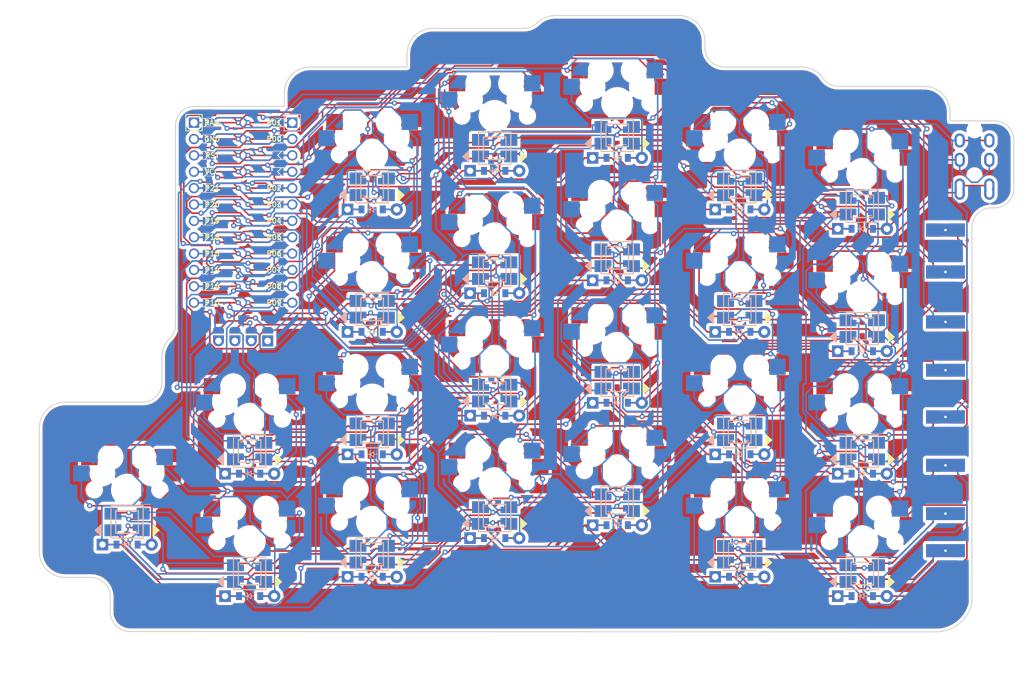
<source format=kicad_pcb>
(kicad_pcb (version 20211014) (generator pcbnew)
  (title_block (title "scaarix_flow") (rev "v1.0.0") (company "Unknown"))
  (layers (0 "F.Cu" signal) (31 "B.Cu" signal) (34 "B.Paste" user) (35 "F.Paste" user) (36 "B.SilkS" user "B.Silkscreen") (37 "F.SilkS" user "F.Silkscreen") (38 "B.Mask" user) (39 "F.Mask" user) (44 "Edge.Cuts" user))
  (net 0 "")
  (net 1 "RAW")
  (net 2 "GND")
  (net 3 "RST")
  (net 4 "VCC")
  (net 5 "P21")
  (net 6 "P20")
  (net 7 "P19")
  (net 8 "P18")
  (net 9 "P15")
  (net 10 "P14")
  (net 11 "P16")
  (net 12 "P10")
  (net 13 "P1")
  (net 14 "P0")
  (net 15 "P2")
  (net 16 "P3")
  (net 17 "P4")
  (net 18 "P5")
  (net 19 "P6")
  (net 20 "P7")
  (net 21 "P8")
  (net 22 "P9")
  (net 23 "single_bottom")
  (net 24 "tab_bottom")
  (net 25 "tab_home")
  (net 26 "pinkie_bottom")
  (net 27 "pinkie_home")
  (net 28 "pinkie_top")
  (net 29 "pinkie_num")
  (net 30 "ring_bottom")
  (net 31 "ring_home")
  (net 32 "ring_top")
  (net 33 "ring_num")
  (net 34 "middle_bottom")
  (net 35 "middle_home")
  (net 36 "middle_top")
  (net 37 "middle_num")
  (net 38 "index_bottom")
  (net 39 "index_home")
  (net 40 "index_top")
  (net 41 "index_num")
  (net 42 "far_bottom")
  (net 43 "far_home")
  (net 44 "far_top")
  (net 45 "far_num")
  (net 46 "D1")
  (footprint "WS2812B" (layer "F.Cu") (at 226.1 62.3)
    (fp_text reference "LED19" hide)
    (fp_text value "" hide)
  )
  (footprint "ComboDiode" (layer "F.Cu") (at 169.1 84.8)
    (fp_text reference "D6" hide)
    (fp_text value "" hide)
  )
  (footprint "ComboDiode" (layer "F.Cu") (at 188.1 97.8)
    (fp_text reference "D9" hide)
    (fp_text value "" hide)
  )
  (footprint "WS2812B" (layer "F.Cu") (at 131.1 114.3)
    (fp_text reference "LED1" hide)
    (fp_text value "" hide)
  )
  (footprint "WS2812B" (layer "F.Cu") (at 245.1 122.3)
    (fp_text reference "LED20" hide)
    (fp_text value "" hide)
  )
  (footprint "MX" (layer "F.Cu") (at 207.1 49.3)
    (fp_text reference "S15" hide)
    (fp_text value "" hide)
  )
  (footprint "WS2812B" (layer "F.Cu") (at 226.1 119.3)
    (fp_text reference "LED16" hide)
    (fp_text value "" hide)
  )
  (footprint "MX" (layer "F.Cu") (at 188.1 70.3)
    (fp_text reference "S10" hide)
    (fp_text value "" hide)
  )
  (footprint "MX" (layer "F.Cu") (at 150.1 98.3)
    (fp_text reference "S3" hide)
    (fp_text value "" hide)
  )
  (footprint "WS2812B" (layer "F.Cu") (at 245.1 65.3)
    (fp_text reference "LED23" hide)
    (fp_text value "" hide)
  )
  (footprint "MX" (layer "F.Cu") (at 245.1 79.3)
    (fp_text reference "S22" hide)
    (fp_text value "" hide)
  )
  (footprint "MX" (layer "F.Cu") (at 245.1 117.3)
    (fp_text reference "S20" hide)
    (fp_text value "" hide)
  )
  (footprint "ComboDiode" (layer "F.Cu") (at 226.1 65.8)
    (fp_text reference "D19" hide)
    (fp_text value "" hide)
  )
  (footprint "MX" (layer "F.Cu") (at 226.1 114.3)
    (fp_text reference "S16" hide)
    (fp_text value "" hide)
  )
  (footprint "WS2812B" (layer "F.Cu") (at 188.1 94.3)
    (fp_text reference "LED9" hide)
    (fp_text value "" hide)
  )
  (footprint "WS2812B" (layer "F.Cu") (at 188.1 75.3)
    (fp_text reference "LED10" hide)
    (fp_text value "" hide)
  )
  (footprint "MX" (layer "F.Cu") (at 188.1 89.3)
    (fp_text reference "S9" hide)
    (fp_text value "" hide)
  )
  (footprint "ComboDiode" (layer "F.Cu") (at 150.1 106.8)
    (fp_text reference "D3" hide)
    (fp_text value "" hide)
  )
  (footprint "MX" (layer "F.Cu") (at 226.1 57.3)
    (fp_text reference "S19" hide)
    (fp_text value "" hide)
  )
  (footprint "ComboDiode" (layer "F.Cu") (at 207.1 76.8)
    (fp_text reference "D14" hide)
    (fp_text value "" hide)
  )
  (footprint "ComboDiode" (layer "F.Cu") (at 226.1 103.8)
    (fp_text reference "D17" hide)
    (fp_text value "" hide)
  )
  (footprint "ComboDiode" (layer "F.Cu") (at 188.1 116.8)
    (fp_text reference "D8" hide)
    (fp_text value "" hide)
  )
  (footprint "MX" (layer "F.Cu") (at 169.1 114.3)
    (fp_text reference "S4" hide)
    (fp_text value "" hide)
  )
  (footprint "ComboDiode" (layer "F.Cu") (at 131.1 117.8)
    (fp_text reference "D1" hide)
    (fp_text value "" hide)
  )
  (footprint "WS2812B" (layer "F.Cu") (at 169.1 100.3)
    (fp_text reference "LED5" hide)
    (fp_text value "" hide)
  )
  (footprint "WS2812B" (layer "F.Cu") (at 150.1 122.3)
    (fp_text reference "LED2" hide)
    (fp_text value "" hide)
  )
  (footprint "WS2812B" (layer "F.Cu") (at 169.1 62.3)
    (fp_text reference "LED7" hide)
    (fp_text value "" hide)
  )
  (footprint "WS2812B" (layer "F.Cu") (at 150.1 103.3)
    (fp_text reference "LED3" hide)
    (fp_text value "" hide)
  )
  (footprint "WS2812B" (layer "F.Cu") (at 207.1 111.3)
    (fp_text reference "LED12" hide)
    (fp_text value "" hide)
  )
  (footprint "ComboDiode" (layer "F.Cu") (at 245.1 87.8)
    (fp_text reference "D22" hide)
    (fp_text value "" hide)
  )
  (footprint "MX" (layer "F.Cu") (at 188.1 51.3)
    (fp_text reference "S11" hide)
    (fp_text value "" hide)
  )
  (footprint "ComboDiode" (layer "F.Cu") (at 226.1 122.8)
    (fp_text reference "D16" hide)
    (fp_text value "" hide)
  )
  (footprint "eric's footprints:ProMicro Reverse" (layer "F.Cu") (at 149.1 66.3 -90)
    (fp_text reference "MCU1" hide)
    (fp_text value "")
  )
  (footprint "ComboDiode" (layer "F.Cu") (at 169.1 122.8)
    (fp_text reference "D4" hide)
    (fp_text value "" hide)
  )
  (footprint "WS2812B" (layer "F.Cu") (at 226.1 100.3)
    (fp_text reference "LED17" hide)
    (fp_text value "" hide)
  )
  (footprint "MX" (layer "F.Cu") (at 245.1 60.3)
    (fp_text reference "S23" hide)
    (fp_text value "" hide)
  )
  (footprint "WS2812B" (layer "F.Cu") (at 207.1 92.3)
    (fp_text reference "LED13" hide)
    (fp_text value "" hide)
  )
  (footprint "WS2812B" (layer "F.Cu") (at 245.1 103.3)
    (fp_text reference "LED21" hide)
    (fp_text value "" hide)
  )
  (footprint "TRRS-PJ-320A-dual" (layer "F.Cu") (at 264.8 51.9)
    (fp_text reference "TRRS")
    (fp_text value " ")
  )
  (footprint "ComboDiode" (layer "F.Cu") (at 207.1 57.8)
    (fp_text reference "D15" hide)
    (fp_text value "" hide)
  )
  (footprint "eric's footprints:OLED-128x32-double-sided" (layer "F.Cu") (at 143.1 87.8 90)
    (fp_text reference "OLED1" hide)
    (fp_text value " ")
  )
  (footprint "ComboDiode" (layer "F.Cu") (at 245.1 125.8)
    (fp_text reference "D20" hide)
    (fp_text value "" hide)
  )
  (footprint "MX" (layer "F.Cu") (at 245.1 98.3)
    (fp_text reference "S21" hide)
    (fp_text value "" hide)
  )
  (footprint "WS2812B" (layer "F.Cu") (at 207.1 54.3)
    (fp_text reference "LED15" hide)
    (fp_text value "" hide)
  )
  (footprint "MX" (layer "F.Cu") (at 150.1 117.3)
    (fp_text reference "S2" hide)
    (fp_text value "" hide)
  )
  (footprint "WS2812B" (layer "F.Cu") (at 169.1 81.3)
    (fp_text reference "LED6" hide)
    (fp_text value "" hide)
  )
  (footprint "ComboDiode" (layer "F.Cu") (at 150.1 125.8)
    (fp_text reference "D2" hide)
    (fp_text value "" hide)
  )
  (footprint "MX" (layer "F.Cu") (at 188.1 108.3)
    (fp_text reference "S8" hide)
    (fp_text value "" hide)
  )
  (footprint "ComboDiode" (layer "F.Cu") (at 169.1 103.8)
    (fp_text reference "D5" hide)
    (fp_text value "" hide)
  )
  (footprint "MX" (layer "F.Cu") (at 207.1 87.3)
    (fp_text reference "S13" hide)
    (fp_text value "" hide)
  )
  (footprint "ComboDiode" (layer "F.Cu") (at 169.1 65.8)
    (fp_text reference "D7" hide)
    (fp_text value "" hide)
  )
  (footprint "MX" (layer "F.Cu") (at 131.1 109.3)
    (fp_text reference "S1" hide)
    (fp_text value "" hide)
  )
  (footprint "ComboDiode" (layer "F.Cu") (at 207.1 95.8)
    (fp_text reference "D13" hide)
    (fp_text value "" hide)
  )
  (footprint "MX" (layer "F.Cu") (at 169.1 95.3)
    (fp_text reference "S5" hide)
    (fp_text value "" hide)
  )
  (footprint "ComboDiode" (layer "F.Cu") (at 226.1 84.8)
    (fp_text reference "D18" hide)
    (fp_text value "" hide)
  )
  (footprint "MX" (layer "F.Cu") (at 169.1 76.3)
    (fp_text reference "S6" hide)
    (fp_text value "" hide)
  )
  (footprint "MX" (layer "F.Cu") (at 207.1 106.3)
    (fp_text reference "S12" hide)
    (fp_text value "" hide)
  )
  (footprint "MX" (layer "F.Cu") (at 169.1 57.3)
    (fp_text reference "S7" hide)
    (fp_text value "" hide)
  )
  (footprint "MX" (layer "F.Cu") (at 207.1 68.3)
    (fp_text reference "S14" hide)
    (fp_text value "" hide)
  )
  (footprint "WS2812B" (layer "F.Cu") (at 188.1 56.3)
    (fp_text reference "LED11" hide)
    (fp_text value "" hide)
  )
  (footprint "MX" (layer "F.Cu") (at 226.1 76.3)
    (fp_text reference "S18" hide)
    (fp_text value "" hide)
  )
  (footprint "ComboDiode" (layer "F.Cu") (at 245.1 106.8)
    (fp_text reference "D21" hide)
    (fp_text value "" hide)
  )
  (footprint "ComboDiode" (layer "F.Cu") (at 188.1 59.8)
    (fp_text reference "D11" hide)
    (fp_text value "" hide)
  )
  (footprint "MX" (layer "F.Cu") (at 226.1 95.3)
    (fp_text reference "S17" hide)
    (fp_text value "" hide)
  )
  (footprint "WS2812B" (layer "F.Cu") (at 207.1 73.3)
    (fp_text reference "LED14" hide)
    (fp_text value "" hide)
  )
  (footprint "WS2812B" (layer "F.Cu") (at 245.1 84.3)
    (fp_text reference "LED22" hide)
    (fp_text value "" hide)
  )
  (footprint "WS2812B" (layer "F.Cu") (at 169.1 119.3)
    (fp_text reference "LED4" hide)
    (fp_text value "" hide)
  )
  (footprint "WS2812B" (layer "F.Cu") (at 226.1 81.3)
    (fp_text reference "LED18" hide)
    (fp_text value "" hide)
  )
  (footprint "ComboDiode" (layer "F.Cu") (at 188.1 78.8)
    (fp_text reference "D10" hide)
    (fp_text value "" hide)
  )
  (footprint "ComboDiode" (layer "F.Cu") (at 245.1 68.8)
    (fp_text reference "D23" hide)
    (fp_text value "" hide)
  )
  (footprint "ComboDiode" (layer "F.Cu") (at 207.1 114.8)
    (fp_text reference "D12" hide)
    (fp_text value "" hide)
  )
  (footprint "WS2812B" (layer "F.Cu") (at 188.1 113.3)
    (fp_text reference "LED8" hide)
    (fp_text value "" hide)
  )
  (footprint "WS2812B" (layer "B.Cu") (at 188.1 75.3 180)
    (fp_text reference "LED37" hide)
    (fp_text value "" hide)
  )
  (footprint "WS2812B" (layer "B.Cu") (at 150.1 122.3 180)
    (fp_text reference "LED29" hide)
    (fp_text value "" hide)
  )
  (footprint "WS2812B" (layer "B.Cu") (at 207.1 73.3 180)
    (fp_text reference "LED41" hide)
    (fp_text value "" hide)
  )
  (footprint "WS2812B" (layer "B.Cu") (at 169.1 119.275 180)
    (fp_text reference "LED31" hide)
    (fp_text value "" hide)
  )
  (footprint "WS2812B" (layer "B.Cu") (at 226.1 119.3 180)
    (fp_text reference "LED43" hide)
    (fp_text value "" hide)
  )
  (footprint "WS2812B" (layer "B.Cu") (at 207.1 111.3 180)
    (fp_text reference "LED39" hide)
    (fp_text value "" hide)
  )
  (footprint "WS2812B" (layer "B.Cu") (at 188.1 94.3 180)
    (fp_text reference "LED36" hide)
    (fp_text value "" hide)
  )
  (footprint "WS2812B" (layer "B.Cu") (at 245.1 122.3 180)
    (fp_text reference "LED47" hide)
    (fp_text value "" hide)
  )
  (footprint "WS2812B" (layer "B.Cu") (at 188.1 56.3 180)
    (fp_text reference "LED38" hide)
    (fp_text value "" hide)
  )
  (footprint "WS2812B" (layer "B.Cu") (at 207.1 54.3 180)
    (fp_text reference "LED42" hide)
    (fp_text value "" hide)
  )
  (footprint "WS2812B" (layer "B.Cu") (at 245.1 65.3 180)
    (fp_text reference "LED50" hide)
    (fp_text value "" hide)
  )
  (footprint "WS2812B" (layer "B.Cu") (at 131.1 114.3 180)
    (fp_text reference "LED28" hide)
    (fp_text value "" hide)
  )
  (footprint "WS2812B" (layer "B.Cu") (at 207.1 92.3 180)
    (fp_text reference "LED40" hide)
    (fp_text value "" hide)
  )
  (footprint "WS2812B" (layer "B.Cu") (at 188.1 113.3 180)
    (fp_text reference "LED35" hide)
    (fp_text value "" hide)
  )
  (footprint "WS2812B" (layer "B.Cu") (at 169.1 62.275 180)
    (fp_text reference "LED34" hide)
    (fp_text value "" hide)
  )
  (footprint "WS2812B" (layer "B.Cu") (at 226.1 100.3 180)
    (fp_text reference "LED44" hide)
    (fp_text value "" hide)
  )
  (footprint "WS2812B" (layer "B.Cu") (at 150.1 103.3 180)
    (fp_text reference "LED30" hide)
    (fp_text value "" hide)
  )
  (footprint "WS2812B" (layer "B.Cu") (at 226.1 62.3 180)
    (fp_text reference "LED46" hide)
    (fp_text value "" hide)
  )
  (footprint "WS2812B" (layer "B.Cu") (at 169.1 100.275 180)
    (fp_text reference "LED32" hide)
    (fp_text value "" hide)
  )
  (footprint "WS2812B" (layer "B.Cu") (at 245.1 84.3 180)
    (fp_text reference "LED49" hide)
    (fp_text value "" hide)
  )
  (footprint "WS2812B" (layer "B.Cu") (at 169.1 81.275 180)
    (fp_text reference "LED33" hide)
    (fp_text value "" hide)
  )
  (footprint "WS2812B" (layer "B.Cu") (at 245.1 103.3 180)
    (fp_text reference "LED48" hide)
    (fp_text value "" hide)
  )
  (footprint "WS2812B" (layer "B.Cu") (at 226.1 81.3 180)
    (fp_text reference "LED45" hide)
    (fp_text value "" hide)
  )
  (footprint "eric's footprints:bridge" (layer "B.Cu") (at 258 98.5 90)
    (fp_text reference "J1" hide)
    (fp_text value "Conn_01x06" hide)
  )
  (gr_line (start 174.5 43.7) (end 159.5 43.7) (layer "Edge.Cuts") (width 0.15))
  (gr_line (start 131.6 131.3) (end 256.36507 131.344501) (layer "Edge.Cuts") (width 0.15))
  (gr_line (start 268.6 62.55) (end 268.6 55.05) (layer "Edge.Cuts") (width 0.15))
  (gr_line (start 265.6 52.05) (end 258.7 52.05) (layer "Edge.Cuts") (width 0.15))
  (gr_line (start 216.7 35.7) (end 197.5 35.7) (layer "Edge.Cuts") (width 0.15))
  (gr_line (start 220.7 40.7) (end 220.7 39.7) (layer "Edge.Cuts") (width 0.15))
  (gr_arc (start 223.7 43.7) (mid 221.57868 42.82132) (end 220.7 40.7) (layer "Edge.Cuts") (width 0.15))
  (gr_line (start 121.5 122.9) (end 125.5 122.9) (layer "Edge.Cuts") (width 0.15))
  (gr_arc (start 194.700583 36.842857) (mid 195.988142 35.996719) (end 197.5 35.7) (layer "Edge.Cuts") (width 0.15))
  (gr_line (start 136.5 88.7) (end 136.5 92.7) (layer "Edge.Cuts") (width 0.15))
  (gr_arc (start 138.6 52.8) (mid 139.47868 50.67868) (end 141.6 49.8) (layer "Edge.Cuts") (width 0.15))
  (gr_arc (start 262.1 126.9) (mid 260.020546 130.139049) (end 256.36507 131.344501) (layer "Edge.Cuts") (width 0.15))
  (gr_line (start 258.7 52.05) (end 258.7 50.7) (layer "Edge.Cuts") (width 0.15))
  (gr_arc (start 131.6 131.3) (mid 129.299465 130.284311) (end 128.5 127.9) (layer "Edge.Cuts") (width 0.15))
  (gr_line (start 192.601021 37.7) (end 178.5 37.7) (layer "Edge.Cuts") (width 0.15))
  (gr_arc (start 121.5 122.9) (mid 118.643148 121.70005) (end 117.5 118.82) (layer "Edge.Cuts") (width 0.15))
  (gr_arc (start 136.5 88.7) (mid 136.812182 87.150807) (end 137.7 85.843429) (layer "Edge.Cuts") (width 0.15))
  (gr_arc (start 155.5 47.7) (mid 156.671573 44.871573) (end 159.5 43.7) (layer "Edge.Cuts") (width 0.15))
  (gr_arc (start 138.6 83.701) (mid 138.365863 84.862895) (end 137.7 85.843429) (layer "Edge.Cuts") (width 0.15))
  (gr_line (start 138.6 52.8) (end 138.6 83.701) (layer "Edge.Cuts") (width 0.15))
  (gr_line (start 117.5 99.7) (end 117.5 118.82) (layer "Edge.Cuts") (width 0.15))
  (gr_arc (start 262.1 68.55) (mid 262.97868 66.42868) (end 265.1 65.55) (layer "Edge.Cuts") (width 0.15))
  (gr_arc (start 241.444563 46.700001) (mid 240.055841 46.359201) (end 238.982607 45.414286) (layer "Edge.Cuts") (width 0.15))
  (gr_arc (start 174.5 41.7) (mid 175.671573 38.871573) (end 178.5 37.7) (layer "Edge.Cuts") (width 0.15))
  (gr_arc (start 216.7 35.7) (mid 219.528427 36.871573) (end 220.7 39.7) (layer "Edge.Cuts") (width 0.15))
  (gr_arc (start 254.7 46.7) (mid 257.528427 47.871573) (end 258.7 50.7) (layer "Edge.Cuts") (width 0.15))
  (gr_line (start 128.5 127.9) (end 128.5 125.9) (layer "Edge.Cuts") (width 0.15))
  (gr_line (start 262.1 126.9) (end 262.1 68.55) (layer "Edge.Cuts") (width 0.15))
  (gr_arc (start 265.6 52.05) (mid 267.72132 52.92868) (end 268.6 55.05) (layer "Edge.Cuts") (width 0.15))
  (gr_arc (start 268.6 62.55) (mid 267.72132 64.67132) (end 265.6 65.55) (layer "Edge.Cuts") (width 0.15))
  (gr_arc (start 194.700584 36.842857) (mid 193.734913 37.477456) (end 192.601021 37.7) (layer "Edge.Cuts") (width 0.15))
  (gr_arc (start 125.5 122.9) (mid 127.62132 123.77868) (end 128.5 125.9) (layer "Edge.Cuts") (width 0.15))
  (gr_arc (start 136.5 92.7) (mid 135.62132 94.82132) (end 133.5 95.7) (layer "Edge.Cuts") (width 0.15))
  (gr_line (start 155.5 47.7) (end 155.5 49.8) (layer "Edge.Cuts") (width 0.15))
  (gr_line (start 174.5 41.7) (end 174.5 43.7) (layer "Edge.Cuts") (width 0.15))
  (gr_line (start 155.5 49.8) (end 141.6 49.8) (layer "Edge.Cuts") (width 0.15))
  (gr_line (start 254.7 46.7) (end 241.444563 46.7) (layer "Edge.Cuts") (width 0.15))
  (gr_arc (start 235.7 43.7) (mid 237.55164 44.154379) (end 238.982607 45.414286) (layer "Edge.Cuts") (width 0.15))
  (gr_arc (start 117.5 99.7) (mid 118.671573 96.871573) (end 121.5 95.7) (layer "Edge.Cuts") (width 0.15))
  (gr_line (start 265.1 65.55) (end 265.6 65.55) (layer "Edge.Cuts") (width 0.15))
  (gr_line (start 133.5 95.7) (end 121.5 95.7) (layer "Edge.Cuts") (width 0.15))
  (gr_line (start 235.7 43.7) (end 223.7 43.7) (layer "Edge.Cuts") (width 0.15))
  (segment (start 148.975 53.217) (end 149.862 52.33) (width 0.25) (layer "F.Cu") (net 1))
  (segment (start 146.6046 53.217) (end 148.975 53.217) (width 0.25) (layer "F.Cu") (net 1))
  (segment (start 153.926 52.33) (end 149.862 52.33) (width 0.25) (layer "F.Cu") (net 1))
  (via (at 146.6046 53.217) (size 0.8) (drill 0.4) (layers "F.Cu" "B.Cu") (net 1))
  (segment (start 145.7176 52.33) (end 146.6046 53.217) (width 0.25) (layer "B.Cu") (net 1))
  (segment (start 144.274 52.33) (end 145.7176 52.33) (width 0.25) (layer "B.Cu") (net 1))
  (segment (start 133.6 115.9) (end 133.3 115.6) (width 0.25) (layer "F.Cu") (net 2))
  (segment (start 150.1524 104.6) (end 149.8323 104.9201) (width 0.25) (layer "F.Cu") (net 2))
  (segment (start 247.45 85.75) (end 247.3 85.6) (width 0.25) (layer "F.Cu") (net 2))
  (segment (start 245.9448 69.5616) (end 246.4728 70.0896) (width 0.25) (layer "F.Cu") (net 2))
  (segment (start 171.3 63.175) (end 169.6749 63.175) (width 0.25) (layer "F.Cu") (net 2))
  (segment (start 171.3 120.5375) (end 171.3 120.175) (width 0.25) (layer "F.Cu") (net 2))
  (segment (start 192.4967 80.0872) (end 186.9946 80.0872) (width 0.25) (layer "F.Cu") (net 2))
  (segment (start 246.4728 70.0896) (end 249.7375 70.0896) (width 0.25) (layer "F.Cu") (net 2))
  (segment (start 247.45 85.75) (end 246.0499 84.3499) (width 0.25) (layer "F.Cu") (net 2))
  (segment (start 144.3266 56.1883) (end 141.0396 56.1883) (width 0.25) (layer "F.Cu") (net 2))
  (segment (start 152.6 123.9) (end 153.9251 123.9) (width 0.25) (layer "F.Cu") (net 2))
  (segment (start 249.7375 70.0896) (end 256.6271 63.2) (width 0.25) (layer "F.Cu") (net 2))
  (segment (start 247.6 85.9) (end 247.45 85.75) (width 0.25) (layer "F.Cu") (net 2))
  (segment (start 226.6749 63.175) (end 225.8498 62.3499) (width 0.25) (layer "F.Cu") (net 2))
  (segment (start 144.4178 75.19) (end 144.4177 75.19) (width 0.25) (layer "F.Cu") (net 2))
  (segment (start 258 118.75) (end 259.9 118.75) (width 0.25) (layer "F.Cu") (net 2))
  (segment (start 171.6 63.9) (end 171.6 63.475) (width 0.25) (layer "F.Cu") (net 2))
  (segment (start 190.3 57.175) (end 191.9251 57.175) (width 0.25) (layer "F.Cu") (net 2))
  (segment (start 190.3 95.5375) (end 190.3 95.175) (width 0.25) (layer "F.Cu") (net 2))
  (segment (start 190.3 114.175) (end 190.6 114.475) (width 0.25) (layer "F.Cu") (net 2))
  (segment (start 222.0701 100.3499) (end 218.9265 97.2063) (width 0.25) (layer "F.Cu") (net 2))
  (segment (start 227.9375 101.9) (end 227.9375 101.175) (width 0.25) (layer "F.Cu") (net 2))
  (segment (start 190.6 114.475) (end 190.6 114.9) (width 0.25) (layer "F.Cu") (net 2))
  (segment (start 144.7718 87.3977) (end 150.8372 87.3977) (width 0.25) (layer "F.Cu") (net 2))
  (segment (start 218.9096 59.0626) (end 217.4376 59.0626) (width 0.25) (layer "F.Cu") (net 2))
  (segment (start 209.6 55.9) (end 210.9251 55.9) (width 0.25) (layer "F.Cu") (net 2))
  (segment (start 133.3 115.175) (end 131.6749 115.175) (width 0.25) (layer "F.Cu") (net 2))
  (segment (start 207.9748 96.6187) (end 207.9748 94.9954) (width 0.25) (layer "F.Cu") (net 2))
  (segment (start 209.3 55.6) (end 209.6 55.9) (width 0.25) (layer "F.Cu") (net 2))
  (segment (start 181.5858 116.4669) (end 179.6163 118.4364) (width 0.25) (layer "F.Cu") (net 2))
  (segment (start 170.2749 82.9) (end 170.2749 83.6131) (width 0.25) (layer "F.Cu") (net 2))
  (segment (start 133.3 115.6) (end 133.3 115.175) (width 0.25) (layer "F.Cu") (net 2))
  (segment (start 190.6 76.9) (end 190.3 76.6) (width 0.25) (layer "F.Cu") (net 2))
  (segment (start 247.3 85.6) (end 247.3 85.175) (width 0.25) (layer "F.Cu") (net 2))
  (segment (start 190.6 95.9) (end 189.9375 95.9) (width 0.25) (layer "F.Cu") (net 2))
  (segment (start 190.3 114.175) (end 188.6749 114.175) (width 0.25) (layer "F.Cu") (net 2))
  (segment (start 143.9447 81.6834) (end 143.9447 86.5706) (width 0.25) (layer "F.Cu") (net 2))
  (segment (start 139.8994 70.1374) (end 141.142 71.38) (width 0.25) (layer "F.Cu") (net 2))
  (segment (start 141.3017 81.6834) (end 143.9447 81.6834) (width 0.25) (layer "F.Cu") (net 2))
  (segment (start 179.6163 118.4364) (end 179.6163 119.073) (width 0.25) (layer "F.Cu") (net 2))
  (segment (start 209.6 74.9) (end 209.6 74.475) (width 0.25) (layer "F.Cu") (net 2))
  (segment (start 247.3 123.175) (end 245.6749 123.175) (width 0.25) (layer "F.Cu") (net 2))
  (segment (start 244.8498 65.3499) (end 245.6749 66.175) (width 0.25) (layer "F.Cu") (net 2))
  (segment (start 238.4761 103.3499) (end 244.5116 103.3499) (width 0.25) (layer "F.Cu") (net 2))
  (segment (start 170.2749 121.5045) (end 170.2749 120.9) (width 0.25) (layer "F.Cu") (net 2))
  (segment (start 152.3911 84.549) (end 152.9 84.549) (width 0.25) (layer "F.Cu") (net 2))
  (segment (start 247.6 123.9) (end 247.3 123.6) (width 0.25) (layer "F.Cu") (net 2))
  (segment (start 158.0391 123.9) (end 158.1533 124.0142) (width 0.25) (layer "F.Cu") (net 2))
  (segment (start 228.6 101.9) (end 227.9375 101.9) (width 0.25) (layer "F.Cu") (net 2))
  (segment (start 209.3 93.75) (end 209.3 93.175) (width 0.25) (layer "F.Cu") (net 2))
  (segment (start 237.3032 63.9) (end 238.7531 65.3499) (width 0.25) (layer "F.Cu") (net 2))
  (segment (start 141.0396 56.1883) (end 139.8994 57.3285) (width 0.25) (layer "F.Cu") (net 2))
  (segment (start 151.6101 86.6248) (end 151.6101 85.33) (width 0.25) (layer "F.Cu") (net 2))
  (segment (start 236.73 105.096) (end 227.7305 105.096) (width 0.25) (layer "F.Cu") (net 2))
  (segment (start 170.9375 120.9) (end 170.2749 120.9) (width 0.25) (layer "F.Cu") (net 2))
  (segment (start 226.959 102.2159) (end 227.2749 101.9) (width 0.25) (layer "F.Cu") (net 2))
  (segment (start 209.45 93.75) (end 209.3 93.75) (width 0.25) (layer "F.Cu") (net 2))
  (segment (start 187.8401 96.85) (end 188.9875 96.85) (width 0.25) (layer "F.Cu") (net 2))
  (segment (start 207.9748 94.9954) (end 209.2202 93.75) (width 0.25) (layer "F.Cu") (net 2))
  (segment (start 152.3 104.6) (end 152.6 104.9) (width 0.25) (layer "F.Cu") (net 2))
  (segment (start 209.3 74.175) (end 207.1601 74.175) (width 0.25) (layer "F.Cu") (net 2))
  (segment (start 191.9251 57.175) (end 192.2252 57.175) (width 0.25) (layer "F.Cu") (net 2))
  (segment (start 228.3 82.175) (end 228.3 82.6) (width 0.25) (layer "F.Cu") (net 2))
  (segment (start 226.6749 101.175) (end 225.8498 100.3499) (width 0.25) (layer "F.Cu") (net 2))
  (segment (start 208.5624 97.2063) (end 207.9748 96.6187) (width 0.25) (layer "F.Cu") (net 2))
  (segment (start 209.6 93.9) (end 209.45 93.75) (width 0.25) (layer "F.Cu") (net 2))
  (segment (start 247.6 104.9) (end 247.3 104.6) (width 0.25) (layer "F.Cu") (net 2))
  (segment (start 190.3 57.5375) (end 190.3 57.175) (width 0.25) (layer "F.Cu") (net 2))
  (segment (start 188.4271 114.4228) (end 187.8005 114.4228) (width 0.25) (layer "F.Cu") (net 2))
  (segment (start 143.4541 73.4699) (end 144.274 72.65) (width 0.25) (layer "F.Cu") (net 2))
  (segment (start 144.8491 75.19) (end 148.3138 75.19) (width 0.25) (layer "F.Cu") (net 2))
  (segment (start 237.3889 82.9) (end 238.8388 84.3499) (width 0.25) (layer "F.Cu") (net 2))
  (segment (start 247.3 66.75) (end 247.3 66.175) (width 0.25) (layer "F.Cu") (net 2))
  (segment (start 148.3138 75.19) (end 148.3138 76.1937) (width 0.25) (layer "F.Cu") (net 2))
  (segment (start 179.6163 119.073) (end 177.7893 120.9) (width 0.25) (layer "F.Cu") (net 2))
  (segment (start 152.3 123.6) (end 152.6 123.9) (width 0.25) (layer "F.Cu") (net 2))
  (segment (start 189.2749 77.6635) (end 186.9229 80.0155) (width 0.25) (layer "F.Cu") (net 2))
  (segment (start 141.0762 76.4878) (end 140.3471 77.2169) (width 0.25) (layer "F.Cu") (net 2))
  (segment (start 169.6749 63.175) (end 169.3953 63.175) (width 0.25) (layer "F.Cu") (net 2))
  (segment (start 151.6101 85.33) (end 152.3911 84.549) (width 0.25) (layer "F.Cu") (net 2))
  (segment (start 258 118.75) (end 256.1 118.75) (width 0.25) (layer "F.Cu") (net 2))
  (segment (start 190.6 57.9) (end 189.9375 57.9) (width 0.25) (layer "F.Cu") (net 2))
  (segment (start 159.6084 104.9) (end 152.6 104.9) (width 0.25) (layer "F.Cu") (net 2))
  (segment (start 209.3 112.175) (end 207.3374 112.175) (width 0.25) (layer "F.Cu") (net 2))
  (segment (start 231.8996 120.9) (end 228.6 120.9) (width 0.25) (layer "F.Cu") (net 2))
  (segment (start 227.7305 105.096) (end 227.4897 104.8552) (width 0.25) (layer "F.Cu") (net 2))
  (segment (start 247.2202 66.75) (end 245.9448 68.0254) (width 0.25) (layer "F.Cu") (net 2))
  (segment (start 238.7531 65.3499) (end 244.8498 65.3499) (width 0.25) (layer "F.Cu") (net 2))
  (segment (start 183.8714 115.3035) (end 183.3858 115.3035) (width 0.25) (layer "F.Cu") (net 2))
  (segment (start 247.3 123.6) (end 247.3 123.175) (width 0.25) (layer "F.Cu") (net 2))
  (segment (start 217.4376 59.0626) (end 214.275 55.9) (width 0.25) (layer "F.Cu") (net 2))
  (segment (start 152.3 104.6) (end 150.1524 104.6) (width 0.25) (layer "F.Cu") (net 2))
  (segment (start 207.3374 112.175) (end 207.0288 111.8664) (width 0.25) (layer "F.Cu") (net 2))
  (segment (start 209.3 55.175) (end 209.3 55.6) (width 0.25) (layer "F.Cu") (net 2))
  (segment (start 256.1 118.75) (end 256.1 120.0751) (width 0.25) (layer "F.Cu") (net 2))
  (segment (start 171.6 101.475) (end 171.6 101.9) (width 0.25) (layer "F.Cu") (net 2))
  (segment (start 209.3 112.6) (end 209.6 112.9) (width 0.25) (layer "F.Cu") (net 2))
  (segment (start 150.8372 87.3977) (end 151.6101 86.6248) (width 0.25) (layer "F.Cu") (net 2))
  (segment (start 247.3 104.6) (end 247.3 104.175) (width 0.25) (layer "F.Cu") (net 2))
  (segment (start 228.6 82.9) (end 237.3889 82.9) (width 0.25) (layer "F.Cu") (net 2))
  (segment (start 227.9375 101.175) (end 226.6749 101.175) (width 0.25) (layer "F.Cu") (net 2))
  (segment (start 189.2749 76.9) (end 189.2749 77.6635) (width 0.25) (layer "F.Cu") (net 2))
  (segment (start 253.0001 123.175) (end 247.3 123.175) (width 0.25) (layer "F.Cu") (net 2))
  (segment (start 144.5616 75.19) (end 144.8491 75.19) (width 0.25) (layer "F.Cu") (net 2))
  (segment (start 246.0499 84.3499) (end 238.8388 84.3499) (width 0.25) (layer "F.Cu") (net 2))
  (segment (start 182.0906 116.5987) (end 181.9588 116.4669) (width 0.25) (layer "F.Cu") (net 2))
  (segment (start 186.9946 80.0872) (end 186.9229 80.0155) (width 0.25) (layer "F.Cu") (net 2))
  (segment (start 238.4761 103.3499) (end 236.73 105.096) (width 0.25) (layer "F.Cu") (net 2))
  (segment (start 188.9875 96.85) (end 189.9375 95.9) (width 0.25) (layer "F.Cu") (net 2))
  (segment (start 228.3 82.6) (end 228.6 82.9) (width 0.25) (layer "F.Cu") (net 2))
  (segment (start 149.862 54.87) (end 148.5437 56.1883) (width 0.25) (layer "F.Cu") (net 2))
  (segment (start 189.9375 57.9) (end 190.3 57.5375) (width 0.25) (layer "F.Cu") (net 2))
  (segment (start 247.3 66.75) (end 247.2202 66.75) (width 0.25) (layer "F.Cu") (net 2))
  (segment (start 152.3 104.175) (end 152.3 104.6) (width 0.25) (layer "F.Cu") (net 2))
  (segment (start 225.8498 100.3499) (end 222.0701 100.3499) (width 0.25) (layer "F.Cu") (net 2))
  (segment (start 158.1533 124.0142) (end 167.7652 124.0142) (width 0.25) (layer "F.Cu") (net 2))
  (segment (start 228.6 63.475) (end 228.3 63.175) (width 0.25) (layer "F.Cu") (net 2))
  (segment (start 171.6 63.475) (end 171.3 63.175) (width 0.25) (layer "F.Cu") (net 2))
  (segment (start 264.8 62.1) (end 260.2 62.1) (width 0.25) (layer "F.Cu") (net 2))
  (segment (start 256.1 120.0751) (end 253.0001 123.175) (width 0.25) (layer "F.Cu") (net 2))
  (segment (start 222.1969 62.3499) (end 218.9096 59.0626) (width 0.25) (layer "F.Cu") (net 2))
  (segment (start 228.3 63.175) (end 226.6749 63.175) (width 0.25) (layer "F.Cu") (net 2))
  (segment (start 227.4897 104.8552) (end 227.2486 104.8552) (width 0.25) (layer "F.Cu") (net 2))
  (segment (start 144.4178 75.19) (end 144.5616 75.19) (width 0.25) (layer "F.Cu") (net 2))
  (segment (start 171.3 82.6) (end 171.3 82.175) (width 0.25) (layer "F.Cu") (net 2))
  (segment (start 245.9448 68.0254) (end 245.9448 69.5616) (width 0.25) (layer "F.Cu") (net 2))
  (segment (start 214.275 55.9) (end 210.9251 55.9) (width 0.25) (layer "F.Cu") (net 2))
  (segment (start 190.6 76.9) (end 189.2749 76.9) (width 0.25) (layer "F.Cu") (net 2))
  (segment (start 218.9265 97.2063) (end 208.5624 97.2063) (width 0.25) (layer "F.Cu") (net 2))
  (segment (start 131.2527 114.8954) (end 131.3953 114.8954) (width 0.25) (layer "F.Cu") (net 2))
  (segment (start 144.274 75.19) (end 144.4177 75.19) (width 0.25) (layer "F.Cu") (net 2))
  (segment (start 171.2688 120.9) (end 170.9375 120.9) (width 0.25) (layer "F.Cu") (net 2))
  (segment (start 244.8498 122.3499) (end 233.3495 122.3499) (width 0.25) (layer "F.Cu") (net 2))
  (segment (start 153.926 54.87) (end 149.862 54.87) (width 0.25) (layer "F.Cu") (net 2))
  (segment (start 247.3 66.175) (end 245.6749 66.175) (width 0.25) (layer "F.Cu") (net 2))
  (segment (start 247.45 66.75) (end 247.3 66.75) (width 0.25) (layer "F.Cu") (net 2))
  (segment (start 207.1601 74.175) (end 206.3196 73.3345) (width 0.25) (layer "F.Cu") (net 2))
  (segment (start 245.3367 104.175) (end 245.6749 104.175) (width 0.25) (layer "F.Cu") (net 2))
  (segment (start 143.2638 76.4878) (end 141.0762 76.4878) (width 0.25) (layer "F.Cu") (net 2))
  (segment (start 228.6 63.9) (end 237.3032 63.9) (width 0.25) (layer "F.Cu") (net 2))
  (segment (start 139.8994 57.3285) (end 139.8994 70.1374) (width 0.25) (layer "F.Cu") (net 2))
  (segment (start 143.9291 71.38) (end 144.274 71.7249) (width 0.25) (layer "F.Cu") (net 2))
  (segment (start 170.9375 120.9) (end 171.3 120.5375) (width 0.25) (layer "F.Cu") (net 2))
  (segment (start 140.3471 77.2169) (end 140.3471 80.7288) (width 0.25) (layer "F.Cu") (net 2))
  (segment (start 245.6749 123.175) (end 244.8498 122.3499) (width 0.25) (layer "F.Cu") (net 2))
  (segment (start 143.4541 74.2264) (end 143.4541 73.4699) (width 0.25) (layer "F.Cu") (net 2))
  (segment (start 171.2688 120.9) (end 171.6 120.9) (width 0.25) (layer "F.Cu") (net 2))
  (segment (start 256.6271 63.2) (end 260.2 63.2) (width 0.25) (layer "F.Cu") (net 2))
  (segment (start 209.2202 93.75) (end 209.3 93.75) (width 0.25) (layer "F.Cu") (net 2))
  (segment (start 171.6 101.475) (end 177.1766 101.475) (width 0.25) (layer "F.Cu") (net 2))
  (segment (start 153.9251 123.9) (end 158.0391 123.9) (width 0.25) (layer "F.Cu") (net 2))
  (segment (start 144.5616 75.19) (end 143.2638 76.4878) (width 0.25) (layer "F.Cu") (net 2))
  (segment (start 225.8498 62.3499) (end 222.1969 62.3499) (width 0.25) (layer "F.Cu") (net 2))
  (segment (start 189.9375 95.9) (end 190.3 95.5375) (width 0.25) (layer "F.Cu") (net 2))
  (segment (start 228.3 101.175) (end 227.9375 101.175) (width 0.25) (layer "F.Cu") (net 2))
  (segment (start 148.5437 56.1883) (end 144.3266 56.1883) (width 0.25) (layer "F.Cu") (net 2))
  (segment (start 148.3138 75.19) (end 148.338 75.19) (width 0.25) (layer "F.Cu") (net 2))
  (segment (start 206.3196 73.3345) (end 199.2494 73.3345) (width 0.25) (layer "F.Cu") (net 2))
  (segment (start 199.2494 73.3345) (end 192.4967 80.0872) (width 0.25) (layer "F.Cu") (net 2))
  (segment (start 247.6 66.9) (end 247.45 66.75) (width 0.25) (layer "F.Cu") (net 2))
  (segment (start 140.3471 80.7288) (end 141.3017 81.6834) (width 0.25) (layer "F.Cu") (net 2))
  (segment (start 247.3 104.175) (end 245.6749 104.175) (width 0.25) (layer "F.Cu") (net 2))
  (segment (start 228.6 120.9) (end 228.6 120.475) (width 0.25) (layer "F.Cu") (net 2))
  (segment (start 244.5116 103.3499) (end 245.3367 104.175) (width 0.25) (layer "F.Cu") (net 2))
  (segment (start 170.2749 83.6131) (end 169.1065 84.7815) (width 0.25) (layer "F.Cu") (net 2))
  (segment (start 171.6 82.9) (end 171.3 82.6) (width 0.25) (layer "F.Cu") (net 2))
  (segment (start 233.3495 122.3499) (end 231.8996 120.9) (width 0.25) (layer "F.Cu") (net 2))
  (segment (start 227.2486 104.8552) (end 226.959 104.5656) (width 0.25) (layer "F.Cu") (net 2))
  (segment (start 209.6 74.475) (end 209.3 74.175) (width 0.25) (layer "F.Cu") (net 2))
  (segment (start 226.959 104.5656) (end 226.959 102.2159) (width 0.25) (layer "F.Cu") (net 2))
  (segment (start 158.0391 123.9) (end 158.0391 121.4678) (width 0.25) (layer "F.Cu") (net 2))
  (segment (start 144.274 72.65) (end 148.338 72.65) (width 0.25) (layer "F.Cu") (net 2))
  (segment (start 144.274 72.65) (end 144.274 71.7249) (width 0.25) (layer "F.Cu") (net 2))
  (segment (start 183.3858 115.3035) (end 182.0906 116.5987) (width 0.25) (layer "F.Cu") (net 2))
  (segment (start 228.6 63.9) (end 228.6 63.475) (width 0.25) (layer "F.Cu") (net 2))
  (segment (start 171.3 101.175) (end 171.6 101.475) (width 0.25) (layer "F.Cu") (net 2))
  (segment (start 209.3 112.175) (end 209.3 112.6) (width 0.25) (layer "F.Cu") (net 2))
  (segment (start 141.142 71.38) (end 143.9291 71.38) (width 0.25) (layer "F.Cu") (net 2))
  (segment (start 227.9375 101.9) (end 227.2749 101.9) (width 0.25) (layer "F.Cu") (net 2))
  (segment (start 190.3 76.6) (end 190.3 76.175) (width 0.25) (layer "F.Cu") (net 2))
  (segment (start 131.3953 114.8954) (end 131.6749 115.175) (width 0.25) (layer "F.Cu") (net 2))
  (segment (start 167.7652 124.0142) (end 170.2749 121.5045) (width 0.25) (layer "F.Cu") (net 2))
  (segment (start 181.9588 116.4669) (end 181.5858 116.4669) (width 0.25) (layer "F.Cu") (net 2))
  (segment (start 188.6749 114.175) (end 188.4271 114.4228) (width 0.25) (layer "F.Cu") (net 2))
  (segment (start 143.9447 86.5706) (end 144.7718 87.3977) (width 0.25) (layer "F.Cu") (net 2))
  (segment (start 177.7893 120.9) (end 171.6 120.9) (width 0.25) (layer "F.Cu") (net 2))
  (segment (start 152.3 123.175) (end 152.3 123.6) (width 0.25) (layer "F.Cu") (net 2))
  (segment (start 144.4177 75.19) (end 143.4541 74.2264) (width 0.25) (layer "F.Cu") (net 2))
  (segment (start 171.6 82.9) (end 170.2749 82.9) (width 0.25) (layer "F.Cu") (net 2))
  (segment (start 228.6 120.475) (end 228.3 120.175) (width 0.25) (layer "F.Cu") (net 2))
  (via (at 217.4376 59.0626) (size 0.8) (drill 0.4) (layers "F.Cu" "B.Cu") (net 2))
  (via (at 183.8714 115.3035) (size 0.8) (drill 0.4) (layers "F.Cu" "B.Cu") (net 2))
  (via (at 238.7531 65.3499) (size 0.8) (drill 0.4) (layers "F.Cu" "B.Cu") (net 2))
  (via (at 222.0701 100.3499) (size 0.8) (drill 0.4) (layers "F.Cu" "B.Cu") (net 2))
  (via (at 149.8323 104.9201) (size 0.8) (drill 0.4) (layers "F.Cu" "B.Cu") (net 2))
  (via (at 159.6084 104.9) (size 0.8) (drill 0.4) (layers "F.Cu" "B.Cu") (net 2))
  (via (at 131.2527 114.8954) (size 0.8) (drill 0.4) (layers "F.Cu" "B.Cu") (net 2))
  (via (at 186.9229 80.0155) (size 0.8) (drill 0.4) (layers "F.Cu" "B.Cu") (net 2))
  (via (at 158.0391 121.4678) (size 0.8) (drill 0.4) (layers "F.Cu" "B.Cu") (net 2))
  (via (at 169.3953 63.175) (size 0.8) (drill 0.4) (layers "F.Cu" "B.Cu") (net 2))
  (via (at 238.8388 84.3499) (size 0.8) (drill 0.4) (layers "F.Cu" "B.Cu") (net 2))
  (via (at 148.3138 76.1937) (size 0.8) (drill 0.4) (layers "F.Cu" "B.Cu") (net 2))
  (via (at 144.3266 56.1883) (size 0.8) (drill 0.4) (layers "F.Cu" "B.Cu") (net 2))
  (via (at 169.1065 84.7815) (size 0.8) (drill 0.4) (layers "F.Cu" "B.Cu") (net 2))
  (via (at 238.4761 103.3499) (size 0.8) (drill 0.4) (layers "F.Cu" "B.Cu") (net 2))
  (via (at 177.1766 101.475) (size 0.8) (drill 0.4) (layers "F.Cu" "B.Cu") (net 2))
  (via (at 143.9447 81.6834) (size 0.8) (drill 0.4) (layers "F.Cu" "B.Cu") (net 2))
  (via (at 187.8401 96.85) (size 0.8) (drill 0.4) (layers "F.Cu" "B.Cu") (net 2))
  (via (at 207.0288 111.8664) (size 0.8) (drill 0.4) (layers "F.Cu" "B.Cu") (net 2))
  (via (at 192.2252 57.175) (size 0.8) (drill 0.4) (layers "F.Cu" "B.Cu") (net 2))
  (via (at 187.8005 114.4228) (size 0.8) (drill 0.4) (layers "F.Cu" "B.Cu") (net 2))
  (segment (start 147.6 104.475) (end 147.6 104.9) (width 0.25) (layer "B.Cu") (net 2))
  (segment (start 238.8388 85.5375) (end 238.8388 84.3499) (width 0.25) (layer "B.Cu") (net 2))
  (segment (start 152.3472 76.1937) (end 148.3138 76.1937) (width 0.25) (layer "B.Cu") (net 2))
  (segment (start 240.8944 66.9) (end 240.5988 67.1956) (width 0.25) (layer "B.Cu") (net 2))
  (segment (start 223.9 120.175) (end 225.5251 120.175) (width 0.25) (layer "B.Cu") (net 2))
  (segment (start 144.274 54.87) (end 144.274 56.1357) (width 0.25) (layer "B.Cu") (net 2))
  (segment (start 226.3502 119.3499) (end 236.3651 119.3499) (width 0.25) (layer "B.Cu") (net 2))
  (segment (start 185.9 57.175) (end 187.5251 57.175) (width 0.25) (layer "B.Cu") (net 2))
  (segment (start 264.8 62.1) (end 264.8 63.2) (width 0.25) (layer "B.Cu") (net 2))
  (segment (start 165.2749 82.023) (end 165.348 81.9499) (width 0.25) (layer "B.Cu") (net 2))
  (segment (start 165.5716 81.9499) (end 165.6232 81.8983) (width 0.25) (layer "B.Cu") (net 2))
  (segment (start 185.9 76.6) (end 185.8625 76.6375) (width 0.25) (layer "B.Cu") (net 2))
  (segment (start 236.7248 119.3499) (end 241.2749 123.9) (width 0.25) (layer "B.Cu") (net 2))
  (segment (start 223.9 82.175) (end 225.5251 82.175) (width 0.25) (layer "B.Cu") (net 2))
  (segment (start 204.6 74.9) (end 202.9016 74.9) (width 0.25) (layer "B.Cu") (net 2))
  (segment (start 170.3098 86.5418) (end 169.1065 85.3385) (width 0.25) (layer "B.Cu") (net 2))
  (segment (start 204.175 55.9) (end 204.9 55.175) (width 0.25) (layer "B.Cu") (net 2))
  (segment (start 186.9229 80.0155) (end 187.2438 79.6946) (width 0.25) (layer "B.Cu") (net 2))
  (segment (start 203.9375 55.9) (end 204.175 55.9) (width 0.25) (layer "B.Cu") (net 2))
  (segment (start 185.9 114.4228) (end 187.8005 114.4228) (width 0.25) (layer "B.Cu") (net 2))
  (segment (start 135.8558 123.175) (end 130.485 117.8042) (width 0.25) (layer "B.Cu") (net 2))
  (segment (start 236.3688 92.7948) (end 236.3613 92.8023) (width 0.25) (layer "B.Cu") (net 2))
  (segment (start 185.6 95.9) (end 183.9221 95.9) (width 0.25) (layer "B.Cu") (net 2))
  (segment (start 194.422 107.6894) (end 195.2362 106.8752) (width 0.25) (layer "B.Cu") (net 2))
  (segment (start 235.9187 97.2967) (end 236.3688 97.7468) (width 0.25) (layer "B.Cu") (net 2))
  (segment (start 242.6 85.9) (end 242.6 85.6) (width 0.25) (layer "B.Cu") (net 2))
  (segment (start 179.4145 91.3924) (end 183.9221 95.9) (width 0.25) (layer "B.Cu") (net 2))
  (segment (start 153.926 72.65) (end 153.926 75.19) (width 0.25) (layer "B.Cu") (net 2))
  (segment (start 179.3745 103.5202) (end 177.3293 101.475) (width 0.25) (layer "B.Cu") (net 2))
  (segment (start 236.1823 92.8023) (end 235.9187 93.0659) (width 0.25) (layer "B.Cu") (net 2))
  (segment (start 184.7741 80.0155) (end 179.4145 85.3751) (width 0.25) (layer "B.Cu") (net 2))
  (segment (start 184.9739 100.0452) (end 188.6901 103.7614) (width 0.25) (layer "B.Cu") (net 2))
  (segment (start 166.6 82.875) (end 166.9 82.575) (width 0.25) (layer "B.Cu") (net 2))
  (segment (start 193.6719 109.4761) (end 194.422 108.726) (width 0.25) (layer "B.Cu") (net 2))
  (segment (start 167.8005 59.7427) (end 169.2246 61.1668) (width 0.25) (layer "B.Cu") (net 2))
  (segment (start 184.2749 114.048) (end 184.348 113.9749) (width 0.25) (layer "B.Cu") (net 2))
  (segment (start 235.9187 81.3) (end 226.4001 81.3) (width 0.25) (layer "B.Cu") (net 2))
  (segment (start 184.5716 113.9749) (end 184.6232 113.9233) (width 0.25) (layer "B.Cu") (net 2))
  (segment (start 206.7202 112.175) (end 204.9 112.175) (width 0.25) (layer "B.Cu") (net 2))
  (segment (start 184.6232 113.9232) (end 179.3745 108.6745) (width 0.25) (layer "B.Cu") (net 2))
  (segment (start 179.4145 85.3751) (end 179.4145 91.3924) (width 0.25) (layer "B.Cu") (net 2))
  (segment (start 204.9 93.175) (end 204.9 93.6) (width 0.25) (layer "B.Cu") (net 2))
  (segment (start 183.95 76.9) (end 182.4401 78.4099) (width 0.25) (layer "B.Cu") (net 2))
  (segment (start 164.131 101.875) (end 166.6 101.875) (width 0.25) (layer "B.Cu") (net 2))
  (segment (start 160.3572 105.6488) (end 164.131 101.875) (width 0.25) (layer "B.Cu") (net 2))
  (segment (start 144.274 56.1357) (end 144.3266 56.1883) (width 0.25) (layer "B.Cu") (net 2))
  (segment (start 223.6 120.9) (end 223.9 120.6) (width 0.25) (layer "B.Cu") (net 2))
  (segment (start 242.5375 85.5375) (end 238.8388 85.5375) (width 0.25) (layer "B.Cu") (net 2))
  (segment (start 154.4397 127.0839) (end 151.3839 127.0839) (width 0.25) (layer "B.Cu") (net 2))
  (segment (start 192.2252 56.3499) (end 188.6893 56.3499) (width 0.25) (layer "B.Cu") (net 2))
  (segment (start 180.8428 80.0072) (end 174.3082 86.5418) (width 0.25) (layer "B.Cu") (net 2))
  (segment (start 185.9 114.6) (end 185.9 114.4228) (width 0.25) (layer "B.Cu") (net 2))
  (segment (start 144.7516 84.549) (end 144.7516 82.4903) (width 0.25) (layer "B.Cu") (net 2))
  (segment (start 236.3688 85.5375) (end 236.3688 92.7948) (width 0.25) (layer "B.Cu") (net 2))
  (segment (start 185.9 57.6) (end 185.9 57.175) (width 0.25) (layer "B.Cu") (net 2))
  (segment (start 198.3857 106.8752) (end 198.3857 107.1107) (width 0.25) (layer "B.Cu") (net 2))
  (segment (start 183.0375 98.7897) (end 183.5713 99.3234) (width 0.25) (layer "B.Cu") (net 2))
  (segment (start 236.3651 109.4242) (end 236.3651 119.3499) (width 0.25) (layer "B.Cu") (net 2))
  (segment (start 149.5251 104.175) (end 149.5251 104.6129) (width 0.25) (layer "B.Cu") (net 2))
  (segment (start 188.6901 105.5598) (end 192.6064 109.4761) (width 0.25) (layer "B.Cu") (net 2))
  (segment (start 184.293 100.0452) (end 184.9739 100.0452) (width 0.25) (layer "B.Cu") (net 2))
  (segment (start 222.2749 63.8999) (end 222.2749 63.9) (width 0.25) (layer "B.Cu") (net 2))
  (segment (start 242.9 104.6) (end 242.6 104.9) (width 0.25) (layer "B.Cu") (net 2))
  (segment (start 246.3075 127.1053) (end 249.4182 127.1053) (width 0.25) (layer "B.Cu") (net 2))
  (segment (start 174.3082 86.5418) (end 170.3098 86.5418) (width 0.25) (layer "B.Cu") (net 2))
  (segment (start 198.3857 107.1107) (end 204.175 112.9) (width 0.25) (layer "B.Cu") (net 2))
  (segment (start 165.2749 59.9207) (end 165.4529 59.7427) (width 0.25) (layer "B.Cu") (net 2))
  (segment (start 260.2 62.1) (end 260.2 63.2) (width 0.25) (layer "B.Cu") (net 2))
  (segment (start 204.6 112.9) (end 204.175 112.9) (width 0.25) (layer "B.Cu") (net 2))
  (segment (start 192.6064 109.4761) (end 193.6719 109.4761) (width 0.25) (layer "B.Cu") (net 2))
  (segment (start 240.8893 104.9) (end 240.5851 105.2042) (width 0.25) (layer "B.Cu") (net 2))
  (segment (start 144.7516 82.4903) (end 143.9447 81.6834) (width 0.25) (layer "B.Cu") (net 2))
  (segment (start 242.6 123.9) (end 241.2749 123.9) (width 0.25) (layer "B.Cu") (net 2))
  (segment (start 207.645 111.2502) (end 207.0288 111.8664) (width 0.25) (layer "B.Cu") (net 2))
  (segment (start 217.4376 59.6415) (end 221.696 63.8999) (width 0.25) (layer "B.Cu") (net 2))
  (segment (start 166.6 101.875) (end 166.9 101.575) (width 0.25) (layer "B.Cu") (net 2))
  (segment (start 238.8388 85.5375) (end 236.3688 85.5375) (width 0.25) (layer "B.Cu") (net 2))
  (segment (start 198.3882 56.3499) (end 192.2252 56.3499) (width 0.25) (layer "B.Cu") (net 2))
  (segment (start 204.6 55.9) (end 204.175 55.9) (width 0.25) (layer "B.Cu") (net 2))
  (segment (start 140.9387 88.3619) (end 140.9387 97.7821) (width 0.25) (layer "B.Cu") (net 2))
  (segment (start 169.1065 85.3385) (end 169.1065 84.7815) (width 0.25) (layer "B.Cu") (net 2))
  (segment (start 195.2362 106.8752) (end 198.3857 106.8752) (width 0.25) (layer "B.Cu") (net 2))
  (segment (start 159.8694 68.5555) (end 165.2749 63.15) (width 0.25) (layer "B.Cu") (net 2))
  (segment (start 183.8714 115.3035) (end 184.2749 114.9) (width 0.25) (layer "B.Cu") (net 2))
  (segment (start 188.6901 103.7614) (end 188.6901 105.5598) (width 0.25) (layer "B.Cu") (net 2))
  (segment (start 147.9 123.6) (end 147.9 123.175) (width 0.25) (layer "B.Cu") (net 2))
  (segment (start 202.9016 74.9) (end 198.3882 70.3866) (width 0.25) (layer "B.Cu") (net 2))
  (segment (start 249.4182 127.1053) (end 256.1 120.4235) (width 0.25) (layer "B.Cu") (net 2))
  (segment (start 222.9375 63.9) (end 222.2749 63.9) (width 0.25) (layer "B.Cu") (net 2))
  (segment (start 203.0961 93.7212) (end 198.3857 98.4316) (width 0.25) (layer "B.Cu") (net 2))
  (segment (start 179.3745 108.6745) (end 179.3745 103.5202) (width 0.25) (layer "B.Cu") (net 2))
  (segment (start 153.926 75.19) (end 153.3509 75.19) (width 0.25) (layer "B.Cu") (net 2))
  (segment (start 169.2246 63.0043) (end 169.3953 63.175) (width 0.25) (layer "B.Cu") (net 2))
  (segment (start 204.6 93.9) (end 203.2749 93.9) (width 0.25) (layer "B.Cu") (net 2))
  (segment (start 187.8642 57.175) (end 187.5251 57.175) (width 0.25) (layer "B.Cu") (net 2))
  (segment (start 207.0288 111.8664) (end 206.7202 112.175) (width 0.25) (layer "B.Cu") (net 2))
  (segment (start 153.3509 75.19) (end 152.3472 76.1937) (width 0.25) (layer "B.Cu") (net 2))
  (segment (start 159.8694 76.1444) (end 159.8694 68.5555) (width 0.25) (layer "B.Cu") (net 2))
  (segment (start 140.9387 97.7821) (end 147.6158 104.4592) (width 0.25) (layer "B.Cu") (net 2))
  (segment (start 160.3572 120.875) (end 160.3572 105.6488) (width 0.25) (layer "B.Cu") (net 2))
  (segment (start 184.2749 114.9) (end 184.2749 114.048) (width 0.25) (layer "B.Cu") (net 2))
  (segment (start 165.6232 81.8983) (end 165.6232 81.8982) (width 0.25) (layer "B.Cu") (net 2))
  (segment (start 204.9 74.175) (end 204.9 74.6) (width 0.25) (layer "B.Cu") (net 2))
  (segment (start 221.696 63.8999) (end 222.2749 63.8999) (width 0.25) (layer "B.Cu") (net 2))
  (segment (start 204.9 93.6) (end 204.6 93.9) (width 0.25) (layer "B.Cu") (net 2))
  (segment (start 242.9 123.8762) (end 243.0784 123.8762) (width 0.25) (layer "B.Cu") (net 2))
  (segment (start 222.2749 101.175) (end 222.2749 100.5547) (width 0.25) (layer "B.Cu") (net 2))
  (segment (start 128.6 115.9) (end 128.75 115.75) (width 0.25) (layer "B.Cu") (net 2))
  (segment (start 185.9 95.6) (end 186.5901 95.6) (width 0.25) (layer "B.Cu") (net 2))
  (segment (start 147.9 123.175) (end 135.8558 123.175) (width 0.25) (layer "B.Cu") (net 2))
  (segment (start 130.485 117.8042) (end 130.485 116.3168) (width 0.25) (layer "B.Cu") (net 2))
  (segment (start 182.4401 78.4099) (end 182.4401 78.4895) (width 0.25) (layer "B.Cu") (net 2))
  (segment (start 166.6 120.875) (end 160.3572 120.875) (width 0.25) (layer "B.Cu") (net 2))
  (segment (start 166.9 120.575) (end 166.6 120.875) (width 0.25) (layer "B.Cu") (net 2))
  (segment (start 169.2246 61.1668) (end 169.2246 63.0043) (width 0.25) (layer "B.Cu") (net 2))
  (segment (start 226.4001 81.3) (end 225.5251 82.175) (width 0.25) (layer "B.Cu") (net 2))
  (segment (start 180.9224 80.0072) (end 180.8428 80.0072) (width 0.25) (layer "B.Cu") (net 2))
  (segment (start 186.5901 95.6) (end 187.8401 96.85) (width 0.25) (layer "B.Cu") (net 2))
  (segment (start 166.9 101.575) (end 166.9 101.15) (width 0.25) (layer "B.Cu") (net 2))
  (segment (start 165.4529 59.7427) (end 167.8005 59.7427) (width 0.25) (layer "B.Cu") (net 2))
  (segment (start 183.5713 99.3234) (end 179.3745 103.5202) (width 0.25) (layer "B.Cu") (net 2))
  (segment (start 238.6034 103.2226) (end 238.4761 103.3499) (width 0.25) (layer "B.Cu") (net 2))
  (segment (start 217.4376 59.0626) (end 217.4376 59.6415) (width 0.25) (layer "B.Cu") (net 2))
  (segment (start 183.5713 99.3234) (end 184.293 100.0452) (width 0.25) (layer "B.Cu") (net 2))
  (segment (start 188.6893 56.3499) (end 187.8642 57.175) (width 0.25) (layer "B.Cu") (net 2))
  (segment (start 177.3293 101.475) (end 177.1766 101.475) (width 0.25) (layer "B.Cu") (net 2))
  (segment (start 166.9 120.15) (end 166.9 120.575) (width 0.25) (layer "B.Cu") (net 2))
  (segment (start 242.9 66.6) (end 242.6 66.9) (width 0.25) (layer "B.Cu") (net 2))
  (segment (start 128.75 115.75) (end 128.9 115.75) (width 0.25) (layer "B.Cu") (net 2))
  (segment (start 236.3688 100.0795) (end 238.6034 102.3141) (width 0.25) (layer "B.Cu") (net 2))
  (segment (start 198.3882 70.3866) (end 198.3882 56.3499) (width 0.25) (layer "B.Cu") (net 2))
  (segment (start 242.6 85.6) (end 242.5375 85.5375) (width 0.25) (layer "B.Cu") (net 2))
  (segment (start 130.485 116.3168) (end 131.2527 115.5491) (width 0.25) (layer "B.Cu") (net 2))
  (segment (start 182.4401 78.4895) (end 180.9224 80.0072) (width 0.25) (layer "B.Cu") (net 2))
  (segment (start 204.9 74.6) (end 204.6 74.9) (width 0.25) (layer "B.Cu") (net 2))
  (segment (start 238.6034 103.2226) (end 240.5851 105.2042) (width 0.25) (layer "B.Cu") (net 2))
  (segment (start 202.825 56.3499) (end 203.2749 55.9) (width 0.25) (layer "B.Cu") (net 2))
  (segment (start 203.0961 93.7212) (end 203.2749 93.9) (width 0.25) (layer "B.Cu") (net 2))
  (segment (start 236.3688 85.5375) (end 236.3688 81.7501) (width 0.25) (layer "B.Cu") (net 2))
  (segment (start 185.6 114.9) (end 185.9 114.6) (width 0.25) (layer "B.Cu") (net 2))
  (segment (start 242.9 104.175) (end 242.9 104.6) (width 0.25) (layer "B.Cu") (net 2))
  (segment (start 204.175 112.9) (end 204.9 112.175) (width 0.25) (layer "B.Cu") (net 2))
  (segment (start 131.2527 115.5491) (end 131.2527 114.8954) (width 0.25) (layer "B.Cu") (net 2))
  (segment (start 236.3688 97.7468) (end 236.3688 100.0795) (width 0.25) (layer "B.Cu") (net 2))
  (segment (start 165.2749 82.875) (end 165.2749 82.023) (width 0.25) (layer "B.Cu") (net 2))
  (segment (start 223.9 101.175) (end 222.2749 101.175) (width 0.25) (layer "B.Cu") (net 2))
  (segment (start 185.9 76.175) (end 185.9 76.6) (width 0.25) (layer "B.Cu") (net 2))
  (segment (start 223.9 82.6) (end 223.9 82.175) (width 0.25) (layer "B.Cu") (net 2))
  (segment (start 202.9016 74.9) (end 197.9065 79.8951) (width 0.25) (layer "B.Cu") (net 2))
  (segment (start 183.9221 95.9) (end 183.0375 96.7846) (width 0.25) (layer "B.Cu") (net 2))
  (segment (start 240.5988 67.1956) (end 235.9187 71.8757) (width 0.25) (layer "B.Cu") (net 2))
  (segment (start 238.6034 102.3141) (end 238.6034 103.2226) (width 0.25) (layer "B.Cu") (net 2))
  (segment (start 160.3572 120.875) (end 158.6319 120.875) (width 0.25) (layer "B.Cu") (net 2))
  (segment (start 243.0784 123.8762) (end 246.3075 127.1053) (width 0.25) (layer "B.Cu") (net 2))
  (segment (start 185.6 114.9) (end 184.2749 114.9) (width 0.25) (layer "B.Cu") (net 2))
  (segment (start 223.6 82.9) (end 223.9 82.6) (width 0.25) (layer "B.Cu") (net 2))
  (segment (start 186.9229 80.0155) (end 184.7741 80.0155) (width 0.25) (layer "B.Cu") (net 2))
  (segment (start 242.9 66.175) (end 242.9 66.6) (width 0.25) (layer "B.Cu") (net 2))
  (segment (start 151.3839 127.0839) (end 147.9 123.6) (width 0.25) (layer "B.Cu") (net 2))
  (segment (start 130.485 116.3168) (end 129.4668 116.3168) (width 0.25) (layer "B.Cu") (net 2))
  (segment (start 223.9 120.6) (end 223.9 120.175) (width 0.25) (layer "B.Cu") (net 2))
  (segment (start 222.2749 101.175) (end 212.1997 111.2502) (width 0.25) (layer "B.Cu") (net 2))
  (segment (start 187.2438 78.0188) (end 185.8625 76.6375) (width 0.25) (layer "B.Cu") (net 2))
  (segment (start 165.6232 81.8982) (end 159.8694 76.1444) (width 0.25) (layer "B.Cu") (net 2))
  (segment (start 212.1997 111.2502) (end 207.645 111.2502) (width 0.25) (layer "B.Cu") (net 2))
  (segment (start 185.6 76.9) (end 183.95 76.9) (width 0.25) (layer "B.Cu") (net 2))
  (segment (start 242.6 123.9) (end 242.6238 123.8762) (width 0.25) (layer "B.Cu") (net 2))
  (segment (start 147.6158 104.4592) (end 147.6 104.475) (width 0.25) (layer "B.Cu") (net 2))
  (segment (start 242.5375 85.5375) (end 242.9 85.175) (width 0.25) (layer "B.Cu") (net 2))
  (segment (start 187.2438 79.6946) (end 187.2438 78.0188) (width 0.25) (layer "B.Cu") (net 2))
  (segment (start 222.2749 100.5547) (end 222.0701 100.3499) (width 0.25) (layer "B.Cu") (net 2))
  (segment (start 197.9065 88.5316) (end 203.0961 93.7212) (width 0.25) (layer "B.Cu") (net 2))
  (segment (start 197.9065 79.8951) (end 197.9065 88.5316) (width 0.25) (layer "B.Cu") (net 2))
  (segment (start 160.3572 105.6488) (end 159.6084 104.9) (width 0.25) (layer "B.Cu") (net 2))
  (segment (start 183.0375 96.7846) (end 183.0375 98.7897) (width 0.25) (layer "B.Cu") (net 2))
  (segment (start 128.9 115.75) (end 128.9 115.175) (width 0.25) (layer "B.Cu") (net 2))
  (segment (start 198.3857 98.4316) (end 198.3857 106.8752) (width 0.25) (layer "B.Cu") (net 2))
  (segment (start 242.6238 123.8762) (end 242.9 123.8762) (width 0.25) (layer "B.Cu") (net 2))
  (segment (start 166.9 63.575) (end 166.6 63.875) (width 0.25) (layer "B.Cu") (net 2))
  (segment (start 158.0391 123.4845) (end 154.4397 127.0839) (width 0.25) (layer "B.Cu") (net 2))
  (segment (start 236.3613 92.8023) (end 236.1823 92.8023) (width 0.25) (layer "B.Cu") (net 2))
  (segment (start 258 118.75) (end 256.1 118.75) (width 0.25) (layer "B.Cu") (net 2))
  (segment (start 240.5988 67.1956) (end 238.7531 65.3499) (width 0.25) (layer "B.Cu") (net 2))
  (segment (start 147.9 104.175) (end 147.6158 104.4592) (width 0.25) (layer "B.Cu") (net 2))
  (segment (start 242.9 123.8762) (end 242.9 123.175) (width 0.25) (layer "B.Cu") (net 2))
  (segment (start 169.1065 84.7815) (end 166.9 82.575) (width 0.25) (layer "B.Cu") (net 2))
  (segment (start 235.9187 93.0659) (end 235.9187 97.2967) (width 0.25) (layer "B.Cu") (net 2))
  (segment (start 158.0391 121.4678) (end 158.0391 123.4845) (width 0.25) (layer "B.Cu") (net 2))
  (segment (start 235.9187 71.8757) (end 235.9187 81.3) (width 0.25) (layer "B.Cu") (net 2))
  (segment (start 242.6 66.9) (end 240.8944 66.9) (width 0.25) (layer "B.Cu") (net 2))
  (segment (start 203.9375 55.9) (end 203.2749 55.9) (width 0.25) (layer "B.Cu") (net 2))
  (segment (start 166.6 82.875) (end 165.2749 82.875) (width 0.25) (layer "B.Cu") (net 2))
  (segment (start 240.5851 105.2042) (end 236.3651 109.4242) (width 0.25) (layer "B.Cu") (net 2))
  (segment (start 236.3688 81.7501) (end 235.9187 81.3) (width 0.25) (layer "B.Cu") (net 2))
  (segment (start 223.6 101.9) (end 223.175 101.9) (width 0.25) (layer "B.Cu") (net 2))
  (segment (start 166.9 63.15) (end 165.2749 63.15) (width 0.25) (layer "B.Cu") (net 2))
  (segment (start 194.422 108.726) (end 194.422 107.6894) (width 0.25) (layer "B.Cu") (net 2))
  (segment (start 198.3882 56.3499) (end 202.825 56.3499) (width 0.25) (layer "B.Cu") (net 2))
  (segment (start 184.348 113.9749) (end 184.5716 113.9749) (width 0.25) (layer "B.Cu") (net 2))
  (segment (start 223.175 63.9) (end 223.9 63.175) (width 0.25) (layer "B.Cu") (net 2))
  (segment (start 129.4668 116.3168) (end 128.9 115.75) (width 0.25) (layer "B.Cu") (net 2))
  (segment (start 166.9 63.15) (end 166.9 63.575) (width 0.25) (layer "B.Cu") (net 2))
  (segment (start 145.28 84.549) (end 144.7516 84.549) (width 0.25) (layer "B.Cu") (net 2))
  (segment (start 165.2749 63.15) (end 165.2749 59.9207) (width 0.25) (layer "B.Cu") (net 2))
  (segment (start 185.9 95.175) (end 185.9 95.6) (width 0.25) (layer "B.Cu") (net 2))
  (segment (start 165.348 81.9499) (end 165.5716 81.9499) (width 0.25) (layer "B.Cu") (net 2))
  (segment (start 185.9 114.4228) (end 185.9 114.175) (width 0.25) (layer "B.Cu") (net 2))
  (segment (start 256.1 120.4235) (end 256.1 118.75) (width 0.25) (layer "B.Cu") (net 2))
  (segment (start 158.6319 120.875) (end 158.0391 121.4678) (width 0.25) (layer "B.Cu") (net 2))
  (segment (start 149.5251 104.6129) (end 149.8323 104.9201) (width 0.25) (layer "B.Cu") (net 2))
  (segment (start 185.6 57.9) (end 185.9 57.6) (width 0.25) (layer "B.Cu") (net 2))
  (segment (start 166.9 82.575) (end 166.9 82.15) (width 0.25) (layer "B.Cu") (net 2))
  (segment (start 185.9 95.6) (end 185.6 95.9) (width 0.25) (layer "B.Cu") (net 2))
  (segment (start 242.6 104.9) (end 240.8893 104.9) (width 0.25) (layer "B.Cu") (net 2))
  (segment (start 225.5251 120.175) (end 226.3502 119.3499) (width 0.25) (layer "B.Cu") (net 2))
  (segment (start 236.3651 119.3499) (end 236.7248 119.3499) (width 0.25) (layer "B.Cu") (net 2))
  (segment (start 144.7516 84.549) (end 140.9387 88.3619) (width 0.25) (layer "B.Cu") (net 2))
  (segment (start 259.9 118.75) (end 258 118.75) (width 0.25) (layer "B.Cu") (net 2))
  (segment (start 185.8625 76.6375) (end 185.6 76.9) (width 0.25) (layer "B.Cu") (net 2))
  (segment (start 223.175 101.9) (end 223.9 101.175) (width 0.25) (layer "B.Cu") (net 2))
  (segment (start 184.6232 113.9233) (end 184.6232 113.9232) (width 0.25) (layer "B.Cu") (net 2))
  (segment (start 223.6 63.9) (end 223.175 63.9) (width 0.25) (layer "B.Cu") (net 2))
  (segment (start 147.6 123.9) (end 147.9 123.6) (width 0.25) (layer "B.Cu") (net 2))
  (segment (start 222.9375 63.9) (end 223.175 63.9) (width 0.25) (layer "B.Cu") (net 2))
  (segment (start 147.9 104.175) (end 149.5251 104.175) (width 0.25) (layer "B.Cu") (net 2))
  (segment (start 192.2252 56.3499) (end 192.2252 57.175) (width 0.25) (layer "B.Cu") (net 2))
  (segment (start 149.862 57.41) (end 153.926 57.41) (width 0.25) (layer "F.Cu") (net 3))
  (segment (start 148.592 58.68) (end 149.862 57.41) (width 0.25) (layer "F.Cu") (net 3))
  (segment (start 144.3106 58.68) (end 148.592 58.68) (width 0.25) (layer "F.Cu") (net 3))
  (via (at 144.3106 58.68) (size 0.8) (drill 0.4) (layers "F.Cu" "B.Cu") (net 3))
  (segment (start 144.274 57.41) (end 144.274 58.6434) (width 0.25) (layer "B.Cu") (net 3))
  (segment (start 144.274 58.6434) (end 144.3106 58.68) (width 0.25) (layer "B.Cu") (net 3))
  (segment (start 128.9 112.85) (end 131.3741 112.85) (width 0.25) (layer "F.Cu") (net 4))
  (segment (start 166.6 79.7) (end 166.9 80) (width 0.25) (layer "F.Cu") (net 4))
  (segment (start 154.6067 99.8996) (end 164.8003 99.8996) (width 0.25) (layer "F.Cu") (net 4))
  (segment (start 231.5462 119.2501) (end 226.6511 119.2501) (width 0.25) (layer "F.Cu") (net 4))
  (segment (start 224.9251 98.7) (end 225.4264 98.1987) (width 0.25) (layer "F.Cu") (net 4))
  (segment (start 190.6482 110.4811) (end 203.2188 110.4811) (width 0.25) (layer "F.Cu") (net 4))
  (segment (start 190.6482 110.4811) (end 190.5042 110.6251) (width 0.25) (layer "F.Cu") (net 4))
  (segment (start 185.9 74) (end 185.6 73.7) (width 0.25) (layer "F.Cu") (net 4))
  (segment (start 206.2597 90.3654) (end 207.6749 90.3654) (width 0.25) (layer "F.Cu") (net 4))
  (segment (start 223.9 61.425) (end 225.9594 61.425) (width 0.25) (layer "F.Cu") (net 4))
  (segment (start 171.5423 116.7749) (end 171.8608 116.4564) (width 0.25) (layer "F.Cu") (net 4))
  (segment (start 175.1116 78.5669) (end 179.2535 74.425) (width 0.25) (layer "F.Cu") (net 4))
  (segment (start 221.1837 60.7) (end 223.6 60.7) (width 0.25) (layer "F.Cu") (net 4))
  (segment (start 128.6 112.7) (end 128.75 112.85) (width 0.25) (layer "F.Cu") (net 4))
  (segment (start 179.1378 55.425) (end 185.9 55.425) (width 0.25) (layer "F.Cu") (net 4))
  (segment (start 174.3599 97.7749) (end 170.2701 97.7749) (width 0.25) (layer "F.Cu") (net 4))
  (segment (start 166.6031 61.1281) (end 166.6 61.1281) (width 0.25) (layer "F.Cu") (net 4))
  (segment (start 168.954 59.6711) (end 174.7328 59.6711) (width 0.25) (layer "F.Cu") (net 4))
  (segment (start 237.8518 101.7) (end 242.6 101.7) (width 0.25) (layer "F.Cu") (net 4))
  (segment (start 242.9 121.425) (end 244.5251 121.425) (width 0.25) (layer "F.Cu") (net 4))
  (segment (start 161.9459 83.754) (end 165.2749 80.425) (width 0.25) (layer "F.Cu") (net 4))
  (segment (start 234.5032 78.9887) (end 230.5721 78.9887) (width 0.25) (layer "F.Cu") (net 4))
  (segment (start 226.5299 97.7749) (end 233.9267 97.7749) (width 0.25) (layer "F.Cu") (net 4))
  (segment (start 232.9961 120.7) (end 231.5462 119.2501) (width 0.25) (layer "F.Cu") (net 4))
  (segment (start 147.6 101.7) (end 147.9 102) (width 0.25) (layer "F.Cu") (net 4))
  (segment (start 224.9251 79.7) (end 225.8503 78.7748) (width 0.25) (layer "F.Cu") (net 4))
  (segment (start 150.761 100.7749) (end 153.7314 100.7749) (width 0.25) (layer "F.Cu") (net 4))
  (segment (start 230.5721 78.9887) (end 230.3582 78.7748) (width 0.25) (layer "F.Cu") (net 4))
  (segment (start 226.8842 62.3498) (end 226.2677 61.7333) (width 0.25) (layer "F.Cu") (net 4))
  (segment (start 148.9251 101.7) (end 149.6206 101.0045) (width 0.25) (layer "F.Cu") (net 4))
  (segment (start 264.8 55.1) (end 260.2 55.1) (width 0.25) (layer "F.Cu") (net 4))
  (segment (start 244.8502 100.7749) (end 249.2283 100.7749) (width 0.25) (layer "F.Cu") (net 4))
  (segment (start 185.6875 93.2125) (end 185.6 93.2125) (width 0.25) (layer "F.Cu") (net 4))
  (segment (start 187.8502 53.7749) (end 203.9501 53.7749) (width 0.25) (layer "F.Cu") (net 4))
  (segment (start 166.6 61.1281) (end 166.6 60.7) (width 0.25) (layer "F.Cu") (net 4))
  (segment (start 242.9 64.425) (end 244.5617 64.425) (width 0.25) (layer "F.Cu") (net 4))
  (segment (start 226.1061 98.1987) (end 226.5299 97.7749) (width 0.25) (layer "F.Cu") (net 4))
  (segment (start 166.9 80.425) (end 165.2749 80.425) (width 0.25) (layer "F.Cu") (net 4))
  (segment (start 167.9251 117.7) (end 168.8502 116.7749) (width 0.25) (layer "F.Cu") (net 4))
  (segment (start 182.9407 112.425) (end 185.9 112.425) (width 0.25) (layer "F.Cu") (net 4))
  (segment (start 254.6502 100.7749) (end 256.1 99.3251) (width 0.25) (layer "F.Cu") (net 4))
  (segment (start 223.9 118.425) (end 225.167 118.425) (width 0.25) (layer "F.Cu") (net 4))
  (segment (start 242.9 83) (end 242.9 83.425) (width 0.25) (layer "F.Cu") (net 4))
  (segment (start 223.6 98.7) (end 224.9251 98.7) (width 0.25) (layer "F.Cu") (net 4))
  (segment (start 148.975 60.837) (end 145.161 60.837) (width 0.25) (layer "F.Cu") (net 4))
  (segment (start 167.9251 79.7) (end 168.8502 78.7749) (width 0.25) (layer "F.Cu") (net 4))
  (segment (start 225.8503 78.7748) (end 229.7879 78.7748) (width 0.25) (layer "F.Cu") (net 4))
  (segment (start 223.6 98.7) (end 223.9 99) (width 0.25) (layer "F.Cu") (net 4))
  (segment (start 185.9 74.425) (end 185.9 74) (width 0.25) (layer "F.Cu") (net 4))
  (segment (start 242.9 121.425) (end 242.9 121) (width 0.25) (layer "F.Cu") (net 4))
  (segment (start 204.9 72) (end 204.6 71.7) (width 0.25) (layer "F.Cu") (net 4))
  (segment (start 204.9 110.425) (end 203.2749 110.425) (width 0.25) (layer "F.Cu") (net 4))
  (segment (start 192.04 101.6029) (end 195.1778 101.6029) (width 0.25) (layer "F.Cu") (net 4))
  (segment (start 149.862 59.95) (end 153.926 59.95) (width 0.25) (layer "F.Cu") (net 4))
  (segment (start 238.2145 82.7) (end 234.5032 78.9887) (width 0.25) (layer "F.Cu") (net 4))
  (segment (start 186.9251 73.7) (end 187.5157 73.1094) (width 0.25) (layer "F.Cu") (net 4))
  (segment (start 166.9 118) (end 166.9 118.425) (width 0.25) (layer "F.Cu") (net 4))
  (segment (start 242.6 101.7) (end 243.9251 101.7) (width 0.25) (layer "F.Cu") (net 4))
  (segment (start 225.9594 61.425) (end 226.2677 61.7333) (width 0.25) (layer "F.Cu") (net 4))
  (segment (start 223.6 79.7) (end 223.9 80) (width 0.25) (layer "F.Cu") (net 4))
  (segment (start 225.4264 98.1987) (end 226.1061 98.1987) (width 0.25) (layer "F.Cu") (net 4))
  (segment (start 243.5625 82.3375) (end 242.9 83) (width 0.25) (layer "F.Cu") (net 4))
  (segment (start 151.2189 83.6901) (end 161.8819 83.6901) (width 0.25) (layer "F.Cu") (net 4))
  (segment (start 244.5617 64.425) (end 245.3869 65.2502) (width 0.25) (layer "F.Cu") (net 4))
  (segment (start 242.9 102) (end 242.9 102.425) (width 0.25) (layer "F.Cu") (net 4))
  (segment (start 242.6 82.7) (end 242.9 83) (width 0.25) (layer "F.Cu") (net 4))
  (segment (start 161.9459 83.754) (end 165.3822 87.1904) (width 0.25) (layer "F.Cu") (net 4))
  (segment (start 185.6 111.7) (end 186.9251 111.7) (width 0.25) (layer "F.Cu") (net 4))
  (segment (start 164.9 118.7999) (end 165.2749 118.425) (width 0.25) (layer "F.Cu") (net 4))
  (segment (start 149.862 59.95) (end 148.975 60.837) (width 0.25) (layer "F.Cu") (net 4))
  (segment (start 206.3597 71.2654) (end 205.9251 71.7) (width 0.25) (layer "F.Cu") (net 4))
  (segment (start 185.6 92.7) (end 185.6 93.2125) (width 0.25) (layer "F.Cu") (net 4))
  (segment (start 147.6 120.7) (end 148.9251 120.7) (width 0.25) (layer "F.Cu") (net 4))
  (segment (start 153.7314 100.7749) (end 154.6067 99.8996) (width 0.25) (layer "F.Cu") (net 4))
  (segment (start 223.9 118) (end 223.9 118.425) (width 0.25) (layer "F.Cu") (net 4))
  (segment (start 147.9 102) (end 147.9 102.425) (width 0.25) (layer "F.Cu") (net 4))
  (segment (start 242.6 63.7) (end 241.2749 63.7) (width 0.25) (layer "F.Cu") (net 4))
  (segment (start 223.6 79.7) (end 224.9251 79.7) (width 0.25) (layer "F.Cu") (net 4))
  (segment (start 167.2626 98.7) (end 169.345 98.7) (width 0.25) (layer "F.Cu") (net 4))
  (segment (start 167.9251 60.7) (end 168.954 59.6711) (width 0.25) (layer "F.Cu") (net 4))
  (segment (start 186.9251 54.7) (end 187.8502 53.7749) (width 0.25) (layer "F.Cu") (net 4))
  (segment (start 166.6 61.1281) (end 154.179 61.1281) (width 0.25) (layer "F.Cu") (net 4))
  (segment (start 230.2132 62.3498) (end 226.8842 62.3498) (width 0.25) (layer "F.Cu") (net 4))
  (segment (start 149.6206 101.0045) (end 150.5314 101.0045) (width 0.25) (layer "F.Cu") (net 4))
  (segment (start 166.6 98.7) (end 166.9 99) (width 0.25) (layer "F.Cu") (net 4))
  (segment (start 204.9 72.425) (end 204.9 72) (width 0.25) (layer "F.Cu") (net 4))
  (segment (start 242.6 82.7) (end 238.2145 82.7) (width 0.25) (layer "F.Cu") (net 4))
  (segment (start 175.0381 59.5247) (end 179.1378 55.425) (width 0.25) (layer "F.Cu") (net 4))
  (segment (start 178.9093 116.4564) (end 182.9407 112.425) (width 0.25) (layer "F.Cu") (net 4))
  (segment (start 241.2749 63.7) (end 241.0247 63.4498) (width 0.25) (layer "F.Cu") (net 4))
  (segment (start 168.8502 116.7749) (end 171.5423 116.7749) (width 0.25) (layer "F.Cu") (net 4))
  (segment (start 185.9 55) (end 185.9 55.425) (width 0.25) (layer "F.Cu") (net 4))
  (segment (start 242.9 64.425) (end 242.9 64) (width 0.25) (layer "F.Cu") (net 4))
  (segment (start 242.6 101.7) (end 242.9 102) (width 0.25) (layer "F.Cu") (net 4))
  (segment (start 214.7339 54.2502) (end 221.1837 60.7) (width 0.25) (layer "F.Cu") (net 4))
  (segment (start 166.9 99.425) (end 165.2749 99.425) (width 0.25) (layer "F.Cu") (net 4))
  (segment (start 230.3582 78.7748) (end 229.7879 78.7748) (width 0.25) (layer "F.Cu") (net 4))
  (segment (start 150.36 84.549) (end 151.2189 83.6901) (width 0.25) (layer "F.Cu") (net 4))
  (segment (start 147.6 120.7) (end 147.9 121) (width 0.25) (layer "F.Cu") (net 4))
  (segment (start 205.7252 54.2502) (end 207.1 54.2502) (width 0.25) (layer "F.Cu") (net 4))
  (segment (start 205.9251 90.7) (end 206.2597 90.3654) (width 0.25) (layer "F.Cu") (net 4))
  (segment (start 128.75 112.85) (end 128.9 112.85) (width 0.25) (layer "F.Cu") (net 4))
  (segment (start 231.3132 63.4498) (end 230.2132 62.3498) (width 0.25) (layer "F.Cu") (net 4))
  (segment (start 223.9 61.425) (end 223.9 61) (width 0.25) (layer "F.Cu") (net 4))
  (segment (start 206.2502 109.0748) (end 207.9898 109.0748) (width 0.25) (layer "F.Cu") (net 4))
  (segment (start 166.9 80) (end 166.9 80.425) (width 0.25) (layer "F.Cu") (net 4))
  (segment (start 242.9 64) (end 242.6 63.7) (width 0.25) (layer "F.Cu") (net 4))
  (segment (start 166.6 79.7) (end 167.9251 79.7) (width 0.25) (layer "F.Cu") (net 4))
  (segment (start 152.1992 118.7999) (end 164.9 118.7999) (width 0.25) (layer "F.Cu") (net 4))
  (segment (start 185.6 73.7) (end 186.9251 73.7) (width 0.25) (layer "F.Cu") (net 4))
  (segment (start 204.6 52.7) (end 204.6 53.125) (width 0.25) (layer "F.Cu") (net 4))
  (segment (start 233.9267 97.7749) (end 237.8518 101.7) (width 0.25) (layer "F.Cu") (net 4))
  (segment (start 166.9 99) (end 166.9 99.425) (width 0.25) (layer "F.Cu") (net 4))
  (segment (start 166.9 61.425) (end 166.6031 61.1281) (width 0.25) (layer "F.Cu") (net 4))
  (segment (start 204.6 71.7) (end 205.9251 71.7) (width 0.25) (layer "F.Cu") (net 4))
  (segment (start 128.9 112.85) (end 128.9 113.425) (width 0.25) (layer "F.Cu") (net 4))
  (segment (start 178.9223 93.2125) (end 174.3599 97.7749) (width 0.25) (layer "F.Cu") (net 4))
  (segment (start 168.8502 78.7749) (end 172.7736 78.7749) (width 0.25) (layer "F.Cu") (net 4))
  (segment (start 223.9 80) (end 223.9 80.425) (width 0.25) (layer "F.Cu") (net 4))
  (segment (start 203.9501 53.7749) (end 204.6 53.125) (width 0.25) (layer "F.Cu") (net 4))
  (segment (start 154.179 61.1281) (end 153.926 60.8751) (width 0.25) (layer "F.Cu") (net 4))
  (segment (start 166.6 60.7) (end 167.9251 60.7) (width 0.25) (layer "F.Cu") (net 4))
  (segment (start 185.6 54.7) (end 185.9 55) (width 0.25) (layer "F.Cu") (net 4))
  (segment (start 258 98) (end 256.1 98) (width 0.25) (layer "F.Cu") (net 4))
  (segment (start 185.9 112.425) (end 185.6 112.125) (width 0.25) (layer "F.Cu") (net 4))
  (segment (start 174.8792 59.5247) (end 175.0381 59.5247) (width 0.25) (layer "F.Cu") (net 4))
  (segment (start 166.6 117.7) (end 166.9 118) (width 0.25) (layer "F.Cu") (net 4))
  (segment (start 150.2991 120.7) (end 152.1992 118.7999) (width 0.25) (layer "F.Cu") (net 4))
  (segment (start 249.2283 100.7749) (end 254.6502 100.7749) (width 0.25) (layer "F.Cu") (net 4))
  (segment (start 204.9 91) (end 204.9 91.425) (width 0.25) (layer "F.Cu") (net 4))
  (segment (start 171.8608 116.4564) (end 178.9093 116.4564) (width 0.25) (layer "F.Cu") (net 4))
  (segment (start 204.6 53.125) (end 204.9 53.425) (width 0.25) (layer "F.Cu") (net 4))
  (segment (start 204.6 90.7) (end 205.9251 90.7) (width 0.25) (layer "F.Cu") (net 4))
  (segment (start 223.9 61) (end 223.6 60.7) (width 0.25) (layer "F.Cu") (net 4))
  (segment (start 172.9816 78.5669) (end 175.1116 78.5669) (width 0.25) (layer "F.Cu") (net 4))
  (segment (start 204.9 53.425) (end 205.7252 54.2502) (width 0.25) (layer "F.Cu") (net 4))
  (segment (start 203.2188 110.4811) (end 203.2749 110.425) (width 0.25) (layer "F.Cu") (net 4))
  (segment (start 226.6511 119.2501) (end 225.826 118.425) (width 0.25) (layer "F.Cu") (net 4))
  (segment (start 245.7056 82.3375) (end 243.5625 82.3375) (width 0.25) (layer "F.Cu") (net 4))
  (segment (start 153.926 59.95) (end 153.926 60.8751) (width 0.25) (layer "F.Cu") (net 4))
  (segment (start 185.6 54.7) (end 186.9251 54.7) (width 0.25) (layer "F.Cu") (net 4))
  (segment (start 242.9 121) (end 242.6 120.7) (width 0.25) (layer "F.Cu") (net 4))
  (segment (start 204.6 90.7) (end 204.9 91) (width 0.25) (layer "F.Cu") (net 4))
  (segment (start 166.6 117.7) (end 167.9251 117.7) (width 0.25) (layer "F.Cu") (net 4))
  (segment (start 147.6 101.7) (end 148.9251 101.7) (width 0.25) (layer "F.Cu") (net 4))
  (segment (start 223.6 117.7) (end 223.9 118) (width 0.25) (layer "F.Cu") (net 4))
  (segment (start 164.8003 99.8996) (end 165.2749 99.425) (width 0.25) (layer "F.Cu") (net 4))
  (segment (start 207.1 54.2502) (end 214.7339 54.2502) (width 0.25) (layer "F.Cu") (net 4))
  (segment (start 185.6 112.125) (end 185.6 111.7) (width 0.25) (layer "F.Cu") (net 4))
  (segment (start 166.6 98.7) (end 167.2626 98.7) (width 0.25) (layer "F.Cu") (net 4))
  (segment (start 178.9223 92.4677) (end 178.9223 93.2125) (width 0.25) (layer "F.Cu") (net 4))
  (segment (start 170.2701 97.7749) (end 169.3811 98.6639) (width 0.25) (layer "F.Cu") (net 4))
  (segment (start 148.9251 120.7) (end 150.2991 120.7) (width 0.25) (layer "F.Cu") (net 4))
  (segment (start 241.0247 63.4498) (end 231.3132 63.4498) (width 0.25) (layer "F.Cu") (net 4))
  (segment (start 165.3822 87.1904) (end 173.645 87.1904) (width 0.25) (layer "F.Cu") (net 4))
  (segment (start 172.7736 78.7749) (end 172.9816 78.5669) (width 0.25) (layer "F.Cu") (net 4))
  (segment (start 147.9 121) (end 147.9 121.425) (width 0.25) (layer "F.Cu") (net 4))
  (segment (start 188 110.6251) (end 186.9251 111.7) (width 0.25) (layer "F.Cu") (net 4))
  (segment (start 204.9 110.425) (end 206.2502 109.0748) (width 0.25) (layer "F.Cu") (net 4))
  (segment (start 245.3869 65.2502) (end 249.6781 65.2502) (width 0.25) (layer "F.Cu") (net 4))
  (segment (start 174.7328 59.6711) (end 174.8792 59.5247) (width 0.25) (layer "F.Cu") (net 4))
  (segment (start 203.2749 109.7) (end 203.2749 110.425) (width 0.25) (layer "F.Cu") (net 4))
  (segment (start 225.167 118.425) (end 225.826 118.425) (width 0.25) (layer "F.Cu") (net 4))
  (segment (start 173.645 87.1904) (end 178.9223 92.4677) (width 0.25) (layer "F.Cu") (net 4))
  (segment (start 256.1 98) (end 256.1 99.3251) (width 0.25) (layer "F.Cu") (net 4))
  (segment (start 195.1778 101.6029) (end 203.2749 109.7) (width 0.25) (layer "F.Cu") (net 4))
  (segment (start 161.8819 83.6901) (end 161.9459 83.754) (width 0.25) (layer "F.Cu") (net 4))
  (segment (start 190.5042 110.6251) (end 188 110.6251) (width 0.25) (layer "F.Cu") (net 4))
  (segment (start 244.5251 121.425) (end 245.3927 121.425) (width 0.25) (layer "F.Cu") (net 4))
  (segment (start 185.9 93.425) (end 185.6875 93.2125) (width 0.25) (layer "F.Cu") (net 4))
  (segment (start 185.6 93.2125) (end 178.9223 93.2125) (width 0.25) (layer "F.Cu") (net 4))
  (segment (start 150.5314 101.0045) (end 150.761 100.7749) (width 0.25) (layer "F.Cu") (net 4))
  (segment (start 242.6 120.7) (end 232.9961 120.7) (width 0.25) (layer "F.Cu") (net 4))
  (segment (start 204.6 109.7) (end 203.2749 109.7) (width 0.25) (layer "F.Cu") (net 4))
  (segment (start 166.9 118.425) (end 165.2749 118.425) (width 0.25) (layer "F.Cu") (net 4))
  (segment (start 223.9 99) (end 223.9 99.425) (width 0.25) (layer "F.Cu") (net 4))
  (segment (start 169.345 98.7) (end 169.3811 98.6639) (width 0.25) (layer "F.Cu") (net 4))
  (segment (start 229.7879 77.5801) (end 229.7879 78.7748) (width 0.25) (layer "F.Cu") (net 4))
  (segment (start 187.5157 73.1094) (end 188.9992 73.1094) (width 0.25) (layer "F.Cu") (net 4))
  (segment (start 243.9251 101.7) (end 244.8502 100.7749) (width 0.25) (layer "F.Cu") (net 4))
  (segment (start 179.2535 74.425) (end 185.9 74.425) (width 0.25) (layer "F.Cu") (net 4))
  (segment (start 207.477 71.2654) (end 206.3597 71.2654) (width 0.25) (layer "F.Cu") (net 4))
  (via (at 245.7056 82.3375) (size 0.8) (drill 0.4) (layers "F.Cu" "B.Cu") (net 4))
  (via (at 230.5721 78.9887) (size 0.8) (drill 0.4) (layers "F.Cu" "B.Cu") (net 4))
  (via (at 145.161 60.837) (size 0.8) (drill 0.4) (layers "F.Cu" "B.Cu") (net 4))
  (via (at 150.5314 101.0045) (size 0.8) (drill 0.4) (layers "F.Cu" "B.Cu") (net 4))
  (via (at 174.8792 59.5247) (size 0.8) (drill 0.4) (layers "F.Cu" "B.Cu") (net 4))
  (via (at 207.1 54.2502) (size 0.8) (drill 0.4) (layers "F.Cu" "B.Cu") (net 4))
  (via (at 171.8608 116.4564) (size 0.8) (drill 0.4) (layers "F.Cu" "B.Cu") (net 4))
  (via (at 192.04 101.6029) (size 0.8) (drill 0.4) (layers "F.Cu" "B.Cu") (net 4))
  (via (at 207.477 71.2654) (size 0.8) (drill 0.4) (layers "F.Cu" "B.Cu") (net 4))
  (via (at 188.9992 73.1094) (size 0.8) (drill 0.4) (layers "F.Cu" "B.Cu") (net 4))
  (via (at 190.6482 110.4811) (size 0.8) (drill 0.4) (layers "F.Cu" "B.Cu") (net 4))
  (via (at 207.6749 90.3654) (size 0.8) (drill 0.4) (layers "F.Cu" "B.Cu") (net 4))
  (via (at 150.2991 120.7) (size 0.8) (drill 0.4) (layers "F.Cu" "B.Cu") (net 4))
  (via (at 226.1061 98.1987) (size 0.8) (drill 0.4) (layers "F.Cu" "B.Cu") (net 4))
  (via (at 245.3927 121.425) (size 0.8) (drill 0.4) (layers "F.Cu" "B.Cu") (net 4))
  (via (at 226.2677 61.7333) (size 0.8) (drill 0.4) (layers "F.Cu" "B.Cu") (net 4))
  (via (at 225.826 118.425) (size 0.8) (drill 0.4) (layers "F.Cu" "B.Cu") (net 4))
  (via (at 249.2283 100.7749) (size 0.8) (drill 0.4) (layers "F.Cu" "B.Cu") (net 4))
  (via (at 172.9816 78.5669) (size 0.8) (drill 0.4) (layers "F.Cu" "B.Cu") (net 4))
  (via (at 229.7879 77.5801) (size 0.8) (drill 0.4) (layers "F.Cu" "B.Cu") (net 4))
  (via (at 169.3811 98.6639) (size 0.8) (drill 0.4) (layers "F.Cu" "B.Cu") (net 4))
  (via (at 131.3741 112.85) (size 0.8) (drill 0.4) (layers "F.Cu" "B.Cu") (net 4))
  (via (at 249.6781 65.2502) (size 0.8) (drill 0.4) (layers "F.Cu" "B.Cu") (net 4))
  (via (at 207.9898 109.0748) (size 0.8) (drill 0.4) (layers "F.Cu" "B.Cu") (net 4))
  (segment (start 171.6 60.675) (end 172.9251 60.675) (width 0.25) (layer "B.Cu") (net 4))
  (segment (start 245.766 53.0756) (end 245.766 57.6396) (width 0.25) (layer "B.Cu") (net 4))
  (segment (start 259.0749 55.1) (end 256.519 52.5441) (width 0.25) (layer "B.Cu") (net 4))
  (segment (start 207.6749 91.425) (end 207.6749 93.6259) (width 0.25) (layer "B.Cu") (net 4))
  (segment (start 190.3 112.425) (end 190.3 112) (width 0.25) (layer "B.Cu") (net 4))
  (segment (start 171.6 79.675) (end 171.3 79.975) (width 0.25) (layer "B.Cu") (net 4))
  (segment (start 169.616 100.3248) (end 169.616 98.8988) (width 0.25) (layer "B.Cu") (net 4))
  (segment (start 190.3 74) (end 190.3 74.425) (width 0.25) (layer "B.Cu") (net 4))
  (segment (start 228.3 117.85) (end 228.3 118.425) (width 0.25) (layer "B.Cu") (net 4))
  (segment (start 152.45 101.7) (end 152.6 101.7) (width 0.25) (layer "B.Cu") (net 4))
  (segment (start 192.04 100.2254) (end 192.04 101.6029) (width 0.25) (layer "B.Cu") (net 4))
  (segment (start 210.9251 109.3063) (end 222.4566 97.7748) (width 0.25) (layer "B.Cu") (net 4))
  (segment (start 209.45 67.0327) (end 209.45 71.7) (width 0.25) (layer "B.Cu") (net 4))
  (segment (start 247.45 82.85) (end 247.3 82.85) (width 0.25) (layer "B.Cu") (net 4))
  (segment (start 209.6 90.7) (end 209.3 91) (width 0.25) (layer "B.Cu") (net 4))
  (segment (start 169.4613 104.7403) (end 169.4613 100.4795) (width 0.25) (layer "B.Cu") (net 4))
  (segment (start 174.8567 106.1493) (end 170.8703 106.1493) (width 0.25) (layer "B.Cu") (net 4))
  (segment (start 133.3 113.1013) (end 133.0487 112.85) (width 0.25) (layer "B.Cu") (net 4))
  (segment (start 260.2 55.1) (end 259.1875 55.1) (width 0.25) (layer "B.Cu") (net 4))
  (segment (start 149.0819 89.5997) (end 149.0819 85.2929) (width 0.25) (layer "B.Cu") (net 4))
  (segment (start 175.3561 117.0965) (end 175.3561 113.3964) (width 0.25) (layer "B.Cu") (net 4))
  (segment (start 176.5422 112.2103) (end 176.5422 107.8348) (width 0.25) (layer "B.Cu") (net 4))
  (segment (start 226.6749 73.5486) (end 229.7879 76.6616) (width 0.25) (layer "B.Cu") (net 4))
  (segment (start 208.2749 109.0748) (end 207.9898 109.0748) (width 0.25) (layer "B.Cu") (net 4))
  (segment (start 190.6 111.7) (end 191.9251 111.7) (width 0.25) (layer "B.Cu") (net 4))
  (segment (start 248.9251 63.7) (end 248.9251 64.4972) (width 0.25) (layer "B.Cu") (net 4))
  (segment (start 210.9251 109.7) (end 210.9251 109.3063) (width 0.25) (layer "B.Cu") (net 4))
  (segment (start 247.45 63.7) (end 247.6 63.7) (width 0.25) (layer "B.Cu") (net 4))
  (segment (start 170.9889 98.6639) (end 169.3811 98.6639) (width 0.25) (layer "B.Cu") (net 4))
  (segment (start 207.6749 93.6259) (end 207.5061 93.7947) (width 0.25) (layer "B.Cu") (net 4))
  (segment (start 144.8491 59.95) (end 144.8491 60.5251) (width 0.25) (layer "B.Cu") (net 4))
  (segment (start 226.4498 111.0325) (end 228.45 113.0327) (width 0.25) (layer "B.Cu") (net 4))
  (segment (start 226.0339 98.2709) (end 226.6749 98.912) (width 0.25) (layer "B.Cu") (net 4))
  (segment (start 247.3 121) (end 247.6 120.7) (width 0.25) (layer "B.Cu") (net 4))
  (segment (start 172.9251 61.0954) (end 173.6016 61.7719) (width 0.25) (layer "B.Cu") (net 4))
  (segment (start 171.3 79.975) (end 171.3 80.4) (width 0.25) (layer "B.Cu") (net 4))
  (segment (start 247.3 121.425) (end 245.3927 121.425) (width 0.25) (layer "B.Cu") (net 4))
  (segment (start 172.9816 79.6185) (end 172.9251 79.675) (width 0.25) (layer "B.Cu") (net 4))
  (segment (start 261.3252 66.2682) (end 261.3252 95.2497) (width 0.25) (layer "B.Cu") (net 4))
  (segment (start 148.8802 119.6303) (end 150.6749 121.425) (width 0.25) (layer "B.Cu") (net 4))
  (segment (start 208.1366 71.925) (end 207.477 71.2654) (width 0.25) (layer "B.Cu") (net 4))
  (segment (start 151.3769 101.85) (end 150.5314 101.0045) (width 0.25) (layer "B.Cu") (net 4))
  (segment (start 190.3 55.425) (end 190.3 55) (width 0.25) (layer "B.Cu") (net 4))
  (segment (start 172.6117 118.321) (end 174.1316 118.321) (width 0.25) (layer "B.Cu") (net 4))
  (segment (start 209.3 71.925) (end 209.3 72.425) (width 0.25) (layer "B.Cu") (net 4))
  (segment (start 153.025 120.7) (end 152.3 121.425) (width 0.25) (layer "B.Cu") (net 4))
  (segment (start 190.2688 92.7) (end 189.9375 92.7) (width 0.25) (layer "B.Cu") (net 4))
  (segment (start 208.2749 109.0748) (end 208.2749 109.7) (width 0.25) (layer "B.Cu") (net 4))
  (segment (start 228.6 79.7) (end 228.3 80) (width 0.25) (layer "B.Cu") (net 4))
  (segment (start 209.4344 105.308) (end 209.4344 107.6154) (width 0.25) (layer "B.Cu") (net 4))
  (segment (start 169.616 98.8988) (end 169.3811 98.6639) (width 0.25) (layer "B.Cu") (net 4))
  (segment (start 191.9251 111.7) (end 191.9251 110.8951) (width 0.25) (layer "B.Cu") (net 4))
  (segment (start 176.5422 107.8348) (end 174.8567 106.1493) (width 0.25) (layer "B.Cu") (net 4))
  (segment (start 207.6749 90.3654) (end 207.6749 91.425) (width 0.25) (layer "B.Cu") (net 4))
  (segment (start 152.6 120.7) (end 150.2991 120.7) (width 0.25) (layer "B.Cu") (net 4))
  (segment (start 174.1316 118.321) (end 175.3561 117.0965) (width 0.25) (layer "B.Cu") (net 4))
  (segment (start 152.3 101.85) (end 151.3769 101.85) (width 0.25) (layer "B.Cu") (net 4))
  (segment (start 193.1877 99.0777) (end 192.04 100.2254) (width 0.25) (layer "B.Cu") (net 4))
  (segment (start 228.3 99) (end 228.3 99.425) (width 0.25) (layer "B.Cu") (net 4))
  (segment (start 171.9063 116.5019) (end 171.8608 116.4564) (width 0.25) (layer "B.Cu") (net 4))
  (segment (start 171.3 60.975) (end 171.6 60.675) (width 0.25) (layer "B.Cu") (net 4))
  (segment (start 209.3 71.925) (end 209.45 71.775) (width 0.25) (layer "B.Cu") (net 4))
  (segment (start 247.3 121.425) (end 247.3 121) (width 0.25) (layer "B.Cu") (net 4))
  (segment (start 247.3 102.425) (end 246.9375 102.425) (width 0.25) (layer "B.Cu") (net 4))
  (segment (start 149.0819 85.2929) (end 148.338 84.549) (width 0.25) (layer "B.Cu") (net 4))
  (segment (start 173.6016 61.7719) (end 174.2382 61.7719) (width 0.25) (layer "B.Cu") (net 4))
  (segment (start 171.6 79.675) (end 172.9251 79.675) (width 0.25) (layer "B.Cu") (net 4))
  (segment (start 133.3 113.1013) (end 133.6 112.8013) (width 0.25) (layer "B.Cu") (net 4))
  (segment (start 247.6 101.7) (end 248.9251 101.7) (width 0.25) (layer "B.Cu") (net 4))
  (segment (start 228.45 113.0327) (end 228.45 117.7) (width 0.25) (layer "B.Cu") (net 4))
  (segment (start 228.3 99.425) (end 226.6749 99.425) (width 0.25) (layer "B.Cu") (net 4))
  (segment (start 189.9375 92.7) (end 190.3 93.0625) (width 0.25) (layer "B.Cu") (net 4))
  (segment (start 228.45 117.7) (end 228.3 117.85) (width 0.25) (layer "B.Cu") (net 4))
  (segment (start 133.3 113.425) (end 133.3 113.1013) (width 0.25) (layer "B.Cu") (net 4))
  (segment (start 171.3 98.975) (end 170.9889 98.6639) (width 0.25) (layer "B.Cu") (net 4))
  (segment (start 228.3 61) (end 228.3 61.425) (width 0.25) (layer "B.Cu") (net 4))
  (segment (start 209.3 53.425) (end 207.6749 53.425) (width 0.25) (layer "B.Cu") (net 4))
  (segment (start 226.6749 61.7333) (end 226.6749 73.5486) (width 0.25) (layer "B.Cu") (net 4))
  (segment (start 207.5061 93.7947) (end 207.5061 103.3797) (width 0.25) (layer "B.Cu") (net 4))
  (segment (start 169.4613 100.4795) (end 169.616 100.3248) (width 0.25) (layer "B.Cu") (net 4))
  (segment (start 133.6 112.8013) (end 133.6 112.7) (width 0.25) (layer "B.Cu") (net 4))
  (segment (start 171.3 61.4) (end 171.3 60.975) (width 0.25) (layer "B.Cu") (net 4))
  (segment (start 226.4498 102.3358) (end 226.4498 111.0325) (width 0.25) (layer "B.Cu") (net 4))
  (segment (start 228.6 98.7) (end 228.3 99) (width 0.25) (layer "B.Cu") (net 4))
  (segment (start 191.9251 54.7) (end 192.3188 54.3063) (width 0.25) (layer "B.Cu") (net 4))
  (segment (start 190.2688 92.7) (end 190.6 92.7) (width 0.25) (layer "B.Cu") (net 4))
  (segment (start 247.6 101.7) (end 246.9375 101.7) (width 0.25) (layer "B.Cu") (net 4))
  (segment (start 171.9063 117.675) (end 171.9063 116.5019) (width 0.25) (layer "B.Cu") (net 4))
  (segment (start 192.3188 54.3063) (end 206.6498 54.3063) (width 0.25) (layer "B.Cu") (net 4))
  (segment (start 248.9251 101.7) (end 249.2283 101.3968) (width 0.25) (layer "B.Cu") (net 4))
  (segment (start 248.9251 64.4972) (end 249.6781 65.2502) (width 0.25) (layer "B.Cu") (net 4))
  (segment (start 249.2283 101.3968) (end 249.2283 100.7749) (width 0.25) (layer "B.Cu") (net 4))
  (segment (start 247.6 82.7) (end 247.45 82.85) (width 0.25) (layer "B.Cu") (net 4))
  (segment (start 148.338 84.549) (end 147.82 84.549) (width 0.25) (layer "B.Cu") (net 4))
  (segment (start 228.3 80) (end 228.3 80.425) (width 0.25) (layer "B.Cu") (net 4))
  (segment (start 190.3 74) (end 189.4094 73.1094) (width 0.25) (layer "B.Cu") (net 4))
  (segment (start 189.4094 73.1094) (end 188.9992 73.1094) (width 0.25) (layer "B.Cu") (net 4))
  (segment (start 171.3 98.975) (end 171.3 99.4) (width 0.25) (layer "B.Cu") (net 4))
  (segment (start 226.0339 98.2709) (end 226.1061 98.1987) (width 0.25) (layer "B.Cu") (net 4))
  (segment (start 229.7879 76.6616) (end 229.7879 77.5801) (width 0.25) (layer "B.Cu") (net 4))
  (segment (start 152.45 101.7) (end 152.45 97.3509) (width 0.25) (layer "B.Cu") (net 4))
  (segment (start 247.3 82.85) (end 247.3 83.425) (width 0.25) (layer "B.Cu") (net 4))
  (segment (start 172.9251 60.675) (end 172.9251 61.0954) (width 0.25) (layer "B.Cu") (net 4))
  (segment (start 229.9251 79.6357) (end 229.9251 79.7) (width 0.25) (layer "B.Cu") (net 4))
  (segment (start 209.3 91) (end 209.3 91.425) (width 0.25) (layer "B.Cu") (net 4))
  (segment (start 209.3 110.0625) (end 209.3 110.425) (width 0.25) (layer "B.Cu") (net 4))
  (segment (start 190.6 73.7) (end 190.3 74) (width 0.25) (layer "B.Cu") (net 4))
  (segment (start 190.3 93.0625) (end 190.3 93.425) (width 0.25) (layer "B.Cu") (net 4))
  (segment (start 209.6 109.7) (end 210.9251 109.7) (width 0.25) (layer "B.Cu") (net 4))
  (segment (start 226.6749 61.7333) (end 226.6749 61.425) (width 0.25) (layer "B.Cu") (net 4))
  (segment (start 190.6482 110.4812) (end 190.6482 110.4811) (width 0.25) (layer "B.Cu") (net 4))
  (segment (start 245.766 57.6396) (end 247.45 59.3236) (width 0.25) (layer "B.Cu") (net 4))
  (segment (start 150.8148 95.7157) (end 150.8148 91.3326) (width 0.25) (layer "B.Cu") (net 4))
  (segment (start 259.0749 55.1) (end 259.0749 64.0179) (width 0.25) (layer "B.Cu") (net 4))
  (segment (start 208.2749 108.7749) (end 208.2749 109.0748) (width 0.25) (layer "B.Cu") (net 4))
  (segment (start 152.3 121.425) (end 150.6749 121.425) (width 0.25) (layer "B.Cu") (net 4))
  (segment (start 193.1877 93.9626) (end 193.1877 99.0777) (width 0.25) (layer "B.Cu") (net 4))
  (segment (start 209.3 91.425) (end 207.6749 91.425) (width 0.25) (layer "B.Cu") (net 4))
  (segment (start 144.5694 119.6303) (end 148.8802 119.6303) (width 0.25) (layer "B.Cu") (net 4))
  (segment (start 171.9657 117.7343) (end 171.9657 117.675) (width 0.25) (layer "B.Cu") (net 4))
  (segment (start 152.6 120.7) (end 153.025 120.7) (width 0.25) (layer "B.Cu") (net 4))
  (segment (start 247.3 64.425) (end 247.3 63.85) (width 0.25) (layer "B.Cu") (net 4))
  (segment (start 209.2688 109.7) (end 208.9375 109.7) (width 0.25) (layer "B.Cu") (net 4))
  (segment (start 230.5721 78.9887) (end 229.9251 79.6357) (width 0.25) (layer "B.Cu") (net 4))
  (segment (start 209.3 53.425) (end 209.3 53) (width 0.25) (layer "B.Cu") (net 4))
  (segment (start 137.7404 112.8013) (end 144.5694 119.6303) (width 0.25) (layer "B.Cu") (net 4))
  (segment (start 228.3 118.425) (end 225.826 118.425) (width 0.25) (layer "B.Cu") (net 4))
  (segment (start 246.9375 101.7) (end 246.9375 102.425) (width 0.25) (layer "B.Cu") (net 4))
  (segment (start 261.3252 95.2497) (end 259.9 96.6749) (width 0.25) (layer "B.Cu") (net 4))
  (segment (start 228.6 117.7) (end 228.45 117.7) (width 0.25) (layer "B.Cu") (net 4))
  (segment (start 226.6749 98.912) (end 226.6749 99.425) (width 0.25) (layer "B.Cu") (net 4))
  (segment (start 247.45 59.3236) (end 247.45 63.7) (width 0.25) (layer "B.Cu") (net 4))
  (segment (start 247.3 63.85) (end 247.45 63.7) (width 0.25) (layer "B.Cu") (net 4))
  (segment (start 190.6 54.7) (end 191.9251 54.7) (width 0.25) (layer "B.Cu") (net 4))
  (segment (start 228.6 79.7) (end 229.9251 79.7) (width 0.25) (layer "B.Cu") (net 4))
  (segment (start 171.9657 117.675) (end 172.6117 118.321) (width 0.25) (layer "B.Cu") (net 4))
  (segment (start 207.5061 103.3797) (end 209.4344 105.308) (width 0.25) (layer "B.Cu") (net 4))
  (segment (start 246.2975 52.5441) (end 245.766 53.0756) (width 0.25) (layer "B.Cu") (net 4))
  (segment (start 209.2688 109.7) (end 209.6 109.7) (width 0.25) (layer "B.Cu") (net 4))
  (segment (start 190.3 55) (end 190.6 54.7) (width 0.25) (layer "B.Cu") (net 4))
  (segment (start 191.5112 110.4812) (end 190.6482 110.4812) (width 0.25) (layer "B.Cu") (net 4))
  (segment (start 171.9063 117.675) (end 171.9657 117.675) (width 0.25) (layer "B.Cu") (net 4))
  (segment (start 190.6 92.7) (end 191.9251 92.7) (width 0.25) (layer "B.Cu") (net 4))
  (segment (start 191.9251 92.7) (end 193.1877 93.9626) (width 0.25) (layer "B.Cu") (net 4))
  (segment (start 208.9375 109.7) (end 209.3 110.0625) (width 0.25) (layer "B.Cu") (net 4))
  (segment (start 228.3 61.425) (end 226.6749 61.425) (width 0.25) (layer "B.Cu") (net 4))
  (segment (start 144.274 59.95) (end 144.8491 59.95) (width 0.25) (layer "B.Cu") (net 4))
  (segment (start 150.8148 91.3326) (end 149.0819 89.5997) (width 0.25) (layer "B.Cu") (net 4))
  (segment (start 152.3 102.425) (end 152.3 101.85) (width 0.25) (layer "B.Cu") (net 4))
  (segment (start 207.1 54.2502) (end 207.1 53.9999) (width 0.25) (layer "B.Cu") (net 4))
  (segment (start 226.2677 61.7333) (end 226.6749 61.7333) (width 0.25) (layer "B.Cu") (net 4))
  (segment (start 259.9 98) (end 259.9 96.6749) (width 0.25) (layer "B.Cu") (net 4))
  (segment (start 170.8703 106.1493) (end 169.4613 104.7403) (width 0.25) (layer "B.Cu") (net 4))
  (segment (start 259.0749 64.0179) (end 261.3252 66.2682) (width 0.25) (layer "B.Cu") (net 4))
  (segment (start 144.8491 60.5251) (end 145.161 60.837) (width 0.25) (layer "B.Cu") (net 4))
  (segment (start 247.6 63.7) (end 248.9251 63.7) (width 0.25) (layer "B.Cu") (net 4))
  (segment (start 191.9251 110.8951) (end 191.5112 110.4812) (width 0.25) (layer "B.Cu") (net 4))
  (segment (start 133.6 112.8013) (end 137.7404 112.8013) (width 0.25) (layer "B.Cu") (net 4))
  (segment (start 171.6 98.675) (end 171.3 98.975) (width 0.25) (layer "B.Cu") (net 4))
  (segment (start 209.4344 107.6154) (end 208.2749 108.7749) (width 0.25) (layer "B.Cu") (net 4))
  (segment (start 226.6749 102.1107) (end 226.4498 102.3358) (width 0.25) (layer "B.Cu") (net 4))
  (segment (start 258 98) (end 259.9 98) (width 0.25) (layer "B.Cu") (net 4))
  (segment (start 256.519 52.5441) (end 246.2975 52.5441) (width 0.25) (layer "B.Cu") (net 4))
  (segment (start 207.1 53.9999) (end 207.6749 53.425) (width 0.25) (layer "B.Cu") (net 4))
  (segment (start 206.6498 54.3063) (end 207.0439 54.3063) (width 0.25) (layer "B.Cu") (net 4))
  (segment (start 190.3 112) (end 190.6 111.7) (width 0.25) (layer "B.Cu") (net 4))
  (segment (start 175.3561 113.3964) (end 176.5422 112.2103) (width 0.25) (layer "B.Cu") (net 4))
  (segment (start 174.8792 61.1309) (end 174.8792 59.5247) (width 0.25) (layer "B.Cu") (net 4))
  (segment (start 228.6 60.7) (end 228.3 61) (width 0.25) (layer "B.Cu") (net 4))
  (segment (start 226.6749 99.425) (end 226.6749 102.1107) (width 0.25) (layer "B.Cu") (net 4))
  (segment (start 209.45 71.775) (end 209.45 71.7) (width 0.25) (layer "B.Cu") (net 4))
  (segment (start 208.9375 109.7) (end 208.2749 109.7) (width 0.25) (layer "B.Cu") (net 4))
  (segment (start 133.0487 112.85) (end 131.3741 112.85) (width 0.25) (layer "B.Cu") (net 4))
  (segment (start 172.9816 78.5669) (end 172.9816 79.6185) (width 0.25) (layer "B.Cu") (net 4))
  (segment (start 247.3 82.85) (end 246.2181 82.85) (width 0.25) (layer "B.Cu") (net 4))
  (segment (start 206.6498 64.2325) (end 209.45 67.0327) (width 0.25) (layer "B.Cu") (net 4))
  (segment (start 222.4566 97.7748) (end 225.5377 97.7748) (width 0.25) (layer "B.Cu") (net 4))
  (segment (start 171.3 118.4) (end 171.9657 117.7343) (width 0.25) (layer "B.Cu") (net 4))
  (segment (start 209.3 53) (end 209.6 52.7) (width 0.25) (layer "B.Cu") (net 4))
  (segment (start 207.0439 54.3063) (end 207.1 54.2502) (width 0.25) (layer "B.Cu") (net 4))
  (segment (start 209.6 71.7) (end 209.45 71.7) (width 0.25) (layer "B.Cu") (net 4))
  (segment (start 259.1875 55.1) (end 259.0749 55.1) (width 0.25) (layer "B.Cu") (net 4))
  (segment (start 152.3 101.85) (end 152.45 101.7) (width 0.25) (layer "B.Cu") (net 4))
  (segment (start 174.2382 61.7719) (end 174.8792 61.1309) (width 0.25) (layer "B.Cu") (net 4))
  (segment (start 246.2181 82.85) (end 245.7056 82.3375) (width 0.25) (layer "B.Cu") (net 4))
  (segment (start 171.6 117.675) (end 171.9063 117.675) (width 0.25) (layer "B.Cu") (net 4))
  (segment (start 152.45 97.3509) (end 150.8148 95.7157) (width 0.25) (layer "B.Cu") (net 4))
  (segment (start 225.5377 97.7748) (end 226.0339 98.2709) (width 0.25) (layer "B.Cu") (net 4))
  (segment (start 258 98) (end 256.1 98) (width 0.25) (layer "B.Cu") (net 4))
  (segment (start 206.6498 54.3063) (end 206.6498 64.2325) (width 0.25) (layer "B.Cu") (net 4))
  (segment (start 209.3 71.925) (end 208.1366 71.925) (width 0.25) (layer "B.Cu") (net 4))
  (segment (start 210.3498 42.3485) (end 212.0211 44.0198) (width 0.25) (layer "F.Cu") (net 5))
  (segment (start 180.6376 44.1487) (end 181.2741 44.1487) (width 0.25) (layer "F.Cu") (net 5))
  (segment (start 212.0211 44.0198) (end 214.5088 44.0198) (width 0.25) (layer "F.Cu") (net 5))
  (segment (start 220.258 109.22) (end 220.258 107.6449) (width 0.25) (layer "F.Cu") (net 5))
  (segment (start 220.258 72.7951) (end 219.7914 73.2617) (width 0.25) (layer "F.Cu") (net 5))
  (segment (start 223.2034 68.7942) (end 232.392 68.7942) (width 0.25) (layer "F.Cu") (net 5))
  (segment (start 181.2741 44.1487) (end 181.901 43.5218) (width 0.25) (layer "F.Cu") (net 5))
  (segment (start 220.5558 107.3471) (end 231.6442 107.3471) (width 0.25) (layer "F.Cu") (net 5))
  (segment (start 220.258 52.22) (end 220.258 50.6449) (width 0.25) (layer "F.Cu") (net 5))
  (segment (start 152.5851 61.7242) (end 150.53 61.7242) (width 0.25) (layer "F.Cu") (net 5))
  (segment (start 181.901 43.5218) (end 187.6213 43.5218) (width 0.25) (layer "F.Cu") (net 5))
  (segment (start 172.5662 49.292) (end 175.4943 49.292) (width 0.25) (layer "F.Cu") (net 5))
  (segment (start 220.258 50.6449) (end 220.696 50.2069) (width 0.25) (layer "F.Cu") (net 5))
  (segment (start 220.258 90.22) (end 220.258 88.6449) (width 0.25) (layer "F.Cu") (net 5))
  (segment (start 220.258 71.22) (end 220.258 71.7396) (width 0.25) (layer "F.Cu") (net 5))
  (segment (start 220.258 71.7396) (end 220.258 72.7951) (width 0.25) (layer "F.Cu") (net 5))
  (segment (start 220.258 71.7396) (end 223.2034 68.7942) (width 0.25) (layer "F.Cu") (net 5))
  (segment (start 153.926 62.49) (end 153.3509 62.49) (width 0.25) (layer "F.Cu") (net 5))
  (segment (start 153.3509 62.49) (end 152.5851 61.7242) (width 0.25) (layer "F.Cu") (net 5))
  (segment (start 149.862 62.49) (end 153.3509 62.49) (width 0.25) (layer "F.Cu") (net 5))
  (segment (start 219.7914 73.2617) (end 219.7914 78.5789) (width 0.25) (layer "F.Cu") (net 5))
  (segment (start 187.6213 43.5218) (end 188.7946 42.3485) (width 0.25) (layer "F.Cu") (net 5))
  (segment (start 175.4943 49.292) (end 180.6376 44.1487) (width 0.25) (layer "F.Cu") (net 5))
  (segment (start 214.5088 44.0198) (end 220.696 50.2069) (width 0.25) (layer "F.Cu") (net 5))
  (segment (start 188.7946 42.3485) (end 210.3498 42.3485) (width 0.25) (layer "F.Cu") (net 5))
  (segment (start 220.258 88.6449) (end 220.6915 88.2114) (width 0.25) (layer "F.Cu") (net 5))
  (segment (start 221.6595 49.2434) (end 231.0952 49.2434) (width 0.25) (layer "F.Cu") (net 5))
  (segment (start 219.7914 78.5789) (end 222.4627 81.2502) (width 0.25) (layer "F.Cu") (net 5))
  (segment (start 220.696 50.2069) (end 221.6595 49.2434) (width 0.25) (layer "F.Cu") (net 5))
  (segment (start 230.3834 81.2502) (end 231.1921 82.0589) (width 0.25) (layer "F.Cu") (net 5))
  (segment (start 222.4627 81.2502) (end 230.3834 81.2502) (width 0.25) (layer "F.Cu") (net 5))
  (segment (start 220.6915 88.2114) (end 230.8756 88.2114) (width 0.25) (layer "F.Cu") (net 5))
  (segment (start 220.258 107.6449) (end 220.5558 107.3471) (width 0.25) (layer "F.Cu") (net 5))
  (via (at 232.392 68.7942) (size 0.8) (drill 0.4) (layers "F.Cu" "B.Cu") (net 5))
  (via (at 172.5662 49.292) (size 0.8) (drill 0.4) (layers "F.Cu" "B.Cu") (net 5))
  (via (at 150.53 61.7242) (size 0.8) (drill 0.4) (layers "F.Cu" "B.Cu") (net 5))
  (via (at 231.6442 107.3471) (size 0.8) (drill 0.4) (layers "F.Cu" "B.Cu") (net 5))
  (via (at 231.0952 49.2434) (size 0.8) (drill 0.4) (layers "F.Cu" "B.Cu") (net 5))
  (via (at 230.8756 88.2114) (size 0.8) (drill 0.4) (layers "F.Cu" "B.Cu") (net 5))
  (via (at 231.1921 82.0589) (size 0.8) (drill 0.4) (layers "F.Cu" "B.Cu") (net 5))
  (segment (start 231.942 71.22) (end 233.5421 71.22) (width 0.25) (layer "B.Cu") (net 5))
  (segment (start 232.3973 92.2504) (end 232.3973 107.1896) (width 0.25) (layer "B.Cu") (net 5))
  (segment (start 231.942 109.22) (end 231.942 107.6449) (width 0.25) (layer "B.Cu") (net 5))
  (segment (start 231.942 107.6449) (end 231.6442 107.3471) (width 0.25) (layer "B.Cu") (net 5))
  (segment (start 233.5421 71.22) (end 233.5421 69.8004) (width 0.25) (layer "B.Cu") (net 5))
  (segment (start 163.7526 49.292) (end 172.5662 49.292) (width 0.25) (layer "B.Cu") (net 5))
  (segment (start 233.5421 69.8004) (end 232.5359 68.7942) (width 0.25) (layer "B.Cu") (net 5))
  (segment (start 150.9236 61.3306) (end 156.938 61.3306) (width 0.25) (layer "B.Cu") (net 5))
  (segment (start 231.942 90.22) (end 231.942 91.7951) (width 0.25) (layer "B.Cu") (net 5))
  (segment (start 231.1921 87.5546) (end 231.1921 82.0589) (width 0.25) (layer "B.Cu") (net 5))
  (segment (start 230.8756 87.8711) (end 230.8756 88.2114) (width 0.25) (layer "B.Cu") (net 5))
  (segment (start 231.942 89.4324) (end 231.942 88.6449) (width 0.25) (layer "B.Cu") (net 5))
  (segment (start 231.6494 88.6449) (end 231.942 88.6449) (width 0.25) (layer "B.Cu") (net 5))
  (segment (start 230.8756 87.8711) (end 231.1921 87.5546) (width 0.25) (layer "B.Cu") (net 5))
  (segment (start 150.53 61.7242) (end 150.9236 61.3306) (width 0.25) (layer "B.Cu") (net 5))
  (segment (start 232.5359 68.7942) (end 232.392 68.7942) (width 0.25) (layer "B.Cu") (net 5))
  (segment (start 231.942 50.0902) (end 231.942 52.22) (width 0.25) (layer "B.Cu") (net 5))
  (segment (start 158.4644 54.5802) (end 163.7526 49.292) (width 0.25) (layer "B.Cu") (net 5))
  (segment (start 144.274 62.49) (end 144.8491 62.49) (width 0.25) (layer "B.Cu") (net 5))
  (segment (start 232.3973 107.1896) (end 231.942 107.6449) (width 0.25) (layer "B.Cu") (net 5))
  (segment (start 158.4644 59.8042) (end 158.4644 54.5802) (width 0.25) (layer "B.Cu") (net 5))
  (segment (start 145.6149 61.7242) (end 150.53 61.7242) (width 0.25) (layer "B.Cu") (net 5))
  (segment (start 231.942 91.7951) (end 232.3973 92.2504) (width 0.25) (layer "B.Cu") (net 5))
  (segment (start 230.8756 87.8711) (end 231.6494 88.6449) (width 0.25) (layer "B.Cu") (net 5))
  (segment (start 231.942 53.7951) (end 232.392 54.2451) (width 0.25) (layer "B.Cu") (net 5))
  (segment (start 144.8491 62.49) (end 145.6149 61.7242) (width 0.25) (layer "B.Cu") (net 5))
  (segment (start 231.942 89.4324) (end 231.942 90.22) (width 0.25) (layer "B.Cu") (net 5))
  (segment (start 231.942 52.22) (end 231.942 53.7951) (width 0.25) (layer "B.Cu") (net 5))
  (segment (start 156.938 61.3306) (end 158.4644 59.8042) (width 0.25) (layer "B.Cu") (net 5))
  (segment (start 231.0952 49.2434) (end 231.942 50.0902) (width 0.25) (layer "B.Cu") (net 5))
  (segment (start 232.392 54.2451) (end 232.392 68.7942) (width 0.25) (layer "B.Cu") (net 5))
  (segment (start 246.5662 53.3175) (end 239.5854 53.3175) (width 0.25) (layer "F.Cu") (net 6))
  (segment (start 239.258 91.6449) (end 240.7545 90.1484) (width 0.25) (layer "F.Cu") (net 6))
  (segment (start 239.258 55.22) (end 239.258 53.6449) (width 0.25) (layer "F.Cu") (net 6))
  (segment (start 149.862 65.03) (end 153.926 65.03) (width 0.25) (layer "F.Cu") (net 6))
  (segment (start 181.8044 41.8814) (end 214.612 41.8814) (width 0.25) (layer "F.Cu") (net 6))
  (segment (start 239.258 112.22) (end 239.258 110.6449) (width 0.25) (layer "F.Cu") (net 6))
  (segment (start 239.258 110.6449) (end 240.3151 109.5878) (width 0.25) (layer "F.Cu") (net 6))
  (segment (start 148.6402 63.8082) (end 141.0986 63.8082) (width 0.25) (layer "F.Cu") (net 6))
  (segment (start 149.862 65.03) (end 148.6402 63.8082) (width 0.25) (layer "F.Cu") (net 6))
  (segment (start 250.9357 72.2555) (end 239.6474 72.2555) (width 0.25) (layer "F.Cu") (net 6))
  (segment (start 168.4371 52.3555) (end 174.5947 46.1979) (width 0.25) (layer "F.Cu") (net 6))
  (segment (start 239.258 74.22) (end 239.258 72.6449) (width 0.25) (layer "F.Cu") (net 6))
  (segment (start 141.1757 66.375) (end 142.5677 66.375) (width 0.25) (layer "F.Cu") (net 6))
  (segment (start 240.3151 109.5878) (end 250.8964 109.5878) (width 0.25) (layer "F.Cu") (net 6))
  (segment (start 239.6474 72.2555) (end 239.258 72.6449) (width 0.25) (layer "F.Cu") (net 6))
  (segment (start 141.0986 63.8082) (end 140.3548 64.552) (width 0.25) (layer "F.Cu") (net 6))
  (segment (start 154.1261 63.9048) (end 159.09 63.9048) (width 0.25) (layer "F.Cu") (net 6))
  (segment (start 239.258 93.22) (end 239.258 91.6449) (width 0.25) (layer "F.Cu") (net 6))
  (segment (start 153.926 64.1049) (end 154.1261 63.9048) (width 0.25) (layer "F.Cu") (net 6))
  (segment (start 153.926 65.03) (end 153.926 64.1049) (width 0.25) (layer "F.Cu") (net 6))
  (segment (start 140.3548 64.552) (end 140.3548 65.5541) (width 0.25) (layer "F.Cu") (net 6))
  (segment (start 140.3548 65.5541) (end 141.1757 66.375) (width 0.25) (layer "F.Cu") (net 6))
  (segment (start 177.4879 46.1979) (end 181.8044 41.8814) (width 0.25) (layer "F.Cu") (net 6))
  (segment (start 221.086 48.3554) (end 233.9685 48.3554) (width 0.25) (layer "F.Cu") (net 6))
  (segment (start 233.9685 48.3554) (end 239.258 53.6449) (width 0.25) (layer "F.Cu") (net 6))
  (segment (start 168.4371 53.321) (end 168.4371 52.3555) (width 0.25) (layer "F.Cu") (net 6))
  (segment (start 240.7545 90.1484) (end 251.3361 90.1484) (width 0.25) (layer "F.Cu") (net 6))
  (segment (start 239.5854 53.3175) (end 239.258 53.6449) (width 0.25) (layer "F.Cu") (net 6))
  (segment (start 174.5947 46.1979) (end 177.4879 46.1979) (width 0.25) (layer "F.Cu") (net 6))
  (segment (start 214.612 41.8814) (end 221.086 48.3554) (width 0.25) (layer "F.Cu") (net 6))
  (via (at 142.5677 66.375) (size 0.8) (drill 0.4) (layers "F.Cu" "B.Cu") (net 6))
  (via (at 251.3361 90.1484) (size 0.8) (drill 0.4) (layers "F.Cu" "B.Cu") (net 6))
  (via (at 250.8964 109.5878) (size 0.8) (drill 0.4) (layers "F.Cu" "B.Cu") (net 6))
  (via (at 159.09 63.9048) (size 0.8) (drill 0.4) (layers "F.Cu" "B.Cu") (net 6))
  (via (at 246.5662 53.3175) (size 0.8) (drill 0.4) (layers "F.Cu" "B.Cu") (net 6))
  (via (at 168.4371 53.321) (size 0.8) (drill 0.4) (layers "F.Cu" "B.Cu") (net 6))
  (via (at 250.9357 72.2555) (size 0.8) (drill 0.4) (layers "F.Cu" "B.Cu") (net 6))
  (segment (start 168.4371 53.321) (end 168.4371 54.5577) (width 0.25) (layer "B.Cu") (net 6))
  (segment (start 250.942 92.4324) (end 250.942 91.6449) (width 0.25) (layer "B.Cu") (net 6))
  (segment (start 251.3951 71.7961) (end 250.9357 72.2555) (width 0.25) (layer "B.Cu") (net 6))
  (segment (start 251.1092 89.9215) (end 251.3361 90.1484) (width 0.25) (layer "B.Cu") (net 6))
  (segment (start 250.942 55.22) (end 250.942 55.7396) (width 0.25) (layer "B.Cu") (net 6))
  (segment (start 251.379 89.6517) (end 251.379 76.2321) (width 0.25) (layer "B.Cu") (net 6))
  (segment (start 250.942 56.7951) (end 251.3951 57.2482) (width 0.25) (layer "B.Cu") (net 6))
  (segment (start 142.5677 66.375) (end 142.929 66.375) (width 0.25) (layer "B.Cu") (net 6))
  (segment (start 250.8964 109.5878) (end 250.8964 110.5993) (width 0.25) (layer "B.Cu") (net 6))
  (segment (start 250.942 72.2618) (end 250.9357 72.2555) (width 0.25) (layer "B.Cu") (net 6))
  (segment (start 251.3669 109.1173) (end 250.8964 109.5878) (width 0.25) (layer "B.Cu") (net 6))
  (segment (start 251.3669 92.8573) (end 251.3669 109.1173) (width 0.25) (layer "B.Cu") (net 6))
  (segment (start 250.942 55.7396) (end 250.942 56.7951) (width 0.25) (layer "B.Cu") (net 6))
  (segment (start 251.1092 91.4777) (end 251.1092 89.9215) (width 0.25) (layer "B.Cu") (net 6))
  (segment (start 250.942 93.22) (end 250.942 92.4324) (width 0.25) (layer "B.Cu") (net 6))
  (segment (start 142.929 66.375) (end 144.274 65.03) (width 0.25) (layer "B.Cu") (net 6))
  (segment (start 250.942 74.22) (end 250.942 75.7951) (width 0.25) (layer "B.Cu") (net 6))
  (segment (start 250.942 91.6449) (end 251.1092 91.4777) (width 0.25) (layer "B.Cu") (net 6))
  (segment (start 251.379 76.2321) (end 250.942 75.7951) (width 0.25) (layer "B.Cu") (net 6))
  (segment (start 251.1092 89.9215) (end 251.379 89.6517) (width 0.25) (layer "B.Cu") (net 6))
  (segment (start 251.3951 57.2482) (end 251.3951 71.7961) (width 0.25) (layer "B.Cu") (net 6))
  (segment (start 248.5199 53.3175) (end 246.5662 53.3175) (width 0.25) (layer "B.Cu") (net 6))
  (segment (start 250.942 55.7396) (end 248.5199 53.3175) (width 0.25) (layer "B.Cu") (net 6))
  (segment (start 168.4371 54.5577) (end 159.09 63.9048) (width 0.25) (layer "B.Cu") (net 6))
  (segment (start 250.8964 110.5993) (end 250.942 110.6449) (width 0.25) (layer "B.Cu") (net 6))
  (segment (start 250.942 92.4324) (end 251.3669 92.8573) (width 0.25) (layer "B.Cu") (net 6))
  (segment (start 250.942 112.22) (end 250.942 110.6449) (width 0.25) (layer "B.Cu") (net 6))
  (segment (start 250.942 74.22) (end 250.942 72.2618) (width 0.25) (layer "B.Cu") (net 6))
  (segment (start 239.5678 89.5886) (end 237.4654 87.4862) (width 0.25) (layer "F.Cu") (net 7))
  (segment (start 180.2856 78.9517) (end 180.236 78.9517) (width 0.25) (layer "F.Cu") (net 7))
  (segment (start 256.0001 89.325) (end 251.1338 89.325) (width 0.25) (layer "F.Cu") (net 7))
  (segment (start 220.4452 87.4862) (end 213.3108 80.3518) (width 0.25) (layer "F.Cu") (net 7))
  (segment (start 195.008 80.3518) (end 193.6571 81.7027) (width 0.25) (layer "F.Cu") (net 7))
  (segment (start 159.2045 66.4261) (end 160.522 67.7436) (width 0.25) (layer "F.Cu") (net 7))
  (segment (start 256.1 89.4249) (end 256.0001 89.325) (width 0.25) (layer "F.Cu") (net 7))
  (segment (start 160.522 67.7436) (end 165.8453 67.7436) (width 0.25) (layer "F.Cu") (net 7))
  (segment (start 193.6571 81.7027) (end 185.0923 81.7027) (width 0.25) (layer "F.Cu") (net 7))
  (segment (start 148.592 66.3) (end 144.3106 66.3) (width 0.25) (layer "F.Cu") (net 7))
  (segment (start 250.8702 89.5886) (end 239.5678 89.5886) (width 0.25) (layer "F.Cu") (net 7))
  (segment (start 153.926 66.6449) (end 154.1448 66.4261) (width 0.25) (layer "F.Cu") (net 7))
  (segment (start 153.926 67.57) (end 153.926 66.6449) (width 0.25) (layer "F.Cu") (net 7))
  (segment (start 259.9 90.75) (end 258 90.75) (width 0.25) (layer "F.Cu") (net 7))
  (segment (start 154.1448 66.4261) (end 159.2045 66.4261) (width 0.25) (layer "F.Cu") (net 7))
  (segment (start 258 90.75) (end 256.1 90.75) (width 0.25) (layer "F.Cu") (net 7))
  (segment (start 256.1 90.75) (end 256.1 89.4249) (width 0.25) (layer "F.Cu") (net 7))
  (segment (start 237.4654 87.4862) (end 220.4452 87.4862) (width 0.25) (layer "F.Cu") (net 7))
  (segment (start 149.862 67.57) (end 148.592 66.3) (width 0.25) (layer "F.Cu") (net 7))
  (segment (start 213.3108 80.3518) (end 195.008 80.3518) (width 0.25) (layer "F.Cu") (net 7))
  (segment (start 184.6422 81.2526) (end 182.5865 81.2526) (width 0.25) (layer "F.Cu") (net 7))
  (segment (start 149.862 67.57) (end 153.926 67.57) (width 0.25) (layer "F.Cu") (net 7))
  (segment (start 251.1338 89.325) (end 250.8702 89.5886) (width 0.25) (layer "F.Cu") (net 7))
  (segment (start 182.5865 81.2526) (end 180.2856 78.9517) (width 0.25) (layer "F.Cu") (net 7))
  (segment (start 185.0923 81.7027) (end 184.6422 81.2526) (width 0.25) (layer "F.Cu") (net 7))
  (via (at 180.236 78.9517) (size 0.8) (drill 0.4) (layers "F.Cu" "B.Cu") (net 7))
  (via (at 165.8453 67.7436) (size 0.8) (drill 0.4) (layers "F.Cu" "B.Cu") (net 7))
  (via (at 144.3106 66.3) (size 0.8) (drill 0.4) (layers "F.Cu" "B.Cu") (net 7))
  (segment (start 180.4698 79.107) (end 180.4306 79.1462) (width 0.25) (layer "B.Cu") (net 7))
  (segment (start 258 90.75) (end 259.9 90.75) (width 0.25) (layer "B.Cu") (net 7))
  (segment (start 256.1 90.75) (end 258 90.75) (width 0.25) (layer "B.Cu") (net 7))
  (segment (start 177.7367 72.9998) (end 178.3546 72.9998) (width 0.25) (layer "B.Cu") (net 7))
  (segment (start 175.7984 76.3623) (end 175.7984 74.9381) (width 0.25) (layer "B.Cu") (net 7))
  (segment (start 169.6901 71.7614) (end 169.6901 73.5636) (width 0.25) (layer "B.Cu") (net 7))
  (segment (start 165.8453 67.9166) (end 169.6901 71.7614) (width 0.25) (layer "B.Cu") (net 7))
  (segment (start 169.6901 73.5636) (end 173.6071 77.4806) (width 0.25) (layer "B.Cu") (net 7))
  (segment (start 178.3546 72.9998) (end 180.5436 75.1888) (width 0.25) (layer "B.Cu") (net 7))
  (segment (start 180.4306 79.1462) (end 180.236 78.9517) (width 0.25) (layer "B.Cu") (net 7))
  (segment (start 174.6801 77.4806) (end 175.7984 76.3623) (width 0.25) (layer "B.Cu") (net 7))
  (segment (start 173.6071 77.4806) (end 174.6801 77.4806) (width 0.25) (layer "B.Cu") (net 7))
  (segment (start 180.5436 79.107) (end 180.4698 79.107) (width 0.25) (layer "B.Cu") (net 7))
  (segment (start 144.274 67.57) (end 144.274 66.3366) (width 0.25) (layer "B.Cu") (net 7))
  (segment (start 165.8453 67.7436) (end 165.8453 67.9166) (width 0.25) (layer "B.Cu") (net 7))
  (segment (start 144.274 66.3366) (end 144.3106 66.3) (width 0.25) (layer "B.Cu") (net 7))
  (segment (start 180.5436 75.1888) (end 180.5436 79.107) (width 0.25) (layer "B.Cu") (net 7))
  (segment (start 175.7984 74.9381) (end 177.7367 72.9998) (width 0.25) (layer "B.Cu") (net 7))
  (segment (start 149.084 70.888) (end 145.149 70.888) (width 0.25) (layer "F.Cu") (net 8))
  (segment (start 258 83.25) (end 256.1 83.25) (width 0.25) (layer "F.Cu") (net 8))
  (segment (start 149.862 70.11) (end 149.084 70.888) (width 0.25) (layer "F.Cu") (net 8))
  (segment (start 175.131802 45.208198) (end 176.11805 44.22195) (width 0.25) (layer "F.Cu") (net 8))
  (segment (start 236.68 49.49) (end 251.3127 49.49) (width 0.25) (layer "F.Cu") (net 8))
  (segment (start 176.11805 44.22195) (end 176.11805 44.02805) (width 0.25) (layer "F.Cu") (net 8))
  (segment (start 234.6454 47.4554) (end 236.68 49.49) (width 0.25) (layer "F.Cu") (net 8))
  (segment (start 251.3127 49.49) (end 255.1172 53.2945) (width 0.25) (layer "F.Cu") (net 8))
  (segment (start 174.201802 45.291802) (end 175.131802 45.291802) (width 0.25) (layer "F.Cu") (net 8))
  (segment (start 223.0673 47.4554) (end 234.6454 47.4554) (width 0.25) (layer "F.Cu") (net 8))
  (segment (start 175.131802 45.291802) (end 175.131802 45.208198) (width 0.25) (layer "F.Cu") (net 8))
  (segment (start 139.4493 52.2663) (end 140.5132 51.2024) (width 0.25) (layer "F.Cu") (net 8))
  (segment (start 139.4493 70.7261) (end 139.4493 52.2663) (width 0.25) (layer "F.Cu") (net 8))
  (segment (start 176.1109 44.0352) (end 176.11805 44.02805) (width 0.25) (layer "F.Cu") (net 8))
  (segment (start 149.862 70.11) (end 153.926 70.11) (width 0.25) (layer "F.Cu") (net 8))
  (segment (start 176.11805 44.02805) (end 179.165 40.9811) (width 0.25) (layer "F.Cu") (net 8))
  (segment (start 149.1 50.9) (end 149.3 50.7) (width 0.25) (layer "F.Cu") (net 8))
  (segment (start 139.8112 71.088) (end 139.4493 70.7261) (width 0.25) (layer "F.Cu") (net 8))
  (segment (start 140.5132 51.2024) (end 144.7649 51.2024) (width 0.25) (layer "F.Cu") (net 8))
  (segment (start 145 50.9) (end 149.1 50.9) (width 0.25) (layer "F.Cu") (net 8))
  (segment (start 158.4401 49.55) (end 169.943604 49.55) (width 0.25) (layer "F.Cu") (net 8))
  (segment (start 149.3 50.7) (end 157.2901 50.7) (width 0.25) (layer "F.Cu") (net 8))
  (segment (start 179.165 40.9811) (end 216.593 40.9811) (width 0.25) (layer "F.Cu") (net 8))
  (segment (start 144.7649 51.2024) (end 144.7649 51.1351) (width 0.25) (layer "F.Cu") (net 8))
  (segment (start 169.943604 49.55) (end 174.201802 45.291802) (width 0.25) (layer "F.Cu") (net 8))
  (segment (start 259.9 83.25) (end 258 83.25) (width 0.25) (layer "F.Cu") (net 8))
  (segment (start 216.593 40.9811) (end 223.0673 47.4554) (width 0.25) (layer "F.Cu") (net 8))
  (segment (start 144.7649 51.1351) (end 145 50.9) (width 0.25) (layer "F.Cu") (net 8))
  (segment (start 157.2901 50.7) (end 158.4401 49.55) (width 0.25) (layer "F.Cu") (net 8))
  (via (at 139.8112 71.088) (size 0.8) (drill 0.4) (layers "F.Cu" "B.Cu") (net 8))
  (via (at 255.1172 53.2945) (size 0.8) (drill 0.4) (layers "F.Cu" "B.Cu") (net 8))
  (via (at 145.149 70.888) (size 0.8) (drill 0.4) (layers "F.Cu" "B.Cu") (net 8))
  (segment (start 256.1 83.25) (end 258 83.25) (width 0.25) (layer "B.Cu") (net 8))
  (segment (start 144.8491 70.5881) (end 144.8491 70.11) (width 0.25) (layer "B.Cu") (net 8))
  (segment (start 259.9 83.25) (end 258 83.25) (width 0.25) (layer "B.Cu") (net 8))
  (segment (start 144.274 70.11) (end 144.8491 70.11) (width 0.25) (layer "B.Cu") (net 8))
  (segment (start 144.274 71.0351) (end 144.0407 71.2684) (width 0.25) (layer "B.Cu") (net 8))
  (segment (start 254.635 80.4599) (end 254.635 53.7767) (width 0.25) (layer "B.Cu") (net 8))
  (segment (start 144.0407 71.2684) (end 139.9916 71.2684) (width 0.25) (layer "B.Cu") (net 8))
  (segment (start 254.635 53.7767) (end 255.1172 53.2945) (width 0.25) (layer "B.Cu") (net 8))
  (segment (start 256.1 81.9249) (end 254.635 80.4599) (width 0.25) (layer "B.Cu") (net 8))
  (segment (start 139.9916 71.2684) (end 139.8112 71.088) (width 0.25) (layer "B.Cu") (net 8))
  (segment (start 144.274 70.11) (end 144.274 71.0351) (width 0.25) (layer "B.Cu") (net 8))
  (segment (start 256.1 83.25) (end 256.1 81.9249) (width 0.25) (layer "B.Cu") (net 8))
  (segment (start 145.149 70.888) (end 144.8491 70.5881) (width 0.25) (layer "B.Cu") (net 8))
  (segment (start 241.29 125.8) (end 228.2251 125.8) (width 0.25) (layer "F.Cu") (net 9))
  (segment (start 203.29 114.8) (end 205.45 114.8) (width 0.25) (layer "F.Cu") (net 9))
  (segment (start 138.2251 125.8) (end 146.29 125.8) (width 0.25) (layer "F.Cu") (net 9))
  (segment (start 186.45 116.8) (end 184.29 116.8) (width 0.25) (layer "F.Cu") (net 9))
  (segment (start 153.926 72.65) (end 149.862 72.65) (width 0.25) (layer "F.Cu") (net 9))
  (segment (start 202.683 114.8) (end 203.29 114.8) (width 0.25) (layer "F.Cu") (net 9))
  (segment (start 188.9989 118.5738) (end 198.3021 118.5738) (width 0.25) (layer "F.Cu") (net 9))
  (segment (start 210.0759 122.8) (end 222.29 122.8) (width 0.25) (layer "F.Cu") (net 9))
  (segment (start 243.45 125.8) (end 241.29 125.8) (width 0.25) (layer "F.Cu") (net 9))
  (segment (start 183.0759 116.8) (end 180.9017 118.9742) (width 0.25) (layer "F.Cu") (net 9))
  (segment (start 186.45 116.8) (end 187.2251 116.8) (width 0.25) (layer "F.Cu") (net 9))
  (segment (start 228.2251 125.8) (end 225.2251 122.8) (width 0.25) (layer "F.Cu") (net 9))
  (segment (start 187.2251 116.8) (end 188.9989 118.5738) (width 0.25) (layer "F.Cu") (net 9))
  (segment (start 198.3021 118.5738) (end 202.0759 114.8) (width 0.25) (layer "F.Cu") (net 9))
  (segment (start 202.683 114.8) (end 202.0759 114.8) (width 0.25) (layer "F.Cu") (net 9))
  (segment (start 129.45 117.8) (end 130.2251 117.8) (width 0.25) (layer "F.Cu") (net 9))
  (segment (start 165.29 122.8) (end 167.45 122.8) (width 0.25) (layer "F.Cu") (net 9))
  (segment (start 127.29 117.8) (end 129.45 117.8) (width 0.25) (layer "F.Cu") (net 9))
  (segment (start 148.592 73.92) (end 144.1856 73.92) (width 0.25) (layer "F.Cu") (net 9))
  (segment (start 202.0759 114.8) (end 210.0759 122.8) (width 0.25) (layer "F.Cu") (net 9))
  (segment (start 180.9017 118.9742) (end 180.4171 118.9742) (width 0.25) (layer "F.Cu") (net 9))
  (segment (start 184.29 116.8) (end 183.0759 116.8) (width 0.25) (layer "F.Cu") (net 9))
  (segment (start 130.2251 117.8) (end 138.2251 125.8) (width 0.25) (layer "F.Cu") (net 9))
  (segment (start 149.862 72.65) (end 148.592 73.92) (width 0.25) (layer "F.Cu") (net 9))
  (segment (start 146.29 125.8) (end 148.45 125.8) (width 0.25) (layer "F.Cu") (net 9))
  (segment (start 224.8376 122.8) (end 225.2251 122.8) (width 0.25) (layer "F.Cu") (net 9))
  (segment (start 224.8376 122.8) (end 224.45 122.8) (width 0.25) (layer "F.Cu") (net 9))
  (segment (start 224.45 122.8) (end 222.29 122.8) (width 0.25) (layer "F.Cu") (net 9))
  (via (at 144.1856 73.92) (size 0.8) (drill 0.4) (layers "F.Cu" "B.Cu") (net 9))
  (via (at 180.4171 118.9742) (size 0.8) (drill 0.4) (layers "F.Cu" "B.Cu") (net 9))
  (segment (start 205.45 114.8) (end 203.29 114.8) (width 0.25) (layer "B.Cu") (net 9))
  (segment (start 165.2748 122.8) (end 164.0759 122.8) (width 0.25) (layer "B.Cu") (net 9))
  (segment (start 159.3419 127.534) (end 164.0759 122.8) (width 0.25) (layer "B.Cu") (net 9))
  (segment (start 133.4191 110.2916) (end 131.9359 111.7748) (width 0.25) (layer "B.Cu") (net 9))
  (segment (start 127.1961 117.7061) (end 127.29 117.8) (width 0.25) (layer "B.Cu") (net 9))
  (segment (start 144.0574 73.7917) (end 144.274 73.5751) (width 0.25) (layer "B.Cu") (net 9))
  (segment (start 186.45 116.8) (end 184.29 116.8) (width 0.25) (layer "B.Cu") (net 9))
  (segment (start 144.0574 73.7918) (end 141.2484 73.7918) (width 0.25) (layer "B.Cu") (net 9))
  (segment (start 150.9591 127.534) (end 159.3419 127.534) (width 0.25) (layer "B.Cu") (net 9))
  (segment (start 127.4223 111.7748) (end 127.1961 112.001) (width 0.25) (layer "B.Cu") (net 9))
  (segment (start 148.45 125.8) (end 149.2251 125.8) (width 0.25) (layer "B.Cu") (net 9))
  (segment (start 175.289 124.1023) (end 169.5274 124.1023) (width 0.25) (layer "B.Cu") (net 9))
  (segment (start 146.29 125.8) (end 148.45 125.8) (width 0.25) (layer "B.Cu") (net 9))
  (segment (start 131.9359 111.7748) (end 127.4223 111.7748) (width 0.25) (layer "B.Cu") (net 9))
  (segment (start 144.1856 73.92) (end 144.0574 73.7918) (width 0.25) (layer "B.Cu") (net 9))
  (segment (start 129.45 117.8) (end 127.29 117.8) (width 0.25) (layer "B.Cu") (net 9))
  (segment (start 139.6034 75.4368) (end 139.6034 95.3368) (width 0.25) (layer "B.Cu") (net 9))
  (segment (start 243.45 125.8) (end 241.29 125.8) (width 0.25) (layer "B.Cu") (net 9))
  (segment (start 167.45 122.8) (end 168.2251 122.8) (width 0.25) (layer "B.Cu") (net 9))
  (segment (start 131.7696 106.6705) (end 133.4191 108.32) (width 0.25) (layer "B.Cu") (net 9))
  (segment (start 141.2484 73.7918) (end 139.6034 75.4368) (width 0.25) (layer "B.Cu") (net 9))
  (segment (start 127.1961 112.001) (end 127.1961 117.7061) (width 0.25) (layer "B.Cu") (net 9))
  (segment (start 139.6034 95.3368) (end 131.7696 103.1706) (width 0.25) (layer "B.Cu") (net 9))
  (segment (start 167.45 122.8) (end 165.29 122.8) (width 0.25) (layer "B.Cu") (net 9))
  (segment (start 144.274 72.65) (end 144.274 73.5751) (width 0.25) (layer "B.Cu") (net 9))
  (segment (start 169.5274 124.1023) (end 168.2251 122.8) (width 0.25) (layer "B.Cu") (net 9))
  (segment (start 180.4171 118.9742) (end 175.289 124.1023) (width 0.25) (layer "B.Cu") (net 9))
  (segment (start 165.29 122.8) (end 165.2748 122.8) (width 0.25) (layer "B.Cu") (net 9))
  (segment (start 131.7696 103.1706) (end 131.7696 106.6705) (width 0.25) (layer "B.Cu") (net 9))
  (segment (start 222.29 122.8) (end 224.45 122.8) (width 0.25) (layer "B.Cu") (net 9))
  (segment (start 144.0574 73.7918) (end 144.0574 73.7917) (width 0.25) (layer "B.Cu") (net 9))
  (segment (start 149.2251 125.8) (end 150.9591 127.534) (width 0.25) (layer "B.Cu") (net 9))
  (segment (start 133.4191 108.32) (end 133.4191 110.2916) (width 0.25) (layer "B.Cu") (net 9))
  (segment (start 165.5565 62.2502) (end 164.683 63.1237) (width 0.25) (layer "F.Cu") (net 10))
  (segment (start 214.1932 59.6339) (end 208.059 59.6339) (width 0.25) (layer "F.Cu") (net 10))
  (segment (start 225.2251 65.8) (end 226.9771 67.552) (width 0.25) (layer "F.Cu") (net 10))
  (segment (start 186.45 59.8) (end 184.29 59.8) (width 0.25) (layer "F.Cu") (net 10))
  (segment (start 203.29 57.8) (end 202.0759 57.8) (width 0.25) (layer "F.Cu") (net 10))
  (segment (start 186.45 59.8) (end 187.2251 59.8) (width 0.25) (layer "F.Cu") (net 10))
  (segment (start 205.45 57.8) (end 203.29 57.8) (width 0.25) (layer "F.Cu") (net 10))
  (segment (start 165.29 65.8) (end 164.683 65.8) (width 0.25) (layer "F.Cu") (net 10))
  (segment (start 167.45 65.8) (end 165.29 65.8) (width 0.25) (layer "F.Cu") (net 10))
  (segment (start 222.29 65.8) (end 220.3593 65.8) (width 0.25) (layer "F.Cu") (net 10))
  (segment (start 198.3167 61.5592) (end 188.9843 61.5592) (width 0.25) (layer "F.Cu") (net 10))
  (segment (start 208.059 59.6339) (end 206.2251 57.8) (width 0.25) (layer "F.Cu") (net 10))
  (segment (start 224.45 65.8) (end 225.2251 65.8) (width 0.25) (layer "F.Cu") (net 10))
  (segment (start 202.0759 57.8) (end 198.3167 61.5592) (width 0.25) (layer "F.Cu") (net 10))
  (segment (start 160.5946 71.4056) (end 158.134 73.8662) (width 0.25) (layer "F.Cu") (net 10))
  (segment (start 222.29 65.8) (end 224.45 65.8) (width 0.25) (layer "F.Cu") (net 10))
  (segment (start 158.134 73.8662) (end 154.6747 73.8662) (width 0.25) (layer "F.Cu") (net 10))
  (segment (start 183.0759 59.8) (end 180.6257 62.2502) (width 0.25) (layer "F.Cu") (net 10))
  (segment (start 226.9771 67.552) (end 238.8279 67.552) (width 0.25) (layer "F.Cu") (net 10))
  (segment (start 152.3043 74.1434) (end 153.3509 75.19) (width 0.25) (layer "F.Cu") (net 10))
  (segment (start 164.683 63.1237) (end 164.683 65.8) (width 0.25) (layer "F.Cu") (net 10))
  (segment (start 241.29 68.8) (end 240.0759 68.8) (width 0.25) (layer "F.Cu") (net 10))
  (segment (start 154.6747 73.8662) (end 153.3509 75.19) (width 0.25) (layer "F.Cu") (net 10))
  (segment (start 241.29 68.8) (end 243.45 68.8) (width 0.25) (layer "F.Cu") (net 10))
  (segment (start 180.6257 62.2502) (end 165.5565 62.2502) (width 0.25) (layer "F.Cu") (net 10))
  (segment (start 149.862 75.19) (end 153.3509 75.19) (width 0.25) (layer "F.Cu") (net 10))
  (segment (start 184.29 59.8) (end 183.0759 59.8) (width 0.25) (layer "F.Cu") (net 10))
  (segment (start 188.9843 61.5592) (end 187.2251 59.8) (width 0.25) (layer "F.Cu") (net 10))
  (segment (start 205.45 57.8) (end 206.2251 57.8) (width 0.25) (layer "F.Cu") (net 10))
  (segment (start 149.8597 74.1434) (end 152.3043 74.1434) (width 0.25) (layer "F.Cu") (net 10))
  (segment (start 153.926 75.19) (end 153.3509 75.19) (width 0.25) (layer "F.Cu") (net 10))
  (segment (start 220.3593 65.8) (end 214.1932 59.6339) (width 0.25) (layer "F.Cu") (net 10))
  (segment (start 238.8279 67.552) (end 240.0759 68.8) (width 0.25) (layer "F.Cu") (net 10))
  (via (at 149.8597 74.1434) (size 0.8) (drill 0.4) (layers "F.Cu" "B.Cu") (net 10))
  (via (at 160.5946 71.4056) (size 0.8) (drill 0.4) (layers "F.Cu" "B.Cu") (net 10))
  (segment (start 145.8957 74.1434) (end 149.8597 74.1434) (width 0.25) (layer "B.Cu") (net 10))
  (segment (start 243.45 68.8) (end 241.29 68.8) (width 0.25) (layer "B.Cu") (net 10))
  (segment (start 167.45 65.8) (end 165.29 65.8) (width 0.25) (layer "B.Cu") (net 10))
  (segment (start 160.5946 70.4954) (end 160.5946 71.4056) (width 0.25) (layer "B.Cu") (net 10))
  (segment (start 205.45 57.8) (end 203.29 57.8) (width 0.25) (layer "B.Cu") (net 10))
  (segment (start 144.8491 75.19) (end 145.8957 74.1434) (width 0.25) (layer "B.Cu") (net 10))
  (segment (start 186.45 59.8) (end 184.29 59.8) (width 0.25) (layer "B.Cu") (net 10))
  (segment (start 144.274 75.19) (end 144.8491 75.19) (width 0.25) (layer "B.Cu") (net 10))
  (segment (start 165.29 65.8) (end 160.5946 70.4954) (width 0.25) (layer "B.Cu") (net 10))
  (segment (start 224.45 65.8) (end 222.29 65.8) (width 0.25) (layer "B.Cu") (net 10))
  (segment (start 161.3393 72.2012) (end 157.1343 76.4062) (width 0.25) (layer "F.Cu") (net 11))
  (segment (start 237.0708 71.5304) (end 233.5942 68.0538) (width 0.25) (layer "F.Cu") (net 11))
  (segment (start 202.5173 69.4787) (end 199.9729 69.4787) (width 0.25) (layer "F.Cu") (net 11))
  (segment (start 221.2565 68.0538) (end 214.8227 61.62) (width 0.25) (layer "F.Cu") (net 11))
  (segment (start 233.5942 68.0538) (end 221.2565 68.0538) (width 0.25) (layer "F.Cu") (net 11))
  (segment (start 253.4555 71.5304) (end 237.0708 71.5304) (width 0.25) (layer "F.Cu") (net 11))
  (segment (start 153.926 77.73) (end 153.3509 77.73) (width 0.25) (layer "F.Cu") (net 11))
  (segment (start 193.1126 62.6184) (end 181.5366 62.6184) (width 0.25) (layer "F.Cu") (net 11))
  (segment (start 150.5978 76.9942) (end 150.5978 77.3621) (width 0.25) (layer "F.Cu") (net 11))
  (segment (start 256.1 75.5) (end 256.1 74.1749) (width 0.25) (layer "F.Cu") (net 11))
  (segment (start 256.1 74.1749) (end 253.4555 71.5304) (width 0.25) (layer "F.Cu") (net 11))
  (segment (start 154.6747 76.4062) (end 153.3509 77.73) (width 0.25) (layer "F.Cu") (net 11))
  (segment (start 162.7817 68.704) (end 161.3393 70.1464) (width 0.25) (layer "F.Cu") (net 11))
  (segment (start 211.0148 61.3948) (end 208.8765 61.3948) (width 0.25) (layer "F.Cu") (net 11))
  (segment (start 175.451 68.704) (end 162.7817 68.704) (width 0.25) (layer "F.Cu") (net 11))
  (segment (start 150.5978 77.3621) (end 152.983 77.3621) (width 0.25) (layer "F.Cu") (net 11))
  (segment (start 157.1343 76.4062) (end 154.6747 76.4062) (width 0.25) (layer "F.Cu") (net 11))
  (segment (start 256.1 75.5) (end 258 75.5) (width 0.25) (layer "F.Cu") (net 11))
  (segment (start 150.2299 77.3621) (end 150.5978 77.3621) (width 0.25) (layer "F.Cu") (net 11))
  (segment (start 208.8765 61.3948) (end 206.5099 63.7614) (width 0.25) (layer "F.Cu") (net 11))
  (segment (start 181.5366 62.6184) (end 175.451 68.704) (width 0.25) (layer "F.Cu") (net 11))
  (segment (start 259.9 75.5) (end 258 75.5) (width 0.25) (layer "F.Cu") (net 11))
  (segment (start 161.3393 70.1464) (end 161.3393 72.2012) (width 0.25) (layer "F.Cu") (net 11))
  (segment (start 206.5099 63.7614) (end 206.5099 65.4861) (width 0.25) (layer "F.Cu") (net 11))
  (segment (start 149.862 77.73) (end 150.2299 77.3621) (width 0.25) (layer "F.Cu") (net 11))
  (segment (start 199.9729 69.4787) (end 193.1126 62.6184) (width 0.25) (layer "F.Cu") (net 11))
  (segment (start 152.983 77.3621) (end 153.3509 77.73) (width 0.25) (layer "F.Cu") (net 11))
  (segment (start 211.24 61.62) (end 211.0148 61.3948) (width 0.25) (layer "F.Cu") (net 11))
  (segment (start 214.8227 61.62) (end 211.24 61.62) (width 0.25) (layer "F.Cu") (net 11))
  (segment (start 206.5099 65.4861) (end 202.5173 69.4787) (width 0.25) (layer "F.Cu") (net 11))
  (via (at 150.5978 76.9942) (size 0.8) (drill 0.4) (layers "F.Cu" "B.Cu") (net 11))
  (segment (start 256.1 75.5) (end 258 75.5) (width 0.25) (layer "B.Cu") (net 11))
  (segment (start 144.8491 77.73) (end 145.5849 76.9942) (width 0.25) (layer "B.Cu") (net 11))
  (segment (start 144.274 77.73) (end 144.8491 77.73) (width 0.25) (layer "B.Cu") (net 11))
  (segment (start 145.5849 76.9942) (end 150.5978 76.9942) (width 0.25) (layer "B.Cu") (net 11))
  (segment (start 259.9 75.5) (end 258 75.5) (width 0.25) (layer "B.Cu") (net 11))
  (segment (start 221.2682 87.036) (end 214.1338 79.9016) (width 0.25) (layer "F.Cu") (net 12))
  (segment (start 183.1122 80.8024) (end 180.5364 78.2266) (width 0.25) (layer "F.Cu") (net 12))
  (segment (start 239.8471 89.1384) (end 237.7447 87.036) (width 0.25) (layer "F.Cu") (net 12))
  (segment (start 179.9357 78.2266) (end 179.5109 78.6514) (width 0.25) (layer "F.Cu") (net 12))
  (segment (start 194.5967 79.9016) (end 193.2457 81.2526) (width 0.25) (layer "F.Cu") (net 12))
  (segment (start 179.5109 79.3251) (end 181.5048 81.319) (width 0.25) (layer "F.Cu") (net 12))
  (segment (start 259.9 70.3251) (end 261.3252 71.7503) (width 0.25) (layer "F.Cu") (net 12))
  (segment (start 153.926 80.27) (end 153.3509 80.27) (width 0.25) (layer "F.Cu") (net 12))
  (segment (start 259.9 69) (end 258 69) (width 0.25) (layer "F.Cu") (net 12))
  (segment (start 193.2457 81.2526) (end 185.504 81.2526) (width 0.25) (layer "F.Cu") (net 12))
  (segment (start 261.3252 71.7503) (end 261.3252 76.6345) (width 0.25) (layer "F.Cu") (net 12))
  (segment (start 161.8887 81.9205) (end 154.6514 81.9205) (width 0.25) (layer "F.Cu") (net 12))
  (segment (start 258.3963 78.3352) (end 253.9418 82.7897) (width 0.25) (layer "F.Cu") (net 12))
  (segment (start 149.862 80.27) (end 147.8034 82.3286) (width 0.25) (layer "F.Cu") (net 12))
  (segment (start 179.5109 78.6514) (end 179.5109 79.3251) (width 0.25) (layer "F.Cu") (net 12))
  (segment (start 214.1338 79.9016) (end 194.5967 79.9016) (width 0.25) (layer "F.Cu") (net 12))
  (segment (start 185.504 81.2526) (end 185.0538 80.8024) (width 0.25) (layer "F.Cu") (net 12))
  (segment (start 180.5364 78.2266) (end 179.9357 78.2266) (width 0.25) (layer "F.Cu") (net 12))
  (segment (start 154.6514 81.9205) (end 153.926 81.1951) (width 0.25) (layer "F.Cu") (net 12))
  (segment (start 237.7447 87.036) (end 221.2682 87.036) (width 0.25) (layer "F.Cu") (net 12))
  (segment (start 258 69) (end 256.1 69) (width 0.25) (layer "F.Cu") (net 12))
  (segment (start 253.9418 82.7897) (end 253.9418 84.5954) (width 0.25) (layer "F.Cu") (net 12))
  (segment (start 149.862 80.27) (end 153.3509 80.27) (width 0.25) (layer "F.Cu") (net 12))
  (segment (start 147.8034 82.3286) (end 146.9077 82.3286) (width 0.25) (layer "F.Cu") (net 12))
  (segment (start 249.3988 89.1384) (end 239.8471 89.1384) (width 0.25) (layer "F.Cu") (net 12))
  (segment (start 259.6245 78.3352) (end 258.3963 78.3352) (width 0.25) (layer "F.Cu") (net 12))
  (segment (start 185.0538 80.8024) (end 183.1122 80.8024) (width 0.25) (layer "F.Cu") (net 12))
  (segment (start 253.9418 84.5954) (end 249.3988 89.1384) (width 0.25) (layer "F.Cu") (net 12))
  (segment (start 153.926 80.27) (end 153.926 81.1951) (width 0.25) (layer "F.Cu") (net 12))
  (segment (start 261.3252 76.6345) (end 259.6245 78.3352) (width 0.25) (layer "F.Cu") (net 12))
  (segment (start 259.9 69) (end 259.9 70.3251) (width 0.25) (layer "F.Cu") (net 12))
  (via (at 181.5048 81.319) (size 0.8) (drill 0.4) (layers "F.Cu" "B.Cu") (net 12))
  (via (at 161.8887 81.9205) (size 0.8) (drill 0.4) (layers "F.Cu" "B.Cu") (net 12))
  (via (at 146.9077 82.3286) (size 0.8) (drill 0.4) (layers "F.Cu" "B.Cu") (net 12))
  (segment (start 175.3817 87.4421) (end 181.5048 81.319) (width 0.25) (layer "B.Cu") (net 12))
  (segment (start 165.6317 87.4421) (end 175.3817 87.4421) (width 0.25) (layer "B.Cu") (net 12))
  (segment (start 258 69) (end 256.1 69) (width 0.25) (layer "B.Cu") (net 12))
  (segment (start 144.8491 80.27) (end 146.9077 82.3286) (width 0.25) (layer "B.Cu") (net 12))
  (segment (start 144.274 80.27) (end 144.8491 80.27) (width 0.25) (layer "B.Cu") (net 12))
  (segment (start 161.8887 81.9205) (end 161.8887 83.6991) (width 0.25) (layer "B.Cu") (net 12))
  (segment (start 259.9 69) (end 258 69) (width 0.25) (layer "B.Cu") (net 12))
  (segment (start 161.8887 83.6991) (end 165.6317 87.4421) (width 0.25) (layer "B.Cu") (net 12))
  (segment (start 247.6 63.7) (end 247.3 64) (width 0.25) (layer "F.Cu") (net 13))
  (segment (start 245.3498 62.7749) (end 231.275 62.7749) (width 0.25) (layer "F.Cu") (net 13))
  (segment (start 190.3 93.425) (end 188.6749 93.425) (width 0.25) (layer "F.Cu") (net 13))
  (segment (start 245.7264 76.6) (end 247.6 78.4736) (width 0.25) (layer "F.Cu") (net 13))
  (segment (start 188.2975 93.8024) (end 187.8639 93.8024) (width 0.25) (layer "F.Cu") (net 13))
  (segment (start 228.3 61.0625) (end 228.3 61.425) (width 0.25) (layer "F.Cu") (net 13))
  (segment (start 207.6749 72.425) (end 207.2501 72.8498) (width 0.25) (layer "F.Cu") (net 13))
  (segment (start 176.5891 79.7) (end 181.039 75.2501) (width 0.25) (layer "F.Cu") (net 13))
  (segment (start 172.9251 80.9407) (end 172.9251 80.425) (width 0.25) (layer "F.Cu") (net 13))
  (segment (start 190.3 112.425) (end 188.6749 112.425) (width 0.25) (layer "F.Cu") (net 13))
  (segment (start 174.708 98.7) (end 179.1579 94.2501) (width 0.25) (layer "F.Cu") (net 13))
  (segment (start 171.3 99) (end 171.6 98.7) (width 0.25) (layer "F.Cu") (net 13))
  (segment (start 152.3 121.425) (end 152.3 121) (width 0.25) (layer "F.Cu") (net 13))
  (segment (start 206.8014 52.8574) (end 207.1073 52.8574) (width 0.25) (layer "F.Cu") (net 13))
  (segment (start 207.2501 72.8498) (end 206.8605 72.8498) (width 0.25) (layer "F.Cu") (net 13))
  (segment (start 246.2749 63.7) (end 245.3498 62.7749) (width 0.25) (layer "F.Cu") (net 13))
  (segment (start 208.4875 53.425) (end 207.6749 53.425) (width 0.25) (layer "F.Cu") (net 13))
  (segment (start 171.6 79.7) (end 176.5891 79.7) (width 0.25) (layer "F.Cu") (net 13))
  (segment (start 228.6 98.7) (end 228.3 99) (width 0.25) (layer "F.Cu") (net 13))
  (segment (start 179.1579 94.2501) (end 187.4162 94.2501) (width 0.25) (layer "F.Cu") (net 13))
  (segment (start 181.2128 115.5667) (end 179.1872 117.5923) (width 0.25) (layer "F.Cu") (net 13))
  (segment (start 190.3 55.425) (end 190.3 55) (width 0.25) (layer "F.Cu") (net 13))
  (segment (start 190.6 111.7) (end 191.9251 111.7) (width 0.25) (layer "F.Cu") (net 13))
  (segment (start 239.2718 119.7749) (end 237.9219 118.425) (width 0.25) (layer "F.Cu") (net 13))
  (segment (start 209.3 72.425) (end 210.9251 72.425) (width 0.25) (layer "F.Cu") (net 13))
  (segment (start 209.6 71.7) (end 209.3 72) (width 0.25) (layer "F.Cu") (net 13))
  (segment (start 228.3 61.425) (end 229.9251 61.425) (width 0.25) (layer "F.Cu") (net 13))
  (segment (start 227.9375 60.7) (end 225.9 60.7) (width 0.25) (layer "F.Cu") (net 13))
  (segment (start 187.7637 56.2501) (end 180.0165 56.2501) (width 0.25) (layer "F.Cu") (net 13))
  (segment (start 171.6 118.125) (end 171.3 118.425) (width 0.25) (layer "F.Cu") (net 13))
  (segment (start 147.0338 80.27) (end 147.0338 80.9978) (width 0.25) (layer "F.Cu") (net 13))
  (segment (start 171.6 60.7) (end 172.9251 60.7) (width 0.25) (layer "F.Cu") (net 13))
  (segment (start 187.3913 113.2501) (end 183.7773 113.2501) (width 0.25) (layer "F.Cu") (net 13))
  (segment (start 155.375 119.2501) (end 168.8498 119.2501) (width 0.25) (layer "F.Cu") (net 13))
  (segment (start 144.274 80.27) (end 147.0338 80.27) (width 0.25) (layer "F.Cu") (net 13))
  (segment (start 190.3 55) (end 190.6 54.7) (width 0.25) (layer "F.Cu") (net 13))
  (segment (start 228.6 117.7) (end 228.3 118) (width 0.25) (layer "F.Cu") (net 13))
  (segment (start 171.6 117.7) (end 171.6 118.125) (width 0.25) (layer "F.Cu") (net 13))
  (segment (start 152.3 121) (end 152.6 120.7) (width 0.25) (layer "F.Cu") (net 13))
  (segment (start 256.1 113) (end 256.1 114.3251) (width 0.25) (layer "F.Cu") (net 13))
  (segment (start 181.4607 115.5667) (end 181.2128 115.5667) (width 0.25) (layer "F.Cu") (net 13))
  (segment (start 169.2407 99.425) (end 171.3 99.425) (width 0.25) (layer "F.Cu") (net 13))
  (segment (start 173.8348 117.5923) (end 173.7271 117.7) (width 0.25) (layer "F.Cu") (net 13))
  (segment (start 209.3 53.425) (end 209.6 53.125) (width 0.25) (layer "F.Cu") (net 13))
  (segment (start 209.6 53.125) (end 209.6 52.7) (width 0.25) (layer "F.Cu") (net 13))
  (segment (start 247.6 82.7) (end 247.3 83) (width 0.25) (layer "F.Cu") (net 13))
  (segment (start 149.8132 122.2502) (end 137.2866 122.2502) (width 0.25) (layer "F.Cu") (net 13))
  (segment (start 150.6417 102.425) (end 152.3 102.425) (width 0.25) (layer "F.Cu") (net 13))
  (segment (start 225.9 60.7) (end 225.8499 60.6499) (width 0.25) (layer "F.Cu") (net 13))
  (segment (start 180.0165 56.2501) (end 176.0167 60.2499) (width 0.25) (layer "F.Cu") (net 13))
  (segment (start 209.3 53.425) (end 214.5454 53.425) (width 0.25) (layer "F.Cu") (net 13))
  (segment (start 188.6749 93.425) (end 188.2975 93.8024) (width 0.25) (layer "F.Cu") (net 13))
  (segment (start 207.1918 110.657) (end 206.5987 111.2501) (width 0.25) (layer "F.Cu") (net 13))
  (segment (start 131.3615 113.8727) (end 132.8523 113.8727) (width 0.25) (layer "F.Cu") (net 13))
  (segment (start 208.4875 53.425) (end 209.3 53.425) (width 0.25) (layer "F.Cu") (net 13))
  (segment (start 187.8475 56.1663) (end 187.9336 56.1663) (width 0.25) (layer "F.Cu") (net 13))
  (segment (start 190.3 93) (end 190.3 93.425) (width 0.25) (layer "F.Cu") (net 13))
  (segment (start 133.3 113.425) (end 133.6 113.125) (width 0.25) (layer "F.Cu") (net 13))
  (segment (start 206.5987 111.2501) (end 192.375 111.2501) (width 0.25) (layer "F.Cu") (net 13))
  (segment (start 183.7773 113.2501) (end 181.4607 115.5667) (width 0.25) (layer "F.Cu") (net 13))
  (segment (start 190.6 92.7) (end 190.3 93) (width 0.25) (layer "F.Cu") (net 13))
  (segment (start 190.6 92.7) (end 189.2749 92.7) (width 0.25) (layer "F.Cu") (net 13))
  (segment (start 209.3 91.2125) (end 206.9288 91.2125) (width 0.25) (layer "F.Cu") (net 13))
  (segment (start 187.8498 75.2501) (end 188.6749 74.425) (width 0.25) (layer "F.Cu") (net 13))
  (segment (start 228.3 80.425) (end 226.6749 80.425) (width 0.25) (layer "F.Cu") (net 13))
  (segment (start 172.1126 80.425) (end 171.3 80.425) (width 0.25) (layer "F.Cu") (net 13))
  (segment (start 247.6 63.7) (end 246.2749 63.7) (width 0.25) (layer "F.Cu") (net 13))
  (segment (start 209.3 91) (end 209.3 91.2125) (width 0.25) (layer "F.Cu") (net 13))
  (segment (start 155.2753 100.3498) (end 168.3159 100.3498) (width 0.25) (layer "F.Cu") (net 13))
  (segment (start 247.3 121.425) (end 247.6 121.125) (width 0.25) (layer "F.Cu") (net 13))
  (segment (start 171.6 98.7) (end 174.708 98.7) (width 0.25) (layer "F.Cu") (net 13))
  (segment (start 209.3 72) (end 209.3 72.425) (width 0.25) (layer "F.Cu") (net 13))
  (segment (start 244.8564 102.6693) (end 245.4306 102.6693) (width 0.25) (layer "F.Cu") (net 13))
  (segment (start 223.7524 58.5524) (end 225.8499 60.6499) (width 0.25) (layer "F.Cu") (net 13))
  (segment (start 209.6 90.7) (end 209.3 91) (width 0.25) (layer "F.Cu") (net 13))
  (segment (start 245.4306 102.6693) (end 245.6749 102.425) (width 0.25) (layer "F.Cu") (net 13))
  (segment (start 190.6 111.7) (end 190.3 112) (width 0.25) (layer "F.Cu") (net 13))
  (segment (start 152.6 120.7) (end 153.9251 120.7) (width 0.25) (layer "F.Cu") (net 13))
  (segment (start 171.3 61) (end 171.6 60.7) (width 0.25) (layer "F.Cu") (net 13))
  (segment (start 187.8475 56.1663) (end 187.7637 56.2501) (width 0.25) (layer "F.Cu") (net 13))
  (segment (start 190.3 74.425) (end 188.6749 74.425) (width 0.25) (layer "F.Cu") (net 13))
  (segment (start 228.6 80.125) (end 228.6 79.7) (width 0.25) (layer "F.Cu") (net 13))
  (segment (start 133.6 113.125) (end 133.6 112.7) (width 0.25) (layer "F.Cu") (net 13))
  (segment (start 150.6384 121.425) (end 149.8132 122.2502) (width 0.25) (layer "F.Cu") (net 13))
  (segment (start 153.9251 101.7) (end 155.2753 100.3498) (width 0.25) (layer "F.Cu") (net 13))
  (segment (start 247.6 121.125) (end 247.6 120.7) (width 0.25) (layer "F.Cu") (net 13))
  (segment (start 228.3 99.2125) (end 228.3 99.425) (width 0.25) (layer "F.Cu") (net 13))
  (segment (start 168.8498 119.2501) (end 169.6749 118.425) (width 0.25) (layer "F.Cu") (net 13))
  (segment (start 247.3 102.425) (end 245.6749 102.425) (width 0.25) (layer "F.Cu") (net 13))
  (segment (start 247.3 83) (end 247.3 83.425) (width 0.25) (layer "F.Cu") (net 13))
  (segment (start 176.0167 60.2499) (end 173.3752 60.2499) (width 0.25) (layer "F.Cu") (net 13))
  (segment (start 190.3 55.425) (end 188.6749 55.425) (width 0.25) (layer "F.Cu") (net 13))
  (segment (start 245.2369 76.6) (end 245.7264 76.6) (width 0.25) (layer "F.Cu") (net 13))
  (segment (start 247.6 78.4736) (end 247.6 82.7) (width 0.25) (layer "F.Cu") (net 13))
  (segment (start 213.7906 72.5071) (end 211.0072 72.5071) (width 0.25) (layer "F.Cu") (net 13))
  (segment (start 152.6 101.7) (end 153.9251 101.7) (width 0.25) (layer "F.Cu") (net 13))
  (segment (start 209.3 110) (end 209.3 110.425) (width 0.25) (layer "F.Cu") (net 13))
  (segment (start 170.8832 118.425) (end 169.6749 118.425) (width 0.25) (layer "F.Cu") (net 13))
  (segment (start 188.3498 91.7749) (end 183.7593 91.7749) (width 0.25) (layer "F.Cu") (net 13))
  (segment (start 187.4162 94.2501) (end 187.8639 93.8024) (width 0.25) (layer "F.Cu") (net 13))
  (segment (start 173.3752 60.2499) (end 172.9251 60.7) (width 0.25) (layer "F.Cu") (net 13))
  (segment (start 173.7271 117.7) (end 171.6 117.7) (width 0.25) (layer "F.Cu") (net 13))
  (segment (start 246.2749 120.7) (end 245.3498 119.7749) (width 0.25) (layer "F.Cu") (net 13))
  (segment (start 192.375 111.2501) (end 191.9251 111.7) (width 0.25) (layer "F.Cu") (net 13))
  (segment (start 189.2749 92.7) (end 188.3498 91.7749) (width 0.25) (layer "F.Cu") (net 13))
  (segment (start 190.3 74) (end 190.6 73.7) (width 0.25) (layer "F.Cu") (net 13))
  (segment (start 149.9164 103.1503) (end 150.6417 102.425) (width 0.25) (layer "F.Cu") (net 13))
  (segment (start 137.2866 122.2502) (end 136.6512 121.6148) (width 0.25) (layer "F.Cu") (net 13))
  (segment (start 168.8908 99.7749) (end 169.2407 99.425) (width 0.25) (layer "F.Cu") (net 13))
  (segment (start 153.9251 120.7) (end 155.375 119.2501) (width 0.25) (layer "F.Cu") (net 13))
  (segment (start 249.7251 120.7) (end 247.6 120.7) (width 0.25) (layer "F.Cu") (net 13))
  (segment (start 169.2679 80.425) (end 168.9413 80.7516) (width 0.25) (layer "F.Cu") (net 13))
  (segment (start 152.3 102) (end 152.6 101.7) (width 0.25) (layer "F.Cu") (net 13))
  (segment (start 179.1872 117.5923) (end 173.8348 117.5923) (width 0.25) (layer "F.Cu") (net 13))
  (segment (start 188.2974 112.8025) (end 187.8389 112.8025) (width 0.25) (layer "F.Cu") (net 13))
  (segment (start 256.1 114.3251) (end 249.7251 120.7) (width 0.25) (layer "F.Cu") (net 13))
  (segment (start 228.3 99) (end 228.3 99.2125) (width 0.25) (layer "F.Cu") (net 13))
  (segment (start 190.3 112) (end 190.3 112.425) (width 0.25) (layer "F.Cu") (net 13))
  (segment (start 152.3 102.425) (end 152.3 102) (width 0.25) (layer "F.Cu") (net 13))
  (segment (start 171.3 80.425) (end 169.2679 80.425) (width 0.25) (layer "F.Cu") (net 13))
  (segment (start 147.0338 80.27) (end 148.338 80.27) (width 0.25) (layer "F.Cu") (net 13))
  (segment (start 228.3 80.425) (end 228.6 80.125) (width 0.25) (layer "F.Cu") (net 13))
  (segment (start 247.3 64) (end 247.3 64.425) (width 0.25) (layer "F.Cu") (net 13))
  (segment (start 132.8523 113.8727) (end 133.3 113.425) (width 0.25) (layer "F.Cu") (net 13))
  (segment (start 226.6015 80.3516) (end 226.6749 80.425) (width 0.25) (layer "F.Cu") (net 13))
  (segment (start 211.0072 72.5071) (end 210.9251 72.425) (width 0.25) (layer "F.Cu") (net 13))
  (segment (start 227.9375 60.7) (end 228.3 61.0625) (width 0.25) (layer "F.Cu") (net 13))
  (segment (start 207.1073 52.8574) (end 207.6749 53.425) (width 0.25) (layer "F.Cu") (net 13))
  (segment (start 207.4429 110.657) (end 207.6749 110.425) (width 0.25) (layer "F.Cu") (net 13))
  (segment (start 190.3 74.425) (end 190.3 74) (width 0.25) (layer "F.Cu") (net 13))
  (segment (start 227.2749 117.7) (end 226.9873 117.4124) (width 0.25) (layer "F.Cu") (net 13))
  (segment (start 228.6 60.7) (end 227.9375 60.7) (width 0.25) (layer "F.Cu") (net 13))
  (segment (start 188.6749 112.425) (end 188.2974 112.8025) (width 0.25) (layer "F.Cu") (net 13))
  (segment (start 181.039 75.2501) (end 187.8498 75.2501) (width 0.25) (layer "F.Cu") (net 13))
  (segment (start 171.3 99.425) (end 171.3 99) (width 0.25) (layer "F.Cu") (net 13))
  (segment (start 237.9219 118.425) (end 228.3 118.425) (width 0.25) (layer "F.Cu") (net 13))
  (segment (start 258 113) (end 259.9 113) (width 0.25) (layer "F.Cu") (net 13))
  (segment (start 228.6 117.7) (end 227.2749 117.7) (width 0.25) (layer "F.Cu") (net 13))
  (segment (start 228.3 118) (end 228.3 118.425) (width 0.25) (layer "F.Cu") (net 13))
  (segment (start 187.9336 56.1663) (end 188.6749 55.425) (width 0.25) (layer "F.Cu") (net 13))
  (segment (start 209.6 109.7) (end 209.3 110) (width 0.25) (layer "F.Cu") (net 13))
  (segment (start 231.275 62.7749) (end 229.9251 61.425) (width 0.25) (layer "F.Cu") (net 13))
  (segment (start 256.1 113) (end 258 113) (width 0.25) (layer "F.Cu") (net 13))
  (segment (start 245.3498 119.7749) (end 239.2718 119.7749) (width 0.25) (layer "F.Cu") (net 13))
  (segment (start 170.8832 118.425) (end 171.3 118.425) (width 0.25) (layer "F.Cu") (net 13))
  (segment (start 209.3 91.2125) (end 209.3 91.425) (width 0.25) (layer "F.Cu") (net 13))
  (segment (start 214.5454 53.425) (end 219.6728 58.5524) (width 0.25) (layer "F.Cu") (net 13))
  (segment (start 228.3 99.2125) (end 225.9424 99.2125) (width 0.25) (layer "F.Cu") (net 13))
  (segment (start 226.9873 117.4124) (end 225.554 117.4124) (width 0.25) (layer "F.Cu") (net 13))
  (segment (start 152.3 121.425) (end 150.6384 121.425) (width 0.25) (layer "F.Cu") (net 13))
  (segment (start 172.1126 80.425) (end 172.9251 80.425) (width 0.25) (layer "F.Cu") (net 13))
  (segment (start 226.3251 80.3516) (end 226.6015 80.3516) (width 0.25) (layer "F.Cu") (net 13))
  (segment (start 171.3 61.425) (end 171.3 61) (width 0.25) (layer "F.Cu") (net 13))
  (segment (start 168.3159 100.3498) (end 168.8908 99.7749) (width 0.25) (layer "F.Cu") (net 13))
  (segment (start 247.6 120.7) (end 246.2749 120.7) (width 0.25) (layer "F.Cu") (net 13))
  (segment (start 183.7593 91.7749) (end 172.9251 80.9407) (width 0.25) (layer "F.Cu") (net 13))
  (segment (start 187.8389 112.8025) (end 187.3913 113.2501) (width 0.25) (layer "F.Cu") (net 13))
  (segment (start 247.3 102) (end 247.3 102.425) (width 0.25) (layer "F.Cu") (net 13))
  (segment (start 207.1918 110.657) (end 207.4429 110.657) (width 0.25) (layer "F.Cu") (net 13))
  (segment (start 209.3 110.425) (end 207.6749 110.425) (width 0.25) (layer "F.Cu") (net 13))
  (segment (start 247.6 101.7) (end 247.3 102) (width 0.25) (layer "F.Cu") (net 13))
  (segment (start 219.6728 58.5524) (end 223.7524 58.5524) (width 0.25) (layer "F.Cu") (net 13))
  (segment (start 171.3 80.425) (end 171.3 80) (width 0.25) (layer "F.Cu") (net 13))
  (segment (start 209.3 72.425) (end 207.6749 72.425) (width 0.25) (layer "F.Cu") (net 13))
  (segment (start 171.3 80) (end 171.6 79.7) (width 0.25) (layer "F.Cu") (net 13))
  (via (at 225.9424 99.2125) (size 0.8) (drill 0.4) (layers "F.Cu" "B.Cu") (net 13))
  (via (at 168.9413 80.7516) (size 0.8) (drill 0.4) (layers "F.Cu" "B.Cu") (net 13))
  (via (at 136.6512 121.6148) (size 0.8) (drill 0.4) (layers "F.Cu" "B.Cu") (net 13))
  (via (at 245.2369 76.6) (size 0.8) (drill 0.4) (layers "F.Cu" "B.Cu") (net 13))
  (via (at 206.9288 91.2125) (size 0.8) (drill 0.4) (layers "F.Cu" "B.Cu") (net 13))
  (via (at 226.3251 80.3516) (size 0.8) (drill 0.4) (layers "F.Cu" "B.Cu") (net 13))
  (via (at 173.8348 117.5923) (size 0.8) (drill 0.4) (layers "F.Cu" "B.Cu") (net 13))
  (via (at 206.8605 72.8498) (size 0.8) (drill 0.4) (layers "F.Cu" "B.Cu") (net 13))
  (via (at 149.9164 103.1503) (size 0.8) (drill 0.4) (layers "F.Cu" "B.Cu") (net 13))
  (via (at 213.7906 72.5071) (size 0.8) (drill 0.4) (layers "F.Cu" "B.Cu") (net 13))
  (via (at 187.8475 56.1663) (size 0.8) (drill 0.4) (layers "F.Cu" "B.Cu") (net 13))
  (via (at 225.554 117.4124) (size 0.8) (drill 0.4) (layers "F.Cu" "B.Cu") (net 13))
  (via (at 244.8564 102.6693) (size 0.8) (drill 0.4) (layers "F.Cu" "B.Cu") (net 13))
  (via (at 168.8908 99.7749) (size 0.8) (drill 0.4) (layers "F.Cu" "B.Cu") (net 13))
  (via (at 187.8639 93.8024) (size 0.8) (drill 0.4) (layers "F.Cu" "B.Cu") (net 13))
  (via (at 147.0338 80.9978) (size 0.8) (drill 0.4) (layers "F.Cu" "B.Cu") (net 13))
  (via (at 131.3615 113.8727) (size 0.8) (drill 0.4) (layers "F.Cu" "B.Cu") (net 13))
  (via (at 207.1918 110.657) (size 0.8) (drill 0.4) (layers "F.Cu" "B.Cu") (net 13))
  (via (at 187.8389 112.8025) (size 0.8) (drill 0.4) (layers "F.Cu" "B.Cu") (net 13))
  (via (at 225.8499 60.6499) (size 0.8) (drill 0.4) (layers "F.Cu" "B.Cu") (net 13))
  (via (at 206.8014 52.8574) (size 0.8) (drill 0.4) (layers "F.Cu" "B.Cu") (net 13))
  (segment (start 168.9413 80.7516) (end 168.5897 80.4) (width 0.25) (layer "B.Cu") (net 13))
  (segment (start 187.5251 76.9072) (end 187.5251 74.425) (width 0.25) (layer "B.Cu") (net 13))
  (segment (start 242.6 63.7) (end 242.9 64) (width 0.25) (layer "B.Cu") (net 13))
  (segment (start 166.9 61.4) (end 168.5251 61.4) (width 0.25) (layer "B.Cu") (net 13))
  (segment (start 202.927 90.7) (end 198.4128 86.1858) (width 0.25) (layer "B.Cu") (net 13))
  (segment (start 206.5251 77.3318) (end 206.5251 72.8498) (width 0.25) (layer "B.Cu") (net 13))
  (segment (start 225.5251 99.425) (end 225.7299 99.425) (width 0.25) (layer "B.Cu") (net 13))
  (segment (start 173.8348 117.3139) (end 171.8691 115.3482) (width 0.25) (layer "B.Cu") (net 13))
  (segment (start 256.1 113) (end 256.1 114.3251) (width 0.25) (layer "B.Cu") (net 13))
  (segment (start 203.6698 53.6301) (end 203.6698 53.6302) (width 0.25) (layer "B.Cu") (net 13))
  (segment (start 149.5251 102.425) (end 149.5251 102.759) (width 0.25) (layer "B.Cu") (net 13))
  (segment (start 244.5251 69.2823) (end 244.5251 64.425) (width 0.25) (layer "B.Cu") (net 13))
  (segment (start 204.9 110.0626) (end 204.9 110.425) (width 0.25) (layer "B.Cu") (net 13))
  (segment (start 204.9 91) (end 204.6 90.7) (width 0.25) (layer "B.Cu") (net 13))
  (segment (start 147.9 102.425) (end 149.5251 102.425) (width 0.25) (layer "B.Cu") (net 13))
  (segment (start 185.9313 92.7) (end 185.778 92.5467) (width 0.25) (layer "B.Cu") (net 13))
  (segment (start 223.7656 77.6154) (end 223.7656 75.3082) (width 0.25) (layer "B.Cu") (net 13))
  (segment (start 230.8917 78.2636) (end 230.2718 78.2636) (width 0.25) (layer "B.Cu") (net 13))
  (segment (start 244.5251 83.425) (end 244.5251 88.2823) (width 0.25) (layer "B.Cu") (net 13))
  (segment (start 164.8729 79.675) (end 166.6 79.675) (width 0.25) (layer "B.Cu") (net 13))
  (segment (start 239.4944 74.313) (end 242.3872 71.4202) (width 0.25) (layer "B.Cu") (net 13))
  (segment (start 244.5251 88.2823) (end 239.555 93.2524) (width 0.25) (layer "B.Cu") (net 13))
  (segment (start 166.9 117.975) (end 168.8076 117.975) (width 0.25) (layer "B.Cu") (net 13))
  (segment (start 147.9 121.425) (end 147.9 121) (width 0.25) (layer "B.Cu") (net 13))
  (segment (start 131.2138 113.831) (end 130.8078 113.425) (width 0.25) (layer "B.Cu") (net 13))
  (segment (start 242.6 82.7) (end 240.9587 82.7) (width 0.25) (layer "B.Cu") (net 13))
  (segment (start 223.6 60.7) (end 223.9 61) (width 0.25) (layer "B.Cu") (net 13))
  (segment (start 242.9 121) (end 242.9 121.425) (width 0.25) (layer "B.Cu") (net 13))
  (segment (start 145.9633 101.7) (end 141.4149 97.1516) (width 0.25) (layer "B.Cu") (net 13))
  (segment (start 242.3872 71.4202) (end 245.2369 74.27) (width 0.25) (layer "B.Cu") (net 13))
  (segment (start 242.9 83) (end 242.9 83.425) (width 0.25) (layer "B.Cu") (net 13))
  (segment (start 236.3688 78.1101) (end 236.3688 75.3874) (width 0.25) (layer "B.Cu") (net 13))
  (segment (start 225.8964 69.1511) (end 225.5251 68.7798) (width 0.25) (layer "B.Cu") (net 13))
  (segment (start 134.6814 114.2501) (end 131.6329 114.2501) (width 0.25) (layer "B.Cu") (net 13))
  (segment (start 131.3198 113.8727) (end 131.3615 113.8727) (width 0.25) (layer "B.Cu") (net 13))
  (segment (start 166.9 117.975) (end 166.9 118.4) (width 0.25) (layer "B.Cu") (net 13))
  (segment (start 168.5251 99.4) (end 168.5251 99.4092) (width 0.25) (layer "B.Cu") (net 13))
  (segment (start 168.5897 80.4) (end 166.9 80.4) (width 0.25) (layer "B.Cu") (net 13))
  (segment (start 206.7163 91.425) (end 206.9288 91.2125) (width 0.25) (layer "B.Cu") (net 13))
  (segment (start 206.2348 109.7) (end 207.1918 110.657) (width 0.25) (layer "B.Cu") (net 13))
  (segment (start 223.6 79.7) (end 223.9 80) (width 0.25) (layer "B.Cu") (net 13))
  (segment (start 204.9 53) (end 206.6588 53) (width 0.25) (layer "B.Cu") (net 13))
  (segment (start 204.6 52.7) (end 203.2749 52.7) (width 0.25) (layer "B.Cu") (net 13))
  (segment (start 203.348 53.6251) (end 203.6648 53.6251) (width 0.25) (layer "B.Cu") (net 13))
  (segment (start 206.5251 72.8498) (end 206.5251 72.425) (width 0.25) (layer "B.Cu") (net 13))
  (segment (start 166.6 98.675) (end 166.9 98.975) (width 0.25) (layer "B.Cu") (net 13))
  (segment (start 225.5251 68.7798) (end 225.5251 61.425) (width 0.25) (layer "B.Cu") (net 13))
  (segment (start 224.9251 78.7749) (end 223.7656 77.6154) (width 0.25) (layer "B.Cu") (net 13))
  (segment (start 166.6 60.675) (end 166.9 60.975) (width 0.25) (layer "B.Cu") (net 13))
  (segment (start 204.6 52.7) (end 204.9 53) (width 0.25) (layer "B.Cu") (net 13))
  (segment (start 186.2626 92.7) (end 185.9 93.0626) (width 0.25) (layer "B.Cu") (net 13))
  (segment (start 149.5251 102.759) (end 149.9164 103.1503) (width 0.25) (layer "B.Cu") (net 13))
  (segment (start 131.3198 113.8727) (end 131.3198 113.831) (width 0.25) (layer "B.Cu") (net 13))
  (segment (start 147.9 102) (end 147.6 101.7) (width 0.25) (layer "B.Cu") (net 13))
  (segment (start 204.6 90.7) (end 202.927 90.7) (width 0.25) (layer "B.Cu") (net 13))
  (segment (start 168.8076 117.975) (end 171.4344 115.3482) (width 0.25) (layer "B.Cu") (net 13))
  (segment (start 166.6 117.675) (end 166.9 117.975) (width 0.25) (layer "B.Cu") (net 13))
  (segment (start 240.9587 101.7) (end 242.6 101.7) (width 0.25) (layer "B.Cu") (net 13))
  (segment (start 256.1 113) (end 258 113) (width 0.25) (layer "B.Cu") (net 13))
  (segment (start 187.8639 93.8024) (end 187.5251 93.4636) (width 0.25) (layer "B.Cu") (net 13))
  (segment (start 206.5251 103.5487) (end 204.7656 105.3082) (width 0.25) (layer "B.Cu") (net 13))
  (segment (start 224.9251 79.7) (end 225.6735 79.7) (width 0.25) (layer "B.Cu") (net 13))
  (segment (start 236.3688 97.1101) (end 240.9587 101.7) (width 0.25) (layer "B.Cu") (net 13))
  (segment (start 204.9 72) (end 204.9 72.425) (width 0.25) (layer "B.Cu") (net 13))
  (segment (start 185.9 55.15) (end 185.9 55.425) (width 0.25) (layer "B.Cu") (net 13))
  (segment (start 223.9 118) (end 223.9 118.425) (width 0.25) (layer "B.Cu") (net 13))
  (segment (start 186.0329 111.7) (end 186.7364 111.7) (width 0.25) (layer "B.Cu") (net 13))
  (segment (start 128.6 112.7) (end 128.9 113) (width 0.25) (layer "B.Cu") (net 13))
  (segment (start 160.5906 72.1307) (end 160.406 72.3153) (width 0.25) (layer "B.Cu") (net 13))
  (segment (start 166.9 60.975) (end 166.9 61.4) (width 0.25) (layer "B.Cu") (net 13))
  (segment (start 236.3688 75.3874) (end 237.4432 74.313) (width 0.25) (layer "B.Cu") (net 13))
  (segment (start 225.0748 61.425) (end 225.8499 60.6499) (width 0.25) (layer "B.Cu") (net 13))
  (segment (start 153.926 80.27) (end 153.926 81.1951) (width 0.25) (layer "B.Cu") (net 13))
  (segment (start 242.3872 71.4202) (end 244.5251 69.2823) (width 0.25) (layer "B.Cu") (net 13))
  (segment (start 224.9251 116.7749) (end 224.9251 117.4124) (width 0.25) (layer "B.Cu") (net 13))
  (segment (start 204.8993 78.9576) (end 206.5251 77.3318) (width 0.25) (layer "B.Cu") (net 13))
  (segment (start 166.6 80.1) (end 166.9 80.4) (width 0.25) (layer "B.Cu") (net 13))
  (segment (start 160.406 72.3153) (end 160.406 75.2081) (width 0.25) (layer "B.Cu") (net 13))
  (segment (start 223.9 99) (end 223.9 99.425) (width 0.25) (layer "B.Cu") (net 13))
  (segment (start 185.9313 92.7) (end 185.6997 92.7) (width 0.25) (layer "B.Cu") (net 13))
  (segment (start 161.3197 71.706) (end 160.895 72.1307) (width 0.25) (layer "B.Cu") (net 13))
  (segment (start 166.9 99.4) (end 168.5251 99.4) (width 0.25) (layer "B.Cu") (net 13))
  (segment (start 242.9 102.0626) (end 242.9 102.425) (width 0.25) (layer "B.Cu") (net 13))
  (segment (start 203.6698 53.6302) (end 203.6697 53.6303) (width 0.25) (layer "B.Cu") (net 13))
  (segment (start 206.5251 72.8498) (end 206.8605 72.8498) (width 0.25) (layer "B.Cu") (net 13))
  (segment (start 185.9 93.0626) (end 185.9 93.425) (width 0.25) (layer "B.Cu") (net 13))
  (segment (start 223.7656 113.3082) (end 223.7656 115.6154) (width 0.25) (layer "B.Cu") (net 13))
  (segment (start 136.6512 116.2199) (end 134.6814 114.2501) (width 0.25) (layer "B.Cu") (net 13))
  (segment (start 203.2749 53.552) (end 203.348 53.6251) (width 0.25) (layer "B.Cu") (net 13))
  (segment (start 147.6 120.7) (end 136.6512 120.7) (width 0.25) (layer "B.Cu") (net 13))
  (segment (start 147.7107 83.1044) (end 147.7107 81.5763) (width 0.25) (layer "B.Cu") (net 13))
  (segment (start 171.8691 115.3482) (end 171.4344 115.3482) (width 0.25) (layer "B.Cu") (net 13))
  (segment (start 185.975 55.075) (end 185.6 54.7) (width 0.25) (layer "B.Cu") (net 13))
  (segment (start 130.8078 113.425) (end 130.5251 113.425) (width 0.25) (layer "B.Cu") (net 13))
  (segment (start 136.6512 120.7) (end 136.6512 116.2199) (width 0.25) (layer "B.Cu") (net 13))
  (segment (start 160.895 72.1307) (end 160.5906 72.1307) (width 0.25) (layer "B.Cu") (net 13))
  (segment (start 205.9251 108.7749) (end 205.9251 109.7) (width 0.25) (layer "B.Cu") (net 13))
  (segment (start 225.554 117.4124) (end 224.9251 117.4124) (width 0.25) (layer "B.Cu") (net 13))
  (segment (start 225.8964 73.1774) (end 225.8964 69.1511) (width 0.25) (layer "B.Cu") (net 13))
  (segment (start 242.9 83.425) (end 244.5251 83.425) (width 0.25) (layer "B.Cu") (net 13))
  (segment (start 225.5251 68.7798) (end 217.5179 68.7798) (width 0.25) (layer "B.Cu") (net 13))
  (segment (start 236.3688 94.3476) (end 236.3688 97.1101) (width 0.25) (layer "B.Cu") (net 13))
  (segment (start 225.0748 61.425) (end 225.5251 61.425) (width 0.25) (layer "B.Cu") (net 13))
  (segment (start 224.9251 117.4124) (end 224.9251 117.7) (width 0.25) (layer "B.Cu") (net 13))
  (segment (start 153.5448 81.5763) (end 147.7107 81.5763) (width 0.25) (layer "B.Cu") (net 13))
  (segment (start 242.9 64.425) (end 244.5251 64.425) (width 0.25) (layer "B.Cu") (net 13))
  (segment (start 168.5251 61.4) (end 168.5251 66.2666) (width 0.25) (layer "B.Cu") (net 13))
  (segment (start 206.5251 91.425) (end 206.7163 91.425) (width 0.25) (layer "B.Cu") (net 13))
  (segment (start 223.9 61.425) (end 225.0748 61.425) (width 0.25) (layer "B.Cu") (net 13))
  (segment (start 223.7656 75.3082) (end 225.8964 73.1774) (width 0.25) (layer "B.Cu") (net 13))
  (segment (start 187.8475 55.075) (end 185.975 55.075) (width 0.25) (layer "B.Cu") (net 13))
  (segment (start 223.6 79.7) (end 224.9251 79.7) (width 0.25) (layer "B.Cu") (net 13))
  (segment (start 235.4316 73.7237) (end 230.8917 78.2636) (width 0.25) (layer "B.Cu") (net 13))
  (segment (start 185.778 88.2958) (end 187.7115 86.3623) (width 0.25) (layer "B.Cu") (net 13))
  (segment (start 239.357 63.7) (end 235.4316 67.6254) (width 0.25) (layer "B.Cu") (net 13))
  (segment (start 204.7656 107.6154) (end 205.9251 108.7749) (width 0.25) (layer "B.Cu") (net 13))
  (segment (start 206.5251 91.425) (end 206.5251 103.5487) (width 0.25) (layer "B.Cu") (net 13))
  (segment (start 203.6697 53.6303) (end 189.2922 53.6303) (width 0.25) (layer "B.Cu") (net 13))
  (segment (start 223.6 98.7) (end 223.9 99) (width 0.25) (layer "B.Cu") (net 13))
  (segment (start 185.8031 111.7) (end 186.0329 111.7) (width 0.25) (layer "B.Cu") (net 13))
  (segment (start 128.9 113.425) (end 130.5251 113.425) (width 0.25) (layer "B.Cu") (net 13))
  (segment (start 225.5251 111.5487) (end 223.7656 113.3082) (width 0.25) (layer "B.Cu") (net 13))
  (segment (start 242.6 120.7) (end 242.9 121) (width 0.25) (layer "B.Cu") (net 13))
  (segment (start 223.9 80) (end 223.9 80.425) (width 0.25) (layer "B.Cu") (net 13))
  (segment (start 147.9 121) (end 147.6 120.7) (width 0.25) (layer "B.Cu") (net 13))
  (segment (start 223.6 117.7) (end 224.9251 117.7) (width 0.25) (layer "B.Cu") (net 13))
  (segment (start 244.5632 102.6693) (end 244.5632 114.5106) (width 0.25) (layer "B.Cu") (net 13))
  (segment (start 217.5179 68.7798) (end 213.7906 72.5071) (width 0.25) (layer "B.Cu") (net 13))
  (segment (start 136.6512 120.7) (end 136.6512 121.6148) (width 0.25) (layer "B.Cu") (net 13))
  (segment (start 153.926 81.1951) (end 153.5448 81.5763) (width 0.25) (layer "B.Cu") (net 13))
  (segment (start 146.5495 89.2408) (end 146.5495 84.2656) (width 0.25) (layer "B.Cu") (net 13))
  (segment (start 242.6 101.7) (end 243.2626 101.7) (width 0.25) (layer "B.Cu") (net 13))
  (segment (start 225.6735 79.7) (end 226.3251 80.3516) (width 0.25) (layer "B.Cu") (net 13))
  (segment (start 204.9 91.425) (end 206.5251 91.425) (width 0.25) (layer "B.Cu") (net 13))
  (segment (start 204.6 71.7) (end 204.9 72) (width 0.25) (layer "B.Cu") (net 13))
  (segment (start 185.9 74.425) (end 187.5251 74.425) (width 0.25) (layer "B.Cu") (net 13))
  (segment (start 237.4432 74.313) (end 239.4944 74.313) (width 0.25) (layer "B.Cu") (net 13))
  (segment (start 245.2369 74.27) (end 245.2369 76.6) (width 0.25) (layer "B.Cu") (net 13))
  (segment (start 225.5251 99.425) (end 225.5251 111.5487) (width 0.25) (layer "B.Cu") (net 13))
  (segment (start 204.6 109.7) (end 205.2626 109.7) (width 0.25) (layer "B.Cu") (net 13))
  (segment (start 242.6 82.7) (end 242.9 83) (width 0.25) (layer "B.Cu") (net 13))
  (segment (start 186.0329 111.7) (end 186.0329 112.2921) (width 0.25) (layer "B.Cu") (net 13))
  (segment (start 225.7299 99.425) (end 225.9424 99.2125) (width 0.25) (layer "B.Cu") (net 13))
  (segment (start 243.9251 119.7749) (end 243.9251 120.7) (width 0.25) (layer "B.Cu") (net 13))
  (segment (start 206.6588 53) (end 206.8014 52.8574) (width 0.25) (layer "B.Cu") (net 13))
  (segment (start 147.6123 81.5763) (end 147.0338 80.9978) (width 0.25) (layer "B.Cu") (net 13))
  (segment (start 166.6 79.675) (end 166.6 80.1) (width 0.25) (layer "B.Cu") (net 13))
  (segment (start 204.7656 105.3082) (end 204.7656 107.6154) (width 0.25) (layer "B.Cu") (net 13))
  (segment (start 167.7732 67.0185) (end 165.545 67.0185) (width 0.25) (layer "B.Cu") (net 13))
  (segment (start 226.3251 79.8813) (end 226.3251 80.3516) (width 0.25) (layer "B.Cu") (net 13))
  (segment (start 237.464 93.2524) (end 236.3688 94.3476) (width 0.25) (layer "B.Cu") (net 13))
  (segment (start 204.9 72.425) (end 206.5251 72.425) (width 0.25) (layer "B.Cu") (net 13))
  (segment (start 223.9 61) (end 223.9 61.425) (width 0.25) (layer "B.Cu") (net 13))
  (segment (start 243.2626 101.7) (end 243.5939 101.7) (width 0.25) (layer "B.Cu") (net 13))
  (segment (start 242.6 63.7) (end 239.357 63.7) (width 0.25) (layer "B.Cu") (net 13))
  (segment (start 242.7656 118.6154) (end 243.9251 119.7749) (width 0.25) (layer "B.Cu") (net 13))
  (segment (start 187.7115 86.3623) (end 187.7115 77.0936) (width 0.25) (layer "B.Cu") (net 13))
  (segment (start 131.3198 113.831) (end 131.2138 113.831) (width 0.25) (layer "B.Cu") (net 13))
  (segment (start 186.0329 112.2921) (end 185.9 112.425) (width 0.25) (layer "B.Cu") (net 13))
  (segment (start 147.7107 81.5763) (end 147.6123 81.5763) (width 0.25) (layer "B.Cu") (net 13))
  (segment (start 224.9251 79.7) (end 224.9251 78.7749) (width 0.25) (layer "B.Cu") (net 13))
  (segment (start 185.9 93.425) (end 187.5251 93.425) (width 0.25) (layer "B.Cu") (net 13))
  (segment (start 204.9 53) (end 204.9 53.425) (width 0.25) (layer "B.Cu") (net 13))
  (segment (start 204.9 91.425) (end 204.9 91) (width 0.25) (layer "B.Cu") (net 13))
  (segment (start 185.6 92.7) (end 185.6997 92.7) (width 0.25) (layer "B.Cu") (net 13))
  (segment (start 203.6648 53.6251) (end 203.6698 53.6301) (width 0.25) (layer "B.Cu") (net 13))
  (segment (start 244.5632 102.6693) (end 244.8564 102.6693) (width 0.25) (layer "B.Cu") (net 13))
  (segment (start 202.8088 78.9576) (end 204.8993 78.9576) (width 0.25) (layer "B.Cu") (net 13))
  (segment (start 173.8348 117.5923) (end 173.8348 117.3139) (width 0.25) (layer "B.Cu") (net 13))
  (segment (start 242.6 120.7) (end 243.9251 120.7) (width 0.25) (layer "B.Cu") (net 13))
  (segment (start 235.4316 67.6254) (end 235.4316 73.7237) (width 0.25) (layer "B.Cu") (net 13))
  (segment (start 243.5939 101.7) (end 244.5632 102.6693) (width 0.25) (layer "B.Cu") (net 13))
  (segment (start 185.778 92.5467) (end 185.778 88.2958) (width 0.25) (layer "B.Cu") (net 13))
  (segment (start 187.8475 55.075) (end 187.8475 56.1663) (width 0.25) (layer "B.Cu") (net 13))
  (segment (start 141.4149 94.3754) (end 146.5495 89.2408) (width 0.25) (layer "B.Cu") (net 13))
  (segment (start 168.5251 99.4092) (end 168.8908 99.7749) (width 0.25) (layer "B.Cu") (net 13))
  (segment (start 189.2922 53.6303) (end 187.8475 55.075) (width 0.25) (layer "B.Cu") (net 13))
  (segment (start 198.4128 86.1858) (end 198.4128 83.3536) (width 0.25) (layer "B.Cu") (net 13))
  (segment (start 230.2718 78.2636) (end 230.2112 78.3242) (width 0.25) (layer "B.Cu") (net 13))
  (segment (start 185.9 74) (end 185.9 74.425) (width 0.25) (layer "B.Cu") (net 13))
  (segment (start 185.8031 111.7) (end 185.6 111.7) (width 0.25) (layer "B.Cu") (net 13))
  (segment (start 198.4128 83.3536) (end 202.8088 78.9576) (width 0.25) (layer "B.Cu") (net 13))
  (segment (start 239.555 93.2524) (end 237.464 93.2524) (width 0.25) (layer "B.Cu") (net 13))
  (segment (start 131.3198 113.937) (end 131.3198 113.8727) (width 0.25) (layer "B.Cu") (net 13))
  (segment (start 146.5495 84.2656) (end 147.7107 83.1044) (width 0.25) (layer "B.Cu") (net 13))
  (segment (start 166.9 98.975) (end 166.9 99.4) (width 0.25) (layer "B.Cu") (net 13))
  (segment (start 242.7656 116.3082) (end 242.7656 118.6154) (width 0.25) (layer "B.Cu") (net 13))
  (segment (start 147.9 102.425) (end 147.9 102) (width 0.25) (layer "B.Cu") (net 13))
  (segment (start 185.975 55.075) (end 185.9 55.15) (width 0.25) (layer "B.Cu") (net 13))
  (segment (start 205.2626 109.7) (end 205.9251 109.7) (width 0.25) (layer "B.Cu") (net 13))
  (segment (start 185.6 73.7) (end 185.9 74) (width 0.25) (layer "B.Cu") (net 13))
  (segment (start 171.4344 115.3482) (end 171.4344 113.3354) (width 0.25) (layer "B.Cu") (net 13))
  (segment (start 186.7364 111.7) (end 187.8389 112.8025) (width 0.25) (layer "B.Cu") (net 13))
  (segment (start 256.1 114.3251) (end 250.6502 119.7749) (width 0.25) (layer "B.Cu") (net 13))
  (segment (start 259.9 113) (end 258 113) (width 0.25) (layer "B.Cu") (net 13))
  (segment (start 227.8822 78.3242) (end 226.3251 79.8813) (width 0.25) (layer "B.Cu") (net 13))
  (segment (start 223.9 99.425) (end 225.5251 99.425) (width 0.25) (layer "B.Cu") (net 13))
  (segment (start 205.2626 109.7) (end 204.9 110.0626) (width 0.25) (layer "B.Cu") (net 13))
  (segment (start 250.6502 119.7749) (end 243.9251 119.7749) (width 0.25) (layer "B.Cu") (net 13))
  (segment (start 243.2626 101.7) (end 242.9 102.0626) (width 0.25) (layer "B.Cu") (net 13))
  (segment (start 160.406 75.2081) (end 164.8729 79.675) (width 0.25) (layer "B.Cu") (net 13))
  (segment (start 171.4344 113.3354) (end 168.8908 110.7918) (width 0.25) (layer "B.Cu") (net 13))
  (segment (start 244.5632 114.5106) (end 242.7656 116.3082) (width 0.25) (layer "B.Cu") (net 13))
  (segment (start 168.5251 66.2666) (end 167.7732 67.0185) (width 0.25) (layer "B.Cu") (net 13))
  (segment (start 240.9587 82.7) (end 236.3688 78.1101) (width 0.25) (layer "B.Cu") (net 13))
  (segment (start 223.6 117.7) (end 223.9 118) (width 0.25) (layer "B.Cu") (net 13))
  (segment (start 185.9313 92.7) (end 186.2626 92.7) (width 0.25) (layer "B.Cu") (net 13))
  (segment (start 242.9 64) (end 242.9 64.425) (width 0.25) (layer "B.Cu") (net 13))
  (segment (start 168.8908 110.7918) (end 168.8908 99.7749) (width 0.25) (layer "B.Cu") (net 13))
  (segment (start 141.4149 97.1516) (end 141.4149 94.3754) (width 0.25) (layer "B.Cu") (net 13))
  (segment (start 147.6 101.7) (end 145.9633 101.7) (width 0.25) (layer "B.Cu") (net 13))
  (segment (start 223.7656 115.6154) (end 224.9251 116.7749) (width 0.25) (layer "B.Cu") (net 13))
  (segment (start 165.545 67.0185) (end 161.3197 71.2438) (width 0.25) (layer "B.Cu") (net 13))
  (segment (start 131.6329 114.2501) (end 131.3198 113.937) (width 0.25) (layer "B.Cu") (net 13))
  (segment (start 187.5251 93.4636) (end 187.5251 93.425) (width 0.25) (layer "B.Cu") (net 13))
  (segment (start 203.2749 52.7) (end 203.2749 53.552) (width 0.25) (layer "B.Cu") (net 13))
  (segment (start 205.9251 109.7) (end 206.2348 109.7) (width 0.25) (layer "B.Cu") (net 13))
  (segment (start 187.7115 77.0936) (end 187.5251 76.9072) (width 0.25) (layer "B.Cu") (net 13))
  (segment (start 230.2112 78.3242) (end 227.8822 78.3242) (width 0.25) (layer "B.Cu") (net 13))
  (segment (start 128.9 113) (end 128.9 113.425) (width 0.25) (layer "B.Cu") (net 13))
  (segment (start 161.3197 71.2438) (end 161.3197 71.706) (width 0.25) (layer "B.Cu") (net 13))
  (segment (start 222.29 103.8) (end 224.45 103.8) (width 0.25) (layer "F.Cu") (net 14))
  (segment (start 224.45 103.8) (end 225.2251 103.8) (width 0.25) (layer "F.Cu") (net 14))
  (segment (start 215.9324 98.6565) (end 221.0759 103.8) (width 0.25) (layer "F.Cu") (net 14))
  (segment (start 147.6022 78.4658) (end 148.338 77.73) (width 0.25) (layer "F.Cu") (net 14))
  (segment (start 167.45 103.8) (end 166.5041 103.8) (width 0.25) (layer "F.Cu") (net 14))
  (segment (start 239.7551 106.4792) (end 240.0759 106.8) (width 0.25) (layer "F.Cu") (net 14))
  (segment (start 186.45 97.8) (end 187.2251 97.8) (width 0.25) (layer "F.Cu") (net 14))
  (segment (start 243.45 106.8) (end 241.29 106.8) (width 0.25) (layer "F.Cu") (net 14))
  (segment (start 187.2251 97.8) (end 188.5454 99.1203) (width 0.25) (layer "F.Cu") (net 14))
  (segment (start 165.29 103.8) (end 166.5041 103.8) (width 0.25) (layer "F.Cu") (net 14))
  (segment (start 164.0759 103.8) (end 159.792 108.0839) (width 0.25) (layer "F.Cu") (net 14))
  (segment (start 148.45 106.8) (end 149.2251 106.8) (width 0.25) (layer "F.Cu") (net 14))
  (segment (start 186.45 97.8) (end 184.29 97.8) (width 0.25) (layer "F.Cu") (net 14))
  (segment (start 206.2251 95.8) (end 206.2251 96.1979) (width 0.25) (layer "F.Cu") (net 14))
  (segment (start 241.29 106.8) (end 240.0759 106.8) (width 0.25) (layer "F.Cu") (net 14))
  (segment (start 166.5041 104.4071) (end 167.2341 105.1371) (width 0.25) (layer "F.Cu") (net 14))
  (segment (start 225.2251 103.8) (end 225.2251 104.6415) (width 0.25) (layer "F.Cu") (net 14))
  (segment (start 166.5041 103.8) (end 166.5041 104.4071) (width 0.25) (layer "F.Cu") (net 14))
  (segment (start 205.8376 95.8) (end 205.45 95.8) (width 0.25) (layer "F.Cu") (net 14))
  (segment (start 174.5605 105.1371) (end 181.8976 97.8) (width 0.25) (layer "F.Cu") (net 14))
  (segment (start 227.0628 106.4792) (end 239.7551 106.4792) (width 0.25) (layer "F.Cu") (net 14))
  (segment (start 148.338 77.73) (end 144.274 77.73) (width 0.25) (layer "F.Cu") (net 14))
  (segment (start 150.509 108.0839) (end 149.2251 106.8) (width 0.25) (layer "F.Cu") (net 14))
  (segment (start 222.29 103.8) (end 221.0759 103.8) (width 0.25) (layer "F.Cu") (net 14))
  (segment (start 205.8376 95.8) (end 206.2251 95.8) (width 0.25) (layer "F.Cu") (net 14))
  (segment (start 146.29 106.8) (end 148.45 106.8) (width 0.25) (layer "F.Cu") (net 14))
  (segment (start 188.5454 99.1203) (end 199.1395 99.1203) (width 0.25) (layer "F.Cu") (net 14))
  (segment (start 206.2251 96.1979) (end 208.6837 98.6565) (width 0.25) (layer "F.Cu") (net 14))
  (segment (start 165.29 103.8) (end 164.0759 103.8) (width 0.25) (layer "F.Cu") (net 14))
  (segment (start 159.792 108.0839) (end 150.509 108.0839) (width 0.25) (layer "F.Cu") (net 14))
  (segment (start 167.2341 105.1371) (end 174.5605 105.1371) (width 0.25) (layer "F.Cu") (net 14))
  (segment (start 208.6837 98.6565) (end 215.9324 98.6565) (width 0.25) (layer "F.Cu") (net 14))
  (segment (start 181.8976 97.8) (end 184.29 97.8) (width 0.25) (layer "F.Cu") (net 14))
  (segment (start 225.2251 104.6415) (end 227.0628 106.4792) (width 0.25) (layer "F.Cu") (net 14))
  (segment (start 205.45 95.8) (end 203.29 95.8) (width 0.25) (layer "F.Cu") (net 14))
  (via (at 199.1395 99.1203) (size 0.8) (drill 0.4) (layers "F.Cu" "B.Cu") (net 14))
  (via (at 147.6022 78.4658) (size 0.8) (drill 0.4) (layers "F.Cu" "B.Cu") (net 14))
  (segment (start 153.926 77.73) (end 153.3509 77.73) (width 0.25) (layer "B.Cu") (net 14))
  (segment (start 147.6022 78.4658) (end 147.068 79) (width 0.25) (layer "B.Cu") (net 14))
  (segment (start 222.29 103.8) (end 224.45 103.8) (width 0.25) (layer "B.Cu") (net 14))
  (segment (start 140.3508 100.8608) (end 146.29 106.8) (width 0.25) (layer "B.Cu") (net 14))
  (segment (start 203.29 95.8) (end 202.0759 95.8) (width 0.25) (layer "B.Cu") (net 14))
  (segment (start 147.068 79) (end 141.0918 79) (width 0.25) (layer "B.Cu") (net 14))
  (segment (start 205.45 95.8) (end 203.29 95.8) (width 0.25) (layer "B.Cu") (net 14))
  (segment (start 202.0759 96.1839) (end 199.1395 99.1203) (width 0.25) (layer "B.Cu") (net 14))
  (segment (start 140.3508 79.741) (end 140.3508 100.8608) (width 0.25) (layer "B.Cu") (net 14))
  (segment (start 186.45 97.8) (end 184.29 97.8) (width 0.25) (layer "B.Cu") (net 14))
  (segment (start 165.29 103.8) (end 167.45 103.8) (width 0.25) (layer "B.Cu") (net 14))
  (segment (start 152.6151 78.4658) (end 147.6022 78.4658) (width 0.25) (layer "B.Cu") (net 14))
  (segment (start 141.0918 79) (end 140.3508 79.741) (width 0.25) (layer "B.Cu") (net 14))
  (segment (start 202.0759 95.8) (end 202.0759 96.1839) (width 0.25) (layer "B.Cu") (net 14))
  (segment (start 241.29 106.8) (end 243.45 106.8) (width 0.25) (layer "B.Cu") (net 14))
  (segment (start 153.3509 77.73) (end 152.6151 78.4658) (width 0.25) (layer "B.Cu") (net 14))
  (segment (start 146.29 106.8) (end 148.45 106.8) (width 0.25) (layer "B.Cu") (net 14))
  (segment (start 151.0011 82.6501) (end 149.8536 82.6501) (width 0.25) (layer "F.Cu") (net 15))
  (segment (start 149.225 69.223) (end 153.039 69.223) (width 0.25) (layer "F.Cu") (net 15))
  (segment (start 146.7253 83.1037) (end 145.28 84.549) (width 0.25) (layer "F.Cu") (net 15))
  (segment (start 149.4 83.1037) (end 146.7253 83.1037) (width 0.25) (layer "F.Cu") (net 15))
  (segment (start 148.338 70.11) (end 149.225 69.223) (width 0.25) (layer "F.Cu") (net 15))
  (segment (start 149.8536 82.6501) (end 149.4 83.1037) (width 0.25) (layer "F.Cu") (net 15))
  (segment (start 148.338 70.11) (end 144.274 70.11) (width 0.25) (layer "F.Cu") (net 15))
  (via (at 153.039 69.223) (size 0.8) (drill 0.4) (layers "F.Cu" "B.Cu") (net 15))
  (via (at 151.0011 82.6501) (size 0.8) (drill 0.4) (layers "F.Cu" "B.Cu") (net 15))
  (segment (start 153.7653 68.9793) (end 157.2301 68.9793) (width 0.25) (layer "B.Cu") (net 15))
  (segment (start 153.5653 69.5349) (end 153.5862 69.514) (width 0.25) (layer "B.Cu") (net 15))
  (segment (start 153.926 70.11) (end 153.3509 70.11) (width 0.25) (layer "B.Cu") (net 15))
  (segment (start 153.5862 69.514) (end 153.5862 69.1584) (width 0.25) (layer "B.Cu") (net 15))
  (segment (start 153.5862 69.1584) (end 153.7653 68.9793) (width 0.25) (layer "B.Cu") (net 15))
  (segment (start 152.9 84.549) (end 151.0011 82.6501) (width 0.25) (layer "B.Cu") (net 15))
  (segment (start 153.3509 69.5349) (end 153.3509 70.11) (width 0.25) (layer "B.Cu") (net 15))
  (segment (start 153.039 69.223) (end 153.3509 69.5349) (width 0.25) (layer "B.Cu") (net 15))
  (segment (start 157.8483 80.7856) (end 154.0849 84.549) (width 0.25) (layer "B.Cu") (net 15))
  (segment (start 157.8483 69.5975) (end 157.8483 80.7856) (width 0.25) (layer "B.Cu") (net 15))
  (segment (start 157.2301 68.9793) (end 157.8483 69.5975) (width 0.25) (layer "B.Cu") (net 15))
  (segment (start 154.0849 84.549) (end 152.9 84.549) (width 0.25) (layer "B.Cu") (net 15))
  (segment (start 153.3509 69.5349) (end 153.5653 69.5349) (width 0.25) (layer "B.Cu") (net 15))
  (segment (start 147.6317 67.57) (end 148.338 67.57) (width 0.25) (layer "F.Cu") (net 16))
  (segment (start 148.7426 83.6264) (end 147.82 84.549) (width 0.25) (layer "F.Cu") (net 16))
  (segment (start 144.274 67.57) (end 147.6317 67.57) (width 0.25) (layer "F.Cu") (net 16))
  (segment (start 147.6317 67.57) (end 147.6317 68.3058) (width 0.25) (layer "F.Cu") (net 16))
  (segment (start 150.1538 83.4188) (end 149.9462 83.6264) (width 0.25) (layer "F.Cu") (net 16))
  (segment (start 149.9462 83.6264) (end 148.7426 83.6264) (width 0.25) (layer "F.Cu") (net 16))
  (via (at 150.1538 83.4188) (size 0.8) (drill 0.4) (layers "F.Cu" "B.Cu") (net 16))
  (via (at 147.6317 68.3058) (size 0.8) (drill 0.4) (layers "F.Cu" "B.Cu") (net 16))
  (segment (start 151.8906 87.4174) (end 153.9455 87.4174) (width 0.25) (layer "B.Cu") (net 16))
  (segment (start 153.926 67.57) (end 153.926 66.6449) (width 0.25) (layer "B.Cu") (net 16))
  (segment (start 150.36 84.549) (end 150.8755 84.549) (width 0.25) (layer "B.Cu") (net 16))
  (segment (start 150.1538 83.4188) (end 150.1538 84.3428) (width 0.25) (layer "B.Cu") (net 16))
  (segment (start 150.8755 84.549) (end 151.7248 85.3983) (width 0.25) (layer "B.Cu") (net 16))
  (segment (start 151.7248 85.3983) (end 151.7248 87.2516) (width 0.25) (layer "B.Cu") (net 16))
  (segment (start 153.9455 87.4174) (end 158.2984 83.0645) (width 0.25) (layer "B.Cu") (net 16))
  (segment (start 154.173 66.3979) (end 153.926 66.6449) (width 0.25) (layer "B.Cu") (net 16))
  (segment (start 150.1538 84.3428) (end 150.36 84.549) (width 0.25) (layer "B.Cu") (net 16))
  (segment (start 157.168 66.3979) (end 154.173 66.3979) (width 0.25) (layer "B.Cu") (net 16))
  (segment (start 153.926 67.57) (end 153.926 67.6318) (width 0.25) (layer "B.Cu") (net 16))
  (segment (start 158.2984 67.5283) (end 157.168 66.3979) (width 0.25) (layer "B.Cu") (net 16))
  (segment (start 153.252 68.3058) (end 147.6317 68.3058) (width 0.25) (layer "B.Cu") (net 16))
  (segment (start 158.2984 83.0645) (end 158.2984 67.5283) (width 0.25) (layer "B.Cu") (net 16))
  (segment (start 151.7248 87.2516) (end 151.8906 87.4174) (width 0.25) (layer "B.Cu") (net 16))
  (segment (start 153.926 67.6318) (end 153.252 68.3058) (width 0.25) (layer "B.Cu") (net 16))
  (segment (start 205.5751 76.8) (end 206.2251 76.8) (width 0.25) (layer "F.Cu") (net 17))
  (segment (start 205.45 76.8) (end 203.29 76.8) (width 0.25) (layer "F.Cu") (net 17))
  (segment (start 203.29 76.8) (end 196.8943 76.8) (width 0.25) (layer "F.Cu") (net 17))
  (segment (start 224.45 84.8) (end 225.2251 84.8) (width 0.25) (layer "F.Cu") (net 17))
  (segment (start 243.45 87.8) (end 241.29 87.8) (width 0.25) (layer "F.Cu") (net 17))
  (segment (start 238.8618 86.5859) (end 227.011 86.5859) (width 0.25) (layer "F.Cu") (net 17))
  (segment (start 184.29 78.8) (end 185.5041 78.8) (width 0.25) (layer "F.Cu") (net 17))
  (segment (start 192.9466 80.7477) (end 186.6171 80.7477) (width 0.25) (layer "F.Cu") (net 17))
  (segment (start 149.991 66.683) (end 153.1075 66.683) (width 0.25) (layer "F.Cu") (net 17))
  (segment (start 221.0759 84.8) (end 215.226 78.9501) (width 0.25) (layer "F.Cu") (net 17))
  (segment (start 215.226 78.9501) (end 208.3752 78.9501) (width 0.25) (layer "F.Cu") (net 17))
  (segment (start 208.3752 78.9501) (end 206.2251 76.8) (width 0.25) (layer "F.Cu") (net 17))
  (segment (start 241.29 87.8) (end 240.0759 87.8) (width 0.25) (layer "F.Cu") (net 17))
  (segment (start 205.5751 76.8) (end 205.45 76.8) (width 0.25) (layer "F.Cu") (net 17))
  (segment (start 165.29 84.8) (end 167.45 84.8) (width 0.25) (layer "F.Cu") (net 17))
  (segment (start 240.0759 87.8) (end 238.8618 86.5859) (width 0.25) (layer "F.Cu") (net 17))
  (segment (start 185.5041 79.6347) (end 185.5041 78.8) (width 0.25) (layer "F.Cu") (net 17))
  (segment (start 196.8943 76.8) (end 192.9466 80.7477) (width 0.25) (layer "F.Cu") (net 17))
  (segment (start 227.011 86.5859) (end 225.2251 84.8) (width 0.25) (layer "F.Cu") (net 17))
  (segment (start 224.45 84.8) (end 222.29 84.8) (width 0.25) (layer "F.Cu") (net 17))
  (segment (start 222.29 84.8) (end 221.0759 84.8) (width 0.25) (layer "F.Cu") (net 17))
  (segment (start 186.45 78.8) (end 185.5041 78.8) (width 0.25) (layer "F.Cu") (net 17))
  (segment (start 144.274 65.03) (end 148.338 65.03) (width 0.25) (layer "F.Cu") (net 17))
  (segment (start 186.6171 80.7477) (end 185.5041 79.6347) (width 0.25) (layer "F.Cu") (net 17))
  (segment (start 148.338 65.03) (end 149.991 66.683) (width 0.25) (layer "F.Cu") (net 17))
  (via (at 153.1075 66.683) (size 0.8) (drill 0.4) (layers "F.Cu" "B.Cu") (net 17))
  (segment (start 181.0294 80.4573) (end 174.4948 86.9919) (width 0.25) (layer "B.Cu") (net 17))
  (segment (start 167.45 84.8) (end 167.2874 84.8) (width 0.25) (layer "B.Cu") (net 17))
  (segment (start 224.45 84.8) (end 222.29 84.8) (width 0.25) (layer "B.Cu") (net 17))
  (segment (start 181.6659 80.4573) (end 181.0294 80.4573) (width 0.25) (layer "B.Cu") (net 17))
  (segment (start 183.0759 79.0473) (end 181.6659 80.4573) (width 0.25) (layer "B.Cu") (net 17))
  (segment (start 153.926 65.03) (end 153.926 64.1049) (width 0.25) (layer "B.Cu") (net 17))
  (segment (start 167.0625 84.8) (end 167.2874 84.8) (width 0.25) (layer "B.Cu") (net 17))
  (segment (start 157.1555 63.8695) (end 158.9692 65.6832) (width 0.25) (layer "B.Cu") (net 17))
  (segment (start 184.29 78.8) (end 183.0759 78.8) (width 0.25) (layer "B.Cu") (net 17))
  (segment (start 203.29 76.8) (end 205.45 76.8) (width 0.25) (layer "B.Cu") (net 17))
  (segment (start 153.926 64.1049) (end 154.1614 63.8695) (width 0.25) (layer "B.Cu") (net 17))
  (segment (start 158.9692 77.8858) (end 165.29 84.2066) (width 0.25) (layer "B.Cu") (net 17))
  (segment (start 153.926 65.2673) (end 153.926 65.9551) (width 0.25) (layer "B.Cu") (net 17))
  (segment (start 167.0625 84.8) (end 166.6749 84.8) (width 0.25) (layer "B.Cu") (net 17))
  (segment (start 243.45 87.8) (end 241.29 87.8) (width 0.25) (layer "B.Cu") (net 17))
  (segment (start 158.9692 65.6832) (end 158.9692 77.8858) (width 0.25) (layer "B.Cu") (net 17))
  (segment (start 153.1075 66.683) (end 153.1981 66.683) (width 0.25) (layer "B.Cu") (net 17))
  (segment (start 174.4948 86.9919) (end 169.4793 86.9919) (width 0.25) (layer "B.Cu") (net 17))
  (segment (start 169.4793 86.9919) (end 167.2874 84.8) (width 0.25) (layer "B.Cu") (net 17))
  (segment (start 165.29 84.8) (end 166.6749 84.8) (width 0.25) (layer "B.Cu") (net 17))
  (segment (start 183.0759 78.8) (end 183.0759 79.0473) (width 0.25) (layer "B.Cu") (net 17))
  (segment (start 153.1981 66.683) (end 153.926 65.9551) (width 0.25) (layer "B.Cu") (net 17))
  (segment (start 153.926 65.2673) (end 153.926 65.03) (width 0.25) (layer "B.Cu") (net 17))
  (segment (start 165.29 84.2066) (end 165.29 84.8) (width 0.25) (layer "B.Cu") (net 17))
  (segment (start 154.1614 63.8695) (end 157.1555 63.8695) (width 0.25) (layer "B.Cu") (net 17))
  (segment (start 186.45 78.8) (end 184.29 78.8) (width 0.25) (layer "B.Cu") (net 17))
  (segment (start 142.5585 61.5649) (end 142.4453 61.4517) (width 0.25) (layer "F.Cu") (net 18))
  (segment (start 144.274 61.5649) (end 142.5585 61.5649) (width 0.25) (layer "F.Cu") (net 18))
  (segment (start 144.274 62.49) (end 148.338 62.49) (width 0.25) (layer "F.Cu") (net 18))
  (segment (start 125.258 104.22) (end 125.258 102.6449) (width 0.25) (layer "F.Cu") (net 18))
  (segment (start 141.4237 102.3314) (end 141.4237 104.2194) (width 0.25) (layer "F.Cu") (net 18))
  (segment (start 144.258 112.22) (end 144.258 110.6449) (width 0.25) (layer "F.Cu") (net 18))
  (segment (start 144.258 110.6449) (end 145.5946 110.6449) (width 0.25) (layer "F.Cu") (net 18))
  (segment (start 150.0774 64.2294) (end 153.0699 64.2294) (width 0.25) (layer "F.Cu") (net 18))
  (segment (start 141.4237 97.6294) (end 141.4237 102.3314) (width 0.25) (layer "F.Cu") (net 18))
  (segment (start 144.258 94.0075) (end 144.258 94.7951) (width 0.25) (layer "F.Cu") (net 18))
  (segment (start 144.274 62.49) (end 144.274 61.5649) (width 0.25) (layer "F.Cu") (net 18))
  (segment (start 145.5946 110.6449) (end 146.7219 109.5176) (width 0.25) (layer "F.Cu") (net 18))
  (segment (start 141.4237 102.3314) (end 125.5715 102.3314) (width 0.25) (layer "F.Cu") (net 18))
  (segment (start 148.338 62.49) (end 150.0774 64.2294) (width 0.25) (layer "F.Cu") (net 18))
  (segment (start 144.258 94.0075) (end 143.6475 93.397) (width 0.25) (layer "F.Cu") (net 18))
  (segment (start 125.5715 102.3314) (end 125.258 102.6449) (width 0.25) (layer "F.Cu") (net 18))
  (segment (start 144.258 94.7951) (end 141.4237 97.6294) (width 0.25) (layer "F.Cu") (net 18))
  (segment (start 141.4237 104.2194) (end 146.7219 109.5176) (width 0.25) (layer "F.Cu") (net 18))
  (segment (start 144.258 93.22) (end 144.258 94.0075) (width 0.25) (layer "F.Cu") (net 18))
  (segment (start 143.6475 93.397) (end 138.8683 93.397) (width 0.25) (layer "F.Cu") (net 18))
  (via (at 138.8683 93.397) (size 0.8) (drill 0.4) (layers "F.Cu" "B.Cu") (net 18))
  (via (at 153.0699 64.2294) (size 0.8) (drill 0.4) (layers "F.Cu" "B.Cu") (net 18))
  (via (at 146.7219 109.5176) (size 0.8) (drill 0.4) (layers "F.Cu" "B.Cu") (net 18))
  (via (at 142.4453 61.4517) (size 0.8) (drill 0.4) (layers "F.Cu" "B.Cu") (net 18))
  (segment (start 139.0821 63.2726) (end 139.0821 93.1832) (width 0.25) (layer "B.Cu") (net 18))
  (segment (start 146.7219 109.5176) (end 154.8147 109.5176) (width 0.25) (layer "B.Cu") (net 18))
  (segment (start 158.0854 96.9385) (end 158.0854 108.5015) (width 0.25) (layer "B.Cu") (net 18))
  (segment (start 158.0854 108.5015) (end 155.942 110.6449) (width 0.25) (layer "B.Cu") (net 18))
  (segment (start 140.9973 61.3574) (end 139.0821 63.2726) (width 0.25) (layer "B.Cu") (net 18))
  (segment (start 154.8147 109.5176) (end 155.942 110.6449) (width 0.25) (layer "B.Cu") (net 18))
  (segment (start 136.942 104.22) (end 136.942 105.7951) (width 0.25) (layer "B.Cu") (net 18))
  (segment (start 153.1117 64.2294) (end 153.0699 64.2294) (width 0.25) (layer "B.Cu") (net 18))
  (segment (start 155.942 93.22) (end 155.942 94.7951) (width 0.25) (layer "B.Cu") (net 18))
  (segment (start 153.926 63.4151) (end 153.1117 64.2294) (width 0.25) (layer "B.Cu") (net 18))
  (segment (start 140.6645 109.5176) (end 136.942 105.7951) (width 0.25) (layer "B.Cu") (net 18))
  (segment (start 155.942 112.22) (end 155.942 110.6449) (width 0.25) (layer "B.Cu") (net 18))
  (segment (start 153.926 62.49) (end 153.926 63.4151) (width 0.25) (layer "B.Cu") (net 18))
  (segment (start 142.4453 61.4517) (end 142.351 61.3574) (width 0.25) (layer "B.Cu") (net 18))
  (segment (start 142.351 61.3574) (end 140.9973 61.3574) (width 0.25) (layer "B.Cu") (net 18))
  (segment (start 155.942 94.7951) (end 158.0854 96.9385) (width 0.25) (layer "B.Cu") (net 18))
  (segment (start 146.7219 109.5176) (end 140.6645 109.5176) (width 0.25) (layer "B.Cu") (net 18))
  (segment (start 139.0821 93.1832) (end 138.8683 93.397) (width 0.25) (layer "B.Cu") (net 18))
  (segment (start 164.3943 88.6449) (end 163.258 88.6449) (width 0.25) (layer "F.Cu") (net 19))
  (segment (start 158.268 58.7851) (end 153.0521 58.7851) (width 0.25) (layer "F.Cu") (net 19))
  (segment (start 163.258 53.7951) (end 159.3134 57.7397) (width 0.25) (layer "F.Cu") (net 19))
  (segment (start 175.6297 106.8788) (end 176.6758 105.8327) (width 0.25) (layer "F.Cu") (net 19))
  (segment (start 163.258 52.22) (end 163.258 53.7951) (width 0.25) (layer "F.Cu") (net 19))
  (segment (start 168.4446 69.437) (end 168.3766 69.369) (width 0.25) (layer "F.Cu") (net 19))
  (segment (start 163.5339 69.369) (end 163.258 69.6449) (width 0.25) (layer "F.Cu") (net 19))
  (segment (start 159.3134 57.7397) (end 158.268 58.7851) (width 0.25) (layer "F.Cu") (net 19))
  (segment (start 152.9066 58.9306) (end 149.3574 58.9306) (width 0.25) (layer "F.Cu") (net 19))
  (segment (start 148.338 59.95) (end 144.8491 59.95) (width 0.25) (layer "F.Cu") (net 19))
  (segment (start 163.258 71.22) (end 163.258 69.6449) (width 0.25) (layer "F.Cu") (net 19))
  (segment (start 168.3766 69.369) (end 163.5339 69.369) (width 0.25) (layer "F.Cu") (net 19))
  (segment (start 149.3574 58.9306) (end 148.338 59.95) (width 0.25) (layer "F.Cu") (net 19))
  (segment (start 173.9748 106.8788) (end 175.6297 106.8788) (width 0.25) (layer "F.Cu") (net 19))
  (segment (start 144.274 59.95) (end 144.8491 59.95) (width 0.25) (layer "F.Cu") (net 19))
  (segment (start 163.258 109.22) (end 163.258 107.6449) (width 0.25) (layer "F.Cu") (net 19))
  (segment (start 164.696 88.3432) (end 164.3943 88.6449) (width 0.25) (layer "F.Cu") (net 19))
  (segment (start 163.258 75.3276) (end 159.3218 79.2638) (width 0.25) (layer "F.Cu") (net 19))
  (segment (start 163.258 71.22) (end 163.258 75.3276) (width 0.25) (layer "F.Cu") (net 19))
  (segment (start 163.258 107.6449) (end 164.0241 106.8788) (width 0.25) (layer "F.Cu") (net 19))
  (segment (start 164.0241 106.8788) (end 173.9748 106.8788) (width 0.25) (layer "F.Cu") (net 19))
  (segment (start 153.0521 58.7851) (end 152.9066 58.9306) (width 0.25) (layer "F.Cu") (net 19))
  (segment (start 163.258 90.22) (end 163.258 88.6449) (width 0.25) (layer "F.Cu") (net 19))
  (via (at 173.9748 106.8788) (size 0.8) (drill 0.4) (layers "F.Cu" "B.Cu") (net 19))
  (via (at 176.6758 105.8327) (size 0.8) (drill 0.4) (layers "F.Cu" "B.Cu") (net 19))
  (via (at 168.4446 69.437) (size 0.8) (drill 0.4) (layers "F.Cu" "B.Cu") (net 19))
  (via (at 152.9066 58.9306) (size 0.8) (drill 0.4) (layers "F.Cu" "B.Cu") (net 19))
  (via (at 164.696 88.3432) (size 0.8) (drill 0.4) (layers "F.Cu" "B.Cu") (net 19))
  (via (at 159.3134 57.7397) (size 0.8) (drill 0.4) (layers "F.Cu" "B.Cu") (net 19))
  (via (at 159.3218 79.2638) (size 0.8) (drill 0.4) (layers "F.Cu" "B.Cu") (net 19))
  (segment (start 159.3134 54.416) (end 159.3134 57.7397) (width 0.25) (layer "B.Cu") (net 19))
  (segment (start 174.942 52.22) (end 174.942 52.7396) (width 0.25) (layer "B.Cu") (net 19))
  (segment (start 174.942 53.7951) (end 176.0544 54.9075) (width 0.25) (layer "B.Cu") (net 19))
  (segment (start 174.7409 107.6449) (end 174.942 107.6449) (width 0.25) (layer "B.Cu") (net 19))
  (segment (start 152.9066 58.9306) (end 153.3509 59.3749) (width 0.25) (layer "B.Cu") (net 19))
  (segment (start 176.0544 68.2481) (end 174.942 69.3605) (width 0.25) (layer "B.Cu") (net 19))
  (segment (start 174.942 52.7396) (end 174.942 53.7951) (width 0.25) (layer "B.Cu") (net 19))
  (segment (start 165.2201 87.8191) (end 165.2932 87.8922) (width 0.25) (layer "B.Cu") (net 19))
  (segment (start 174.942 109.22) (end 174.942 107.6449) (width 0.25) (layer "B.Cu") (net 19))
  (segment (start 176.1969 105.3538) (end 176.6758 105.8327) (width 0.25) (layer "B.Cu") (net 19))
  (segment (start 165.2201 87.8191) (end 164.696 88.3432) (width 0.25) (layer "B.Cu") (net 19))
  (segment (start 173.9748 106.8788) (end 174.7409 107.6449) (width 0.25) (layer "B.Cu") (net 19))
  (segment (start 174.942 90.22) (end 174.942 88.6449) (width 0.25) (layer "B.Cu") (net 19))
  (segment (start 176.1969 93.05) (end 176.1969 105.3538) (width 0.25) (layer "B.Cu") (net 19))
  (segment (start 165.2932 87.8922) (end 174.1893 87.8922) (width 0.25) (layer "B.Cu") (net 19))
  (segment (start 159.3218 81.9208) (end 165.2201 87.8191) (width 0.25) (layer "B.Cu") (net 19))
  (segment (start 174.942 91.7951) (end 176.1969 93.05) (width 0.25) (layer "B.Cu") (net 19))
  (segment (start 174.1893 87.8922) (end 174.942 88.6449) (width 0.25) (layer "B.Cu") (net 19))
  (segment (start 153.3509 59.3749) (end 153.3509 59.95) (width 0.25) (layer "B.Cu") (net 19))
  (segment (start 174.942 52.7396) (end 172.1153 49.9129) (width 0.25) (layer "B.Cu") (net 19))
  (segment (start 174.942 90.22) (end 174.942 91.7951) (width 0.25) (layer "B.Cu") (net 19))
  (segment (start 174.942 69.3605) (end 168.5211 69.3605) (width 0.25) (layer "B.Cu") (net 19))
  (segment (start 174.942 71.22) (end 174.942 69.6449) (width 0.25) (layer "B.Cu") (net 19))
  (segment (start 163.8165 49.9129) (end 159.3134 54.416) (width 0.25) (layer "B.Cu") (net 19))
  (segment (start 172.1153 49.9129) (end 163.8165 49.9129) (width 0.25) (layer "B.Cu") (net 19))
  (segment (start 174.942 69.3605) (end 174.942 69.6449) (width 0.25) (layer "B.Cu") (net 19))
  (segment (start 153.926 59.95) (end 153.3509 59.95) (width 0.25) (layer "B.Cu") (net 19))
  (segment (start 159.3218 79.2638) (end 159.3218 81.9208) (width 0.25) (layer "B.Cu") (net 19))
  (segment (start 176.0544 54.9075) (end 176.0544 68.2481) (width 0.25) (layer "B.Cu") (net 19))
  (segment (start 168.5211 69.3605) (end 168.4446 69.437) (width 0.25) (layer "B.Cu") (net 19))
  (segment (start 170.13 50) (end 161.83 50) (width 0.25) (layer "F.Cu") (net 20))
  (segment (start 144.274 57.41) (end 148.338 57.41) (width 0.25) (layer "F.Cu") (net 20))
  (segment (start 149.225 56.523) (end 148.338 57.41) (width 0.25) (layer "F.Cu") (net 20))
  (segment (start 157.07 56.14) (end 152.1312 56.14) (width 0.25) (layer "F.Cu") (net 20))
  (segment (start 161.4144 51.7956) (end 157.07 56.14) (width 0.25) (layer "F.Cu") (net 20))
  (segment (start 176.4837 44.5237) (end 176.3373 44.6701) (width 0.25) (layer "F.Cu") (net 20))
  (segment (start 221.7906 47.9054) (end 215.3165 41.4313) (width 0.25) (layer "F.Cu") (net 20))
  (segment (start 249.37 49.94) (end 236.49 49.94) (width 0.25) (layer "F.Cu") (net 20))
  (segment (start 179.5761 41.4313) (end 176.4837 44.5237) (width 0.25) (layer "F.Cu") (net 20))
  (segment (start 215.3165 41.4313) (end 179.5761 41.4313) (width 0.25) (layer "F.Cu") (net 20))
  (segment (start 152.1312 56.14) (end 151.7482 56.523) (width 0.25) (layer "F.Cu") (net 20))
  (segment (start 176.4837 44.5237) (end 176.4837 44.5763) (width 0.25) (layer "F.Cu") (net 20))
  (segment (start 234.4554 47.9054) (end 221.7906 47.9054) (width 0.25) (layer "F.Cu") (net 20))
  (segment (start 174.3821 45.7479) (end 170.13 50) (width 0.25) (layer "F.Cu") (net 20))
  (segment (start 236.49 49.94) (end 234.4554 47.9054) (width 0.25) (layer "F.Cu") (net 20))
  (segment (start 161.83 50) (end 161.4144 50.4156) (width 0.25) (layer "F.Cu") (net 20))
  (segment (start 175.3121 45.7479) (end 174.3821 45.7479) (width 0.25) (layer "F.Cu") (net 20))
  (segment (start 260.2 58.1) (end 257.53 58.1) (width 0.25) (layer "F.Cu") (net 20))
  (segment (start 151.7482 56.523) (end 149.225 56.523) (width 0.25) (layer "F.Cu") (net 20))
  (segment (start 176.4837 44.5763) (end 175.3121 45.7479) (width 0.25) (layer "F.Cu") (net 20))
  (segment (start 161.4144 50.4156) (end 161.4144 51.7956) (width 0.25) (layer "F.Cu") (net 20))
  (segment (start 257.53 58.1) (end 249.37 49.94) (width 0.25) (layer "F.Cu") (net 20))
  (via (at 151.7482 56.523) (size 0.8) (drill 0.4) (layers "F.Cu" "B.Cu") (net 20))
  (segment (start 260.2 59.7616) (end 260.2 58.1) (width 0.25) (layer "B.Cu") (net 20))
  (segment (start 264.8 58.1) (end 264.8 59.751) (width 0.25) (layer "B.Cu") (net 20))
  (segment (start 152.6352 57.41) (end 151.7482 56.523) (width 0.25) (layer "B.Cu") (net 20))
  (segment (start 264.8 59.751) (end 262.9661 61.5849) (width 0.25) (layer "B.Cu") (net 20))
  (segment (start 262.0233 61.5849) (end 260.2 59.7616) (width 0.25) (layer "B.Cu") (net 20))
  (segment (start 262.9661 61.5849) (end 262.0233 61.5849) (width 0.25) (layer "B.Cu") (net 20))
  (segment (start 153.926 57.41) (end 152.6352 57.41) (width 0.25) (layer "B.Cu") (net 20))
  (segment (start 182.258 82.6449) (end 182.7069 82.196) (width 0.25) (layer "F.Cu") (net 21))
  (segment (start 182.258 63.6449) (end 182.4059 63.6449) (width 0.25) (layer "F.Cu") (net 21))
  (segment (start 148.338 54.87) (end 144.8491 54.87) (width 0.25) (layer "F.Cu") (net 21))
  (segment (start 182.258 46.22) (end 180.6579 46.22) (width 0.25) (layer "F.Cu") (net 21))
  (segment (start 149.608 53.6) (end 148.338 54.87) (width 0.25) (layer "F.Cu") (net 21))
  (segment (start 182.7069 82.196) (end 194.1895 82.196) (width 0.25) (layer "F.Cu") (net 21))
  (segment (start 153.9102 53.6) (end 149.608 53.6) (width 0.25) (layer "F.Cu") (net 21))
  (segment (start 182.258 101.6449) (end 183.2011 100.7018) (width 0.25) (layer "F.Cu") (net 21))
  (segment (start 182.258 65.22) (end 182.258 63.6449) (width 0.25) (layer "F.Cu") (net 21))
  (segment (start 182.4059 63.6449) (end 182.6881 63.3627) (width 0.25) (layer "F.Cu") (net 21))
  (segment (start 180.6579 46.22) (end 180.3639 46.22) (width 0.25) (layer "F.Cu") (net 21))
  (segment (start 182.258 84.22) (end 182.258 82.6449) (width 0.25) (layer "F.Cu") (net 21))
  (segment (start 182.258 103.22) (end 182.258 101.6449) (width 0.25) (layer "F.Cu") (net 21))
  (segment (start 183.2011 100.7018) (end 192.9989 100.7018) (width 0.25) (layer "F.Cu") (net 21))
  (segment (start 144.274 54.87) (end 144.8491 54.87) (width 0.25) (layer "F.Cu") (net 21))
  (via (at 194.1895 82.196) (size 0.8) (drill 0.4) (layers "F.Cu" "B.Cu") (net 21))
  (via (at 180.3639 46.22) (size 0.8) (drill 0.4) (layers "F.Cu" "B.Cu") (net 21))
  (via (at 153.9102 53.6) (size 0.8) (drill 0.4) (layers "F.Cu" "B.Cu") (net 21))
  (via (at 182.6881 63.3627) (size 0.8) (drill 0.4) (layers "F.Cu" "B.Cu") (net 21))
  (via (at 192.9989 100.7018) (size 0.8) (drill 0.4) (layers "F.Cu" "B.Cu") (net 21))
  (segment (start 194.3611 101.2258) (end 194.3611 86.2142) (width 0.25) (layer "B.Cu") (net 21))
  (segment (start 179.4132 47.1707) (end 179.4132 48.5626) (width 0.25) (layer "B.Cu") (net 21))
  (segment (start 180.3639 46.22) (end 179.4132 47.1707) (width 0.25) (layer "B.Cu") (net 21))
  (segment (start 193.942 83.4324) (end 193.942 82.6449) (width 0.25) (layer "B.Cu") (net 21))
  (segment (start 193.942 63.6449) (end 192.6555 62.3584) (width 0.25) (layer "B.Cu") (net 21))
  (segment (start 193.942 64.4324) (end 193.942 63.6449) (width 0.25) (layer "B.Cu") (net 21))
  (segment (start 158.2518 53.6158) (end 153.926 53.6158) (width 0.25) (layer "B.Cu") (net 21))
  (segment (start 193.942 64.4324) (end 194.4033 64.8937) (width 0.25) (layer "B.Cu") (net 21))
  (segment (start 193.942 65.22) (end 193.942 64.4324) (width 0.25) (layer "B.Cu") (net 21))
  (segment (start 194.1057 82.1122) (end 194.1895 82.196) (width 0.25) (layer "B.Cu") (net 21))
  (segment (start 180.3639 46.22) (end 182.1891 44.3948) (width 0.25) (layer "B.Cu") (net 21))
  (segment (start 192.6555 62.3584) (end 183.6924 62.3584) (width 0.25) (layer "B.Cu") (net 21))
  (segment (start 193.942 83.4324) (end 193.942 84.22) (width 0.25) (layer "B.Cu") (net 21))
  (segment (start 153.926 53.6158) (end 153.9102 53.6) (width 0.25) (layer "B.Cu") (net 21))
  (segment (start 183.6924 62.3584) (end 182.6881 63.3627) (width 0.25) (layer "B.Cu") (net 21))
  (segment (start 193.942 82.2759) (end 194.1057 82.1122) (width 0.25) (layer "B.Cu") (net 21))
  (segment (start 153.926 53.9449) (end 153.926 53.6158) (width 0.25) (layer "B.Cu") (net 21))
  (segment (start 153.926 54.87) (end 153.926 53.9449) (width 0.25) (layer "B.Cu") (net 21))
  (segment (start 193.942 46.22) (end 193.942 44.6449) (width 0.25) (layer "B.Cu") (net 21))
  (segment (start 193.942 84.22) (end 193.942 85.7951) (width 0.25) (layer "B.Cu") (net 21))
  (segment (start 192.9989 100.7018) (end 193.942 101.6449) (width 0.25) (layer "B.Cu") (net 21))
  (segment (start 193.942 82.6449) (end 193.942 82.2759) (width 0.25) (layer "B.Cu") (net 21))
  (segment (start 179.4132 48.5626) (end 179.4132 58.0792) (width 0.25) (layer "B.Cu") (net 21))
  (segment (start 193.942 103.22) (end 193.942 101.6449) (width 0.25) (layer "B.Cu") (net 21))
  (segment (start 194.4033 81.8146) (end 194.1057 82.1122) (width 0.25) (layer "B.Cu") (net 21))
  (segment (start 194.3611 86.2142) (end 193.942 85.7951) (width 0.25) (layer "B.Cu") (net 21))
  (segment (start 179.4132 58.0792) (end 183.6924 62.3584) (width 0.25) (layer "B.Cu") (net 21))
  (segment (start 163.305 48.5626) (end 158.2518 53.6158) (width 0.25) (layer "B.Cu") (net 21))
  (segment (start 179.4132 48.5626) (end 163.305 48.5626) (width 0.25) (layer "B.Cu") (net 21))
  (segment (start 182.1891 44.3948) (end 193.6919 44.3948) (width 0.25) (layer "B.Cu") (net 21))
  (segment (start 194.4033 64.8937) (end 194.4033 81.8146) (width 0.25) (layer "B.Cu") (net 21))
  (segment (start 193.6919 44.3948) (end 193.942 44.6449) (width 0.25) (layer "B.Cu") (net 21))
  (segment (start 193.942 101.6449) (end 194.3611 101.2258) (width 0.25) (layer "B.Cu") (net 21))
  (segment (start 202.0868 60.8161) (end 213.0767 60.8161) (width 0.25) (layer "F.Cu") (net 22))
  (segment (start 200.8327 91.8747) (end 201.258 92.3) (width 0.25) (layer "F.Cu") (net 22))
  (segment (start 144.274 52.33) (end 148.338 52.33) (width 0.25) (layer "F.Cu") (net 22))
  (segment (start 201.258 61.6449) (end 202.0868 60.8161) (width 0.25) (layer "F.Cu") (net 22))
  (segment (start 201.258 63.22) (end 201.258 61.6449) (width 0.25) (layer "F.Cu") (net 22))
  (segment (start 201.258 92.3) (end 210.6916 92.3) (width 0.25) (layer "F.Cu") (net 22))
  (segment (start 151.884 51.184) (end 152.2 51.5) (width 0.25) (layer "F.Cu") (net 22))
  (segment (start 148.338 52.33) (end 149.484 51.184) (width 0.25) (layer "F.Cu") (net 22))
  (segment (start 201.258 101.22) (end 201.258 99.6449) (width 0.25) (layer "F.Cu") (net 22))
  (segment (start 149.484 51.184) (end 151.884 51.184) (width 0.25) (layer "F.Cu") (net 22))
  (segment (start 201.258 99.6449) (end 201.258 92.3) (width 0.25) (layer "F.Cu") (net 22))
  (segment (start 200.8327 84.2204) (end 200.8327 91.8747) (width 0.25) (layer "F.Cu") (net 22))
  (segment (start 210.6916 92.3) (end 213.3746 89.617) (width 0.25) (layer "F.Cu") (net 22))
  (segment (start 201.258 83.7951) (end 200.8327 84.2204) (width 0.25) (layer "F.Cu") (net 22))
  (segment (start 199.3545 44.22) (end 201.258 44.22) (width 0.25) (layer "F.Cu") (net 22))
  (segment (start 201.258 82.22) (end 201.258 83.7951) (width 0.25) (layer "F.Cu") (net 22))
  (via (at 213.3746 89.617) (size 0.8) (drill 0.4) (layers "F.Cu" "B.Cu") (net 22))
  (via (at 199.3545 44.22) (size 0.8) (drill 0.4) (layers "F.Cu" "B.Cu") (net 22))
  (via (at 213.0767 60.8161) (size 0.8) (drill 0.4) (layers "F.Cu" "B.Cu") (net 22))
  (via (at 152.2 51.5) (size 0.8) (drill 0.4) (layers "F.Cu" "B.Cu") (net 22))
  (segment (start 213.3734 60.5194) (end 213.3734 46.2265) (width 0.25) (layer "B.Cu") (net 22))
  (segment (start 212.942 44.7396) (end 212.942 44.22) (width 0.25) (layer "B.Cu") (net 22))
  (segment (start 213.3746 99.2123) (end 213.3746 89.617) (width 0.25) (layer "B.Cu") (net 22))
  (segment (start 153.096 51.5) (end 153.3509 51.7549) (width 0.25) (layer "B.Cu") (net 22))
  (segment (start 152.2 51.5) (end 153.096 51.5) (width 0.25) (layer "B.Cu") (net 22))
  (segment (start 213.3746 84.2277) (end 212.942 83.7951) (width 0.25) (layer "B.Cu") (net 22))
  (segment (start 213.3962 71.8761) (end 212.942 72.3303) (width 0.25) (layer "B.Cu") (net 22))
  (segment (start 213.0767 61.5102) (end 213.0767 60.8161) (width 0.25) (layer "B.Cu") (net 22))
  (segment (start 212.6919 42.3948) (end 200.8867 42.3948) (width 0.25) (layer "B.Cu") (net 22))
  (segment (start 154.8511 51.4049) (end 153.926 51.4049) (width 0.25) (layer "B.Cu") (net 22))
  (segment (start 212.942 64.7951) (end 213.3962 65.2493) (width 0.25) (layer "B.Cu") (net 22))
  (segment (start 199.3545 43.927) (end 179.0712 43.927) (width 0.25) (layer "B.Cu") (net 22))
  (segment (start 153.926 52.33) (end 153.926 51.4049) (width 0.25) (layer "B.Cu") (net 22))
  (segment (start 213.3734 46.2265) (end 212.942 45.7951) (width 0.25) (layer "B.Cu") (net 22))
  (segment (start 212.942 42.6449) (end 212.6919 42.3948) (width 0.25) (layer "B.Cu") (net 22))
  (segment (start 213.0767 60.8161) (end 213.3734 60.5194) (width 0.25) (layer "B.Cu") (net 22))
  (segment (start 212.942 44.22) (end 212.942 42.6449) (width 0.25) (layer "B.Cu") (net 22))
  (segment (start 212.942 82.22) (end 212.942 80.6449) (width 0.25) (layer "B.Cu") (net 22))
  (segment (start 212.942 101.22) (end 212.942 99.6449) (width 0.25) (layer "B.Cu") (net 22))
  (segment (start 212.942 99.6449) (end 213.3746 99.2123) (width 0.25) (layer "B.Cu") (net 22))
  (segment (start 179.0712 43.927) (end 175.0621 47.9361) (width 0.25) (layer "B.Cu") (net 22))
  (segment (start 212.942 64.0075) (end 212.942 63.22) (width 0.25) (layer "B.Cu") (net 22))
  (segment (start 212.942 64.0075) (end 212.942 64.7951) (width 0.25) (layer "B.Cu") (net 22))
  (segment (start 199.3545 43.927) (end 199.3545 44.22) (width 0.25) (layer "B.Cu") (net 22))
  (segment (start 212.942 61.6449) (end 213.0767 61.5102) (width 0.25) (layer "B.Cu") (net 22))
  (segment (start 212.942 63.22) (end 212.942 61.6449) (width 0.25) (layer "B.Cu") (net 22))
  (segment (start 212.942 82.22) (end 212.942 83.7951) (width 0.25) (layer "B.Cu") (net 22))
  (segment (start 153.3509 51.7549) (end 153.3509 52.33) (width 0.25) (layer "B.Cu") (net 22))
  (segment (start 158.3199 47.9361) (end 154.8511 51.4049) (width 0.25) (layer "B.Cu") (net 22))
  (segment (start 200.8867 42.3948) (end 199.3545 43.927) (width 0.25) (layer "B.Cu") (net 22))
  (segment (start 153.926 52.33) (end 153.3509 52.33) (width 0.25) (layer "B.Cu") (net 22))
  (segment (start 213.3962 65.2493) (end 213.3962 71.8761) (width 0.25) (layer "B.Cu") (net 22))
  (segment (start 175.0621 47.9361) (end 158.3199 47.9361) (width 0.25) (layer "B.Cu") (net 22))
  (segment (start 212.942 72.3303) (end 212.942 80.6449) (width 0.25) (layer "B.Cu") (net 22))
  (segment (start 212.942 44.7396) (end 212.942 45.7951) (width 0.25) (layer "B.Cu") (net 22))
  (segment (start 213.3746 89.617) (end 213.3746 84.2277) (width 0.25) (layer "B.Cu") (net 22))
  (segment (start 135.465 111.7748) (end 134.9612 111.7748) (width 0.25) (layer "F.Cu") (net 23))
  (segment (start 138.185 109.0548) (end 135.465 111.7748) (width 0.25) (layer "F.Cu") (net 23))
  (segment (start 134.9612 111.7748) (end 134.9612 117.7488) (width 0.25) (layer "F.Cu") (net 23))
  (segment (start 134.9612 117.7488) (end 134.91 117.8) (width 0.25) (layer "F.Cu") (net 23))
  (segment (start 134.91 117.8) (end 132.75 117.8) (width 0.25) (layer "F.Cu") (net 23))
  (segment (start 134.9612 111.7748) (end 125.3067 111.7748) (width 0.25) (layer "F.Cu") (net 23))
  (segment (start 138.185 106.76) (end 138.185 109.0548) (width 0.25) (layer "F.Cu") (net 23))
  (via (at 125.3067 111.7748) (size 0.8) (drill 0.4) (layers "F.Cu" "B.Cu") (net 23))
  (segment (start 124.015 106.76) (end 124.015 110.4831) (width 0.25) (layer "B.Cu") (net 23))
  (segment (start 124.015 110.4831) (end 125.3067 111.7748) (width 0.25) (layer "B.Cu") (net 23))
  (segment (start 134.91 117.8) (end 132.75 117.8) (width 0.25) (layer "B.Cu") (net 23))
  (segment (start 157.185 114.76) (end 157.185 113.1849) (width 0.25) (layer "F.Cu") (net 24))
  (segment (start 153.91 125.8) (end 151.75 125.8) (width 0.25) (layer "F.Cu") (net 24))
  (segment (start 157.5514 113.1849) (end 157.8385 112.8978) (width 0.25) (layer "F.Cu") (net 24))
  (segment (start 157.185 113.1849) (end 157.5514 113.1849) (width 0.25) (layer "F.Cu") (net 24))
  (via (at 157.8385 112.8978) (size 0.8) (drill 0.4) (layers "F.Cu" "B.Cu") (net 24))
  (segment (start 154.0039 118.5145) (end 154.0039 117.9051) (width 0.25) (layer "B.Cu") (net 24))
  (segment (start 145.8384 110.3615) (end 143.015 113.1849) (width 0.25) (layer "B.Cu") (net 24))
  (segment (start 154.0039 117.9051) (end 150.1693 114.0705) (width 0.25) (layer "B.Cu") (net 24))
  (segment (start 154.0039 118.5145) (end 155.6487 118.5145) (width 0.25) (layer "B.Cu") (net 24))
  (segment (start 151.75 125.8) (end 153.91 125.8) (width 0.25) (layer "B.Cu") (net 24))
  (segment (start 150.1693 114.0705) (end 150.1693 112.2333) (width 0.25) (layer "B.Cu") (net 24))
  (segment (start 143.015 114.76) (end 143.015 113.1849) (width 0.25) (layer "B.Cu") (net 24))
  (segment (start 155.6487 118.5145) (end 157.8385 116.3247) (width 0.25) (layer "B.Cu") (net 24))
  (segment (start 154.0039 125.7061) (end 154.0039 118.5145) (width 0.25) (layer "B.Cu") (net 24))
  (segment (start 153.91 125.8) (end 154.0039 125.7061) (width 0.25) (layer "B.Cu") (net 24))
  (segment (start 157.8385 116.3247) (end 157.8385 112.8978) (width 0.25) (layer "B.Cu") (net 24))
  (segment (start 150.1693 112.2333) (end 148.2975 110.3615) (width 0.25) (layer "B.Cu") (net 24))
  (segment (start 148.2975 110.3615) (end 145.8384 110.3615) (width 0.25) (layer "B.Cu") (net 24))
  (segment (start 157.185 95.76) (end 157.185 97.3351) (width 0.25) (layer "F.Cu") (net 25))
  (segment (start 157.185 97.3351) (end 157.3431 97.4932) (width 0.25) (layer "F.Cu") (net 25))
  (segment (start 157.3431 97.4932) (end 157.3431 97.6253) (width 0.25) (layer "F.Cu") (net 25))
  (segment (start 151.75 106.8) (end 153.91 106.8) (width 0.25) (layer "F.Cu") (net 25))
  (via (at 157.3431 97.6253) (size 0.8) (drill 0.4) (layers "F.Cu" "B.Cu") (net 25))
  (segment (start 145.63 100.6303) (end 148.621 100.6303) (width 0.25) (layer "B.Cu") (net 25))
  (segment (start 143.015 98.0153) (end 145.63 100.6303) (width 0.25) (layer "B.Cu") (net 25))
  (segment (start 150.6749 106.5) (end 150.9749 106.8) (width 0.25) (layer "B.Cu") (net 25))
  (segment (start 148.621 100.6303) (end 150.6749 102.6842) (width 0.25) (layer "B.Cu") (net 25))
  (segment (start 151.75 106.8) (end 150.9749 106.8) (width 0.25) (layer "B.Cu") (net 25))
  (segment (start 150.6749 102.6842) (end 150.6749 106.5) (width 0.25) (layer "B.Cu") (net 25))
  (segment (start 153.91 106.8) (end 151.75 106.8) (width 0.25) (layer "B.Cu") (net 25))
  (segment (start 157.3431 97.6253) (end 157.3431 103.3669) (width 0.25) (layer "B.Cu") (net 25))
  (segment (start 143.015 95.76) (end 143.015 98.0153) (width 0.25) (layer "B.Cu") (net 25))
  (segment (start 157.3431 103.3669) (end 153.91 106.8) (width 0.25) (layer "B.Cu") (net 25))
  (segment (start 176.185 113.6554) (end 176.185 111.76) (width 0.25) (layer "F.Cu") (net 26))
  (segment (start 170.75 122.8) (end 172.91 122.8) (width 0.25) (layer "F.Cu") (net 26))
  (via (at 176.185 113.6554) (size 0.8) (drill 0.4) (layers "F.Cu" "B.Cu") (net 26))
  (segment (start 173.8641 119.2251) (end 176.185 116.9042) (width 0.25) (layer "B.Cu") (net 26))
  (segment (start 165.423 119.2251) (end 168.3002 119.2251) (width 0.25) (layer "B.Cu") (net 26))
  (segment (start 170.75 122.8) (end 169.9749 122.8) (width 0.25) (layer "B.Cu") (net 26))
  (segment (start 169.066 121.8911) (end 169.9749 122.8) (width 0.25) (layer "B.Cu") (net 26))
  (segment (start 172.91 122.8) (end 170.75 122.8) (width 0.25) (layer "B.Cu") (net 26))
  (segment (start 169.066 119.9909) (end 169.8318 119.2251) (width 0.25) (layer "B.Cu") (net 26))
  (segment (start 162.015 111.76) (end 162.015 115.8171) (width 0.25) (layer "B.Cu") (net 26))
  (segment (start 169.066 119.9909) (end 169.066 121.8911) (width 0.25) (layer "B.Cu") (net 26))
  (segment (start 176.185 116.9042) (end 176.185 113.6554) (width 0.25) (layer "B.Cu") (net 26))
  (segment (start 168.3002 119.2251) (end 169.066 119.9909) (width 0.25) (layer "B.Cu") (net 26))
  (segment (start 162.015 115.8171) (end 165.423 119.2251) (width 0.25) (layer "B.Cu") (net 26))
  (segment (start 169.8318 119.2251) (end 173.8641 119.2251) (width 0.25) (layer "B.Cu") (net 26))
  (segment (start 176.185 92.76) (end 176.185 94.9583) (width 0.25) (layer "F.Cu") (net 27))
  (segment (start 176.185 94.9583) (end 174.271 96.8723) (width 0.25) (layer "F.Cu") (net 27))
  (segment (start 172.91 103.8) (end 170.75 103.8) (width 0.25) (layer "F.Cu") (net 27))
  (segment (start 174.271 96.8723) (end 173.8094 96.8723) (width 0.25) (layer "F.Cu") (net 27))
  (via (at 173.8094 96.8723) (size 0.8) (drill 0.4) (layers "F.Cu" "B.Cu") (net 27))
  (segment (start 172.9566 103.7534) (end 172.91 103.8) (width 0.25) (layer "B.Cu") (net 27))
  (segment (start 172.8691 97.8126) (end 172.9566 97.9002) (width 0.25) (layer "B.Cu") (net 27))
  (segment (start 164.6882 97.6864) (end 172.7428 97.6864) (width 0.25) (layer "B.Cu") (net 27))
  (segment (start 162.015 92.76) (end 162.015 95.0132) (width 0.25) (layer "B.Cu") (net 27))
  (segment (start 172.9566 97.9002) (end 172.9566 103.7534) (width 0.25) (layer "B.Cu") (net 27))
  (segment (start 172.7428 97.6864) (end 172.8691 97.8126) (width 0.25) (layer "B.Cu") (net 27))
  (segment (start 173.8094 96.8723) (end 172.8691 97.8126) (width 0.25) (layer "B.Cu") (net 27))
  (segment (start 162.015 95.0132) (end 164.6882 97.6864) (width 0.25) (layer "B.Cu") (net 27))
  (segment (start 170.75 103.8) (end 172.91 103.8) (width 0.25) (layer "B.Cu") (net 27))
  (segment (start 177.7851 73.76) (end 178.0606 73.76) (width 0.25) (layer "F.Cu") (net 28))
  (segment (start 176.185 73.76) (end 177.7851 73.76) (width 0.25) (layer "F.Cu") (net 28))
  (segment (start 170.75 84.8) (end 172.91 84.8) (width 0.25) (layer "F.Cu") (net 28))
  (via (at 178.0606 73.76) (size 0.8) (drill 0.4) (layers "F.Cu" "B.Cu") (net 28))
  (segment (start 169.6664 80.4512) (end 167.515 78.2998) (width 0.25) (layer "B.Cu") (net 28))
  (segment (start 167.515 78.2998) (end 164.2957 78.2998) (width 0.25) (layer "B.Cu") (net 28))
  (segment (start 172.8168 81.3249) (end 178.0606 76.0811) (width 0.25) (layer "B.Cu") (net 28))
  (segment (start 162.015 76.0191) (end 162.015 73.76) (width 0.25) (layer "B.Cu") (net 28))
  (segment (start 169.9391 81.3249) (end 169.6664 81.0522) (width 0.25) (layer "B.Cu") (net 28))
  (segment (start 169.6664 81.0522) (end 169.6664 80.4512) (width 0.25) (layer "B.Cu") (net 28))
  (segment (start 172.8168 81.3249) (end 169.9391 81.3249) (width 0.25) (layer "B.Cu") (net 28))
  (segment (start 173.0067 81.5148) (end 173.0067 84.7033) (width 0.25) (layer "B.Cu") (net 28))
  (segment (start 178.0606 76.0811) (end 178.0606 73.76) (width 0.25) (layer "B.Cu") (net 28))
  (segment (start 164.2957 78.2998) (end 162.015 76.0191) (width 0.25) (layer "B.Cu") (net 28))
  (segment (start 170.75 84.8) (end 172.91 84.8) (width 0.25) (layer "B.Cu") (net 28))
  (segment (start 173.0067 84.7033) (end 172.91 84.8) (width 0.25) (layer "B.Cu") (net 28))
  (segment (start 172.8168 81.3249) (end 173.0067 81.5148) (width 0.25) (layer "B.Cu") (net 28))
  (segment (start 176.185 57.3524) (end 175.2948 58.2426) (width 0.25) (layer "F.Cu") (net 29))
  (segment (start 176.185 54.76) (end 176.185 57.3524) (width 0.25) (layer "F.Cu") (net 29))
  (segment (start 172.91 65.8) (end 170.75 65.8) (width 0.25) (layer "F.Cu") (net 29))
  (via (at 175.2948 58.2426) (size 0.8) (drill 0.4) (layers "F.Cu" "B.Cu") (net 29))
  (segment (start 175.154 58.3834) (end 175.2948 58.2426) (width 0.25) (layer "B.Cu") (net 29))
  (segment (start 167.3541 50.363) (end 164.8369 50.363) (width 0.25) (layer "B.Cu") (net 29))
  (segment (start 173.7603 58.5636) (end 169.1693 53.9726) (width 0.25) (layer "B.Cu") (net 29))
  (segment (start 175.154 58.5636) (end 173.7603 58.5636) (width 0.25) (layer "B.Cu") (net 29))
  (segment (start 169.1693 53.9726) (end 169.1693 52.1782) (width 0.25) (layer "B.Cu") (net 29))
  (segment (start 175.154 58.5636) (end 175.6043 59.0139) (width 0.25) (layer "B.Cu") (net 29))
  (segment (start 162.015 54.76) (end 162.015 53.1849) (width 0.25) (layer "B.Cu") (net 29))
  (segment (start 175.6043 59.0139) (end 175.6043 63.1057) (width 0.25) (layer "B.Cu") (net 29))
  (segment (start 164.8369 50.363) (end 162.015 53.1849) (width 0.25) (layer "B.Cu") (net 29))
  (segment (start 170.75 65.8) (end 172.91 65.8) (width 0.25) (layer "B.Cu") (net 29))
  (segment (start 175.154 58.5636) (end 175.154 58.3834) (width 0.25) (layer "B.Cu") (net 29))
  (segment (start 175.6043 63.1057) (end 172.91 65.8) (width 0.25) (layer "B.Cu") (net 29))
  (segment (start 169.1693 52.1782) (end 167.3541 50.363) (width 0.25) (layer "B.Cu") (net 29))
  (segment (start 195.185 107.3351) (end 195.2273 107.3351) (width 0.25) (layer "F.Cu") (net 30))
  (segment (start 195.2273 107.3351) (end 195.5315 107.6393) (width 0.25) (layer "F.Cu") (net 30))
  (segment (start 195.185 105.76) (end 195.185 107.3351) (width 0.25) (layer "F.Cu") (net 30))
  (segment (start 189.75 116.8) (end 191.91 116.8) (width 0.25) (layer "F.Cu") (net 30))
  (via (at 195.5315 107.6393) (size 0.8) (drill 0.4) (layers "F.Cu" "B.Cu") (net 30))
  (segment (start 186.7578 110.6304) (end 183.6218 110.6304) (width 0.25) (layer "B.Cu") (net 30))
  (segment (start 195.5315 109.7024) (end 195.5315 107.6393) (width 0.25) (layer "B.Cu") (net 30))
  (segment (start 181.015 108.0236) (end 181.015 105.76) (width 0.25) (layer "B.Cu") (net 30))
  (segment (start 188.8655 113.2502) (end 188.564 112.9487) (width 0.25) (layer "B.Cu") (net 30))
  (segment (start 191.9837 113.2502) (end 188.8655 113.2502) (width 0.25) (layer "B.Cu") (net 30))
  (segment (start 189.75 116.8) (end 191.91 116.8) (width 0.25) (layer "B.Cu") (net 30))
  (segment (start 191.9837 116.7263) (end 191.91 116.8) (width 0.25) (layer "B.Cu") (net 30))
  (segment (start 191.9837 113.2502) (end 195.5315 109.7024) (width 0.25) (layer "B.Cu") (net 30))
  (segment (start 188.564 112.9487) (end 188.564 112.4366) (width 0.25) (layer "B.Cu") (net 30))
  (segment (start 188.564 112.4366) (end 186.7578 110.6304) (width 0.25) (layer "B.Cu") (net 30))
  (segment (start 183.6218 110.6304) (end 181.015 108.0236) (width 0.25) (layer "B.Cu") (net 30))
  (segment (start 191.9837 113.2502) (end 191.9837 116.7263) (width 0.25) (layer "B.Cu") (net 30))
  (segment (start 195.185 94.525) (end 191.91 97.8) (width 0.25) (layer "F.Cu") (net 31))
  (segment (start 189.75 97.8) (end 191.91 97.8) (width 0.25) (layer "F.Cu") (net 31))
  (segment (start 195.185 86.76) (end 195.185 94.525) (width 0.25) (layer "F.Cu") (net 31))
  (segment (start 189.3625 97.8) (end 188.9749 97.8) (width 0.25) (layer "B.Cu") (net 31))
  (segment (start 188.9749 97.8) (end 188.5652 97.3903) (width 0.25) (layer "B.Cu") (net 31))
  (segment (start 181.015 90.8086) (end 181.015 86.76) (width 0.25) (layer "B.Cu") (net 31))
  (segment (start 184.5562 94.3498) (end 181.015 90.8086) (width 0.25) (layer "B.Cu") (net 31))
  (segment (start 187.3859 94.3498) (end 184.5562 94.3498) (width 0.25) (layer "B.Cu") (net 31))
  (segment (start 188.5652 97.3903) (end 188.5652 95.5291) (width 0.25) (layer "B.Cu") (net 31))
  (segment (start 189.3625 97.8) (end 189.75 97.8) (width 0.25) (layer "B.Cu") (net 31))
  (segment (start 189.75 97.8) (end 191.91 97.8) (width 0.25) (layer "B.Cu") (net 31))
  (segment (start 188.5652 95.5291) (end 187.3859 94.3498) (width 0.25) (layer "B.Cu") (net 31))
  (segment (start 189.75 78.8) (end 191.91 78.8) (width 0.25) (layer "F.Cu") (net 32))
  (segment (start 191.91 78.8) (end 195.185 75.525) (width 0.25) (layer "F.Cu") (net 32))
  (segment (start 195.185 75.525) (end 195.185 67.76) (width 0.25) (layer "F.Cu") (net 32))
  (segment (start 188.5758 67.359) (end 191.9252 70.7084) (width 0.25) (layer "B.Cu") (net 32))
  (segment (start 183.8083 63.3916) (end 186.3203 63.3916) (width 0.25) (layer "B.Cu") (net 32))
  (segment (start 191.9252 78.7848) (end 191.91 78.8) (width 0.25) (layer "B.Cu") (net 32))
  (segment (start 186.3203 63.3916) (end 188.5758 65.6471) (width 0.25) (layer "B.Cu") (net 32))
  (segment (start 188.5758 65.6471) (end 188.5758 67.359) (width 0.25) (layer "B.Cu") (net 32))
  (segment (start 181.015 67.76) (end 181.015 66.1849) (width 0.25) (layer "B.Cu") (net 32))
  (segment (start 181.015 66.1849) (end 183.8083 63.3916) (width 0.25) (layer "B.Cu") (net 32))
  (segment (start 191.9252 70.7084) (end 191.9252 78.7848) (width 0.25) (layer "B.Cu") (net 32))
  (segment (start 189.75 78.8) (end 191.91 78.8) (width 0.25) (layer "B.Cu") (net 32))
  (segment (start 181.4607 44.5988) (end 181.6828 44.3767) (width 0.25) (layer "F.Cu") (net 33))
  (segment (start 195.185 48.76) (end 195.185 47.1849) (width 0.25) (layer "F.Cu") (net 33))
  (segment (start 180.8519 44.5988) (end 181.4607 44.5988) (width 0.25) (layer "F.Cu") (net 33))
  (segment (start 189.75 59.8) (end 191.91 59.8) (width 0.25) (layer "F.Cu") (net 33))
  (segment (start 192.3768 44.3767) (end 195.185 47.1849) (width 0.25) (layer "F.Cu") (net 33))
  (segment (start 181.015 50.6295) (end 179.5834 49.1979) (width 0.25) (layer "F.Cu") (net 33))
  (segment (start 179.5834 49.1979) (end 179.5834 45.8673) (width 0.25) (layer "F.Cu") (net 33))
  (segment (start 179.5834 45.8673) (end 180.8519 44.5988) (width 0.25) (layer "F.Cu") (net 33))
  (segment (start 181.6828 44.3767) (end 192.3768 44.3767) (width 0.25) (layer "F.Cu") (net 33))
  (via (at 181.015 50.6295) (size 0.8) (drill 0.4) (layers "F.Cu" "B.Cu") (net 33))
  (segment (start 183.2082 61.0142) (end 181.015 58.821) (width 0.25) (layer "B.Cu") (net 33))
  (segment (start 189.3625 59.8) (end 189.75 59.8) (width 0.25) (layer "B.Cu") (net 33))
  (segment (start 189.75 59.8) (end 191.91 59.8) (width 0.25) (layer "B.Cu") (net 33))
  (segment (start 188.9749 59.8) (end 187.7607 61.0142) (width 0.25) (layer "B.Cu") (net 33))
  (segment (start 181.015 50.6295) (end 181.015 48.76) (width 0.25) (layer "B.Cu") (net 33))
  (segment (start 181.015 58.821) (end 181.015 50.6295) (width 0.25) (layer "B.Cu") (net 33))
  (segment (start 187.7607 61.0142) (end 183.2082 61.0142) (width 0.25) (layer "B.Cu") (net 33))
  (segment (start 189.3625 59.8) (end 188.9749 59.8) (width 0.25) (layer "B.Cu") (net 33))
  (segment (start 214.185 102.1849) (end 211.3949 99.3948) (width 0.25) (layer "F.Cu") (net 34))
  (segment (start 210.91 114.8) (end 214.185 111.525) (width 0.25) (layer "F.Cu") (net 34))
  (segment (start 214.185 111.525) (end 214.185 103.76) (width 0.25) (layer "F.Cu") (net 34))
  (segment (start 211.3949 99.3948) (end 203.3907 99.3948) (width 0.25) (layer "F.Cu") (net 34))
  (segment (start 208.75 114.8) (end 209.5251 114.8) (width 0.25) (layer "F.Cu") (net 34))
  (segment (start 210.91 114.8) (end 209.5251 114.8) (width 0.25) (layer "F.Cu") (net 34))
  (segment (start 214.185 103.76) (end 214.185 102.1849) (width 0.25) (layer "F.Cu") (net 34))
  (via (at 203.3907 99.3948) (size 0.8) (drill 0.4) (layers "F.Cu" "B.Cu") (net 34))
  (segment (start 200.015 102.1849) (end 200.6006 102.1849) (width 0.25) (layer "B.Cu") (net 34))
  (segment (start 200.6006 102.1849) (end 203.3907 99.3948) (width 0.25) (layer "B.Cu") (net 34))
  (segment (start 200.015 103.76) (end 200.015 102.1849) (width 0.25) (layer "B.Cu") (net 34))
  (segment (start 210.91 114.8) (end 208.75 114.8) (width 0.25) (layer "B.Cu") (net 34))
  (segment (start 210.91 95.8) (end 214.185 92.525) (width 0.25) (layer "F.Cu") (net 35))
  (segment (start 214.185 92.525) (end 214.185 84.76) (width 0.25) (layer "F.Cu") (net 35))
  (segment (start 208.75 95.8) (end 210.91 95.8) (width 0.25) (layer "F.Cu") (net 35))
  (segment (start 210.91 95.8) (end 210.9252 95.7848) (width 0.25) (layer "B.Cu") (net 35))
  (segment (start 210.9252 95.7848) (end 210.9252 89.9298) (width 0.25) (layer "B.Cu") (net 35))
  (segment (start 200.015 87.0114) (end 200.015 84.76) (width 0.25) (layer "B.Cu") (net 35))
  (segment (start 208.75 95.8) (end 210.91 95.8) (width 0.25) (layer "B.Cu") (net 35))
  (segment (start 210.6266 89.6312) (end 202.6348 89.6312) (width 0.25) (layer "B.Cu") (net 35))
  (segment (start 210.9252 89.9298) (end 210.6266 89.6312) (width 0.25) (layer "B.Cu") (net 35))
  (segment (start 202.6348 89.6312) (end 200.015 87.0114) (width 0.25) (layer "B.Cu") (net 35))
  (segment (start 210.91 76.8) (end 209.5251 76.8) (width 0.25) (layer "F.Cu") (net 36))
  (segment (start 214.185 65.76) (end 214.185 67.3351) (width 0.25) (layer "F.Cu") (net 36))
  (segment (start 214.5157 67.6658) (end 214.185 67.3351) (width 0.25) (layer "F.Cu") (net 36))
  (segment (start 214.5157 73.1943) (end 214.5157 67.6658) (width 0.25) (layer "F.Cu") (net 36))
  (segment (start 210.91 76.8) (end 214.5157 73.1943) (width 0.25) (layer "F.Cu") (net 36))
  (segment (start 208.75 76.8) (end 209.5251 76.8) (width 0.25) (layer "F.Cu") (net 36))
  (segment (start 205.6666 70.6304) (end 202.679 70.6304) (width 0.25) (layer "B.Cu") (net 36))
  (segment (start 202.679 70.6304) (end 200.015 67.9664) (width 0.25) (layer "B.Cu") (net 36))
  (segment (start 207.5856 72.5494) (end 205.6666 70.6304) (width 0.25) (layer "B.Cu") (net 36))
  (segment (start 208.75 76.8) (end 207.9749 76.8) (width 0.25) (layer "B.Cu") (net 36))
  (segment (start 210.91 76.8) (end 208.75 76.8) (width 0.25) (layer "B.Cu") (net 36))
  (segment (start 207.9749 76.8) (end 207.5856 76.4107) (width 0.25) (layer "B.Cu") (net 36))
  (segment (start 207.5856 76.4107) (end 207.5856 72.5494) (width 0.25) (layer "B.Cu") (net 36))
  (segment (start 200.015 67.9664) (end 200.015 65.76) (width 0.25) (layer "B.Cu") (net 36))
  (segment (start 214.185 50.0307) (end 214.185 46.76) (width 0.25) (layer "F.Cu") (net 37))
  (segment (start 210.91 57.8) (end 208.75 57.8) (width 0.25) (layer "F.Cu") (net 37))
  (segment (start 212.631 51.5847) (end 214.185 50.0307) (width 0.25) (layer "F.Cu") (net 37))
  (via (at 212.631 51.5847) (size 0.8) (drill 0.4) (layers "F.Cu" "B.Cu") (net 37))
  (segment (start 200.015 46.76) (end 200.015 48.9664) (width 0.25) (layer "B.Cu") (net 37))
  (segment (start 210.9252 51.9402) (end 212.2755 51.9402) (width 0.25) (layer "B.Cu") (net 37))
  (segment (start 210.6138 51.6288) (end 210.9252 51.9402) (width 0.25) (layer "B.Cu") (net 37))
  (segment (start 202.6774 51.6288) (end 210.6138 51.6288) (width 0.25) (layer "B.Cu") (net 37))
  (segment (start 210.9252 57.7848) (end 210.91 57.8) (width 0.25) (layer "B.Cu") (net 37))
  (segment (start 200.015 48.9664) (end 202.6774 51.6288) (width 0.25) (layer "B.Cu") (net 37))
  (segment (start 212.2755 51.9402) (end 212.631 51.5847) (width 0.25) (layer "B.Cu") (net 37))
  (segment (start 210.9252 51.9402) (end 210.9252 57.7848) (width 0.25) (layer "B.Cu") (net 37))
  (segment (start 208.75 57.8) (end 210.91 57.8) (width 0.25) (layer "B.Cu") (net 37))
  (segment (start 233.185 113.9664) (end 230.4641 116.6873) (width 0.25) (layer "F.Cu") (net 38))
  (segment (start 222.2748 116.9154) (end 222.2748 119.1043) (width 0.25) (layer "F.Cu") (net 38))
  (segment (start 227.3625 122.8) (end 227.75 122.8) (width 0.25) (layer "F.Cu") (net 38))
  (segment (start 222.2748 119.1043) (end 222.4207 119.2502) (width 0.25) (layer "F.Cu") (net 38))
  (segment (start 222.5029 116.6873) (end 222.2748 116.9154) (width 0.25) (layer "F.Cu") (net 38))
  (segment (start 226.3986 120.3897) (end 226.3986 122.2237) (width 0.25) (layer "F.Cu") (net 38))
  (segment (start 227.75 122.8) (end 229.91 122.8) (width 0.25) (layer "F.Cu") (net 38))
  (segment (start 230.4641 116.6873) (end 222.5029 116.6873) (width 0.25) (layer "F.Cu") (net 38))
  (segment (start 222.4207 119.2502) (end 225.2591 119.2502) (width 0.25) (layer "F.Cu") (net 38))
  (segment (start 226.3986 122.2237) (end 226.9749 122.8) (width 0.25) (layer "F.Cu") (net 38))
  (segment (start 225.2591 119.2502) (end 226.3986 120.3897) (width 0.25) (layer "F.Cu") (net 38))
  (segment (start 227.3625 122.8) (end 226.9749 122.8) (width 0.25) (layer "F.Cu") (net 38))
  (segment (start 233.185 111.76) (end 233.185 113.9664) (width 0.25) (layer "F.Cu") (net 38))
  (segment (start 221.3044 124.0593) (end 225.7156 124.0593) (width 0.25) (layer "B.Cu") (net 38))
  (segment (start 227.3625 122.8) (end 226.9749 122.8) (width 0.25) (layer "B.Cu") (net 38))
  (segment (start 227.75 122.8) (end 229.91 122.8) (width 0.25) (layer "B.Cu") (net 38))
  (segment (start 219.015 111.76) (end 219.015 121.7699) (width 0.25) (layer "B.Cu") (net 38))
  (segment (start 227.3625 122.8) (end 227.75 122.8) (width 0.25) (layer "B.Cu") (net 38))
  (segment (start 225.7156 124.0593) (end 226.9749 122.8) (width 0.25) (layer "B.Cu") (net 38))
  (segment (start 219.015 121.7699) (end 221.3044 124.0593) (width 0.25) (layer "B.Cu") (net 38))
  (segment (start 231.2569 96.9004) (end 233.185 94.9723) (width 0.25) (layer "F.Cu") (net 39))
  (segment (start 231.1613 96.9004) (end 231.2569 96.9004) (width 0.25) (layer "F.Cu") (net 39))
  (segment (start 233.185 94.9723) (end 233.185 92.76) (width 0.25) (layer "F.Cu") (net 39))
  (segment (start 227.75 103.8) (end 229.91 103.8) (width 0.25) (layer "F.Cu") (net 39))
  (via (at 231.1613 96.9004) (size 0.8) (drill 0.4) (layers "F.Cu" "B.Cu") (net 39))
  (segment (start 227.1011 92.9734) (end 225.1005 92.9734) (width 0.25) (layer "B.Cu") (net 39))
  (segment (start 231.1613 96.9004) (end 231.1613 102.5487) (width 0.25) (layer "B.Cu") (net 39))
  (segment (start 231.1613 96.9004) (end 231.0281 96.9004) (width 0.25) (layer "B.Cu") (net 39))
  (segment (start 227.75 103.8) (end 229.91 103.8) (width 0.25) (layer "B.Cu") (net 39))
  (segment (start 220.5168 96.5235) (end 219.015 95.0217) (width 0.25) (layer "B.Cu") (net 39))
  (segment (start 221.5504 96.5235) (end 220.5168 96.5235) (width 0.25) (layer "B.Cu") (net 39))
  (segment (start 225.1005 92.9734) (end 221.5504 96.5235) (width 0.25) (layer "B.Cu") (net 39))
  (segment (start 231.1613 102.5487) (end 229.91 103.8) (width 0.25) (layer "B.Cu") (net 39))
  (segment (start 231.0281 96.9004) (end 227.1011 92.9734) (width 0.25) (layer "B.Cu") (net 39))
  (segment (start 219.015 95.0217) (end 219.015 92.76) (width 0.25) (layer "B.Cu") (net 39))
  (segment (start 230.3796 69.3795) (end 225.3294 69.3795) (width 0.25) (layer "F.Cu") (net 40))
  (segment (start 233.185 73.76) (end 233.185 72.1849) (width 0.25) (layer "F.Cu") (net 40))
  (segment (start 227.75 84.8) (end 229.91 84.8) (width 0.25) (layer "F.Cu") (net 40))
  (segment (start 233.185 72.1849) (end 230.3796 69.3795) (width 0.25) (layer "F.Cu") (net 40))
  (segment (start 225.3294 69.3795) (end 225.1533 69.5556) (width 0.25) (layer "F.Cu") (net 40))
  (via (at 225.1533 69.5556) (size 0.8) (drill 0.4) (layers "F.Cu" "B.Cu") (net 40))
  (segment (start 227.75 84.8) (end 229.91 84.8) (width 0.25) (layer "B.Cu") (net 40))
  (segment (start 219.015 73.76) (end 219.015 72.1849) (width 0.25) (layer "B.Cu") (net 40))
  (segment (start 221.3078 86.0654) (end 219.015 83.7726) (width 0.25) (layer "B.Cu") (net 40))
  (segment (start 227.3625 84.8) (end 227.75 84.8) (width 0.25) (layer "B.Cu") (net 40))
  (segment (start 224.9722 69.3745) (end 225.1533 69.5556) (width 0.25) (layer "B.Cu") (net 40))
  (segment (start 221.8254 69.3745) (end 224.9722 69.3745) (width 0.25) (layer "B.Cu") (net 40))
  (segment (start 219.015 72.1849) (end 221.8254 69.3745) (width 0.25) (layer "B.Cu") (net 40))
  (segment (start 227.3625 84.8) (end 226.9749 84.8) (width 0.25) (layer "B.Cu") (net 40))
  (segment (start 219.015 83.7726) (end 219.015 73.76) (width 0.25) (layer "B.Cu") (net 40))
  (segment (start 226.9749 84.8) (end 225.7095 86.0654) (width 0.25) (layer "B.Cu") (net 40))
  (segment (start 225.7095 86.0654) (end 221.3078 86.0654) (width 0.25) (layer "B.Cu") (net 40))
  (segment (start 233.8385 52.5415) (end 233.1951 53.1849) (width 0.25) (layer "F.Cu") (net 41))
  (segment (start 233.1951 53.1849) (end 233.185 53.1849) (width 0.25) (layer "F.Cu") (net 41))
  (segment (start 233.185 54.76) (end 233.185 53.1849) (width 0.25) (layer "F.Cu") (net 41))
  (segment (start 227.75 65.8) (end 228.5251 65.8) (width 0.25) (layer "F.Cu") (net 41))
  (segment (start 229.91 65.8) (end 228.5251 65.8) (width 0.25) (layer "F.Cu") (net 41))
  (via (at 233.8385 52.5415) (size 0.8) (drill 0.4) (layers "F.Cu" "B.Cu") (net 41))
  (segment (start 219.015 54.76) (end 219.015 53.1849) (width 0.25) (layer "B.Cu") (net 41))
  (segment (start 227.75 65.8) (end 229.91 65.8) (width 0.25) (layer "B.Cu") (net 41))
  (segment (start 230.3753 65.3347) (end 230.3753 58.1585) (width 0.25) (layer "B.Cu") (net 41))
  (segment (start 231.3662 48.4647) (end 233.8385 50.937) (width 0.25) (layer "B.Cu") (net 41))
  (segment (start 229.91 65.8) (end 230.3753 65.3347) (width 0.25) (layer "B.Cu") (net 41))
  (segment (start 226.0396 52.1109) (end 229.6858 48.4647) (width 0.25) (layer "B.Cu") (net 41))
  (segment (start 226.0396 52.1109) (end 224.3133 50.3846) (width 0.25) (layer "B.Cu") (net 41))
  (segment (start 224.3133 50.3846) (end 221.8153 50.3846) (width 0.25) (layer "B.Cu") (net 41))
  (segment (start 226.0396 53.8228) (end 226.0396 52.1109) (width 0.25) (layer "B.Cu") (net 41))
  (segment (start 229.6858 48.4647) (end 231.3662 48.4647) (width 0.25) (layer "B.Cu") (net 41))
  (segment (start 221.8153 50.3846) (end 219.015 53.1849) (width 0.25) (layer "B.Cu") (net 41))
  (segment (start 233.8385 50.937) (end 233.8385 52.5415) (width 0.25) (layer "B.Cu") (net 41))
  (segment (start 230.3753 58.1585) (end 226.0396 53.8228) (width 0.25) (layer "B.Cu") (net 41))
  (segment (start 253.6951 111.6748) (end 252.185 113.1849) (width 0.25) (layer "F.Cu") (net 42))
  (segment (start 246.75 125.8) (end 248.91 125.8) (width 0.25) (layer "F.Cu") (net 42))
  (segment (start 252.185 114.76) (end 252.185 113.1849) (width 0.25) (layer "F.Cu") (net 42))
  (segment (start 248.91 125.8) (end 255.4111 125.8) (width 0.25) (layer "F.Cu") (net 42))
  (segment (start 261.3252 119.8859) (end 261.3252 111.7787) (width 0.25) (layer "F.Cu") (net 42))
  (segment (start 261.3252 111.7787) (end 261.2213 111.6748) (width 0.25) (layer "F.Cu") (net 42))
  (segment (start 255.4111 125.8) (end 261.3252 119.8859) (width 0.25) (layer "F.Cu") (net 42))
  (segment (start 261.2213 111.6748) (end 253.6951 111.6748) (width 0.25) (layer "F.Cu") (net 42))
  (segment (start 245.2165 125.0416) (end 245.9749 125.8) (width 0.25) (layer "B.Cu") (net 42))
  (segment (start 245.2165 123.2208) (end 245.2165 125.0416) (width 0.25) (layer "B.Cu") (net 42))
  (segment (start 241.5032 122.3498) (end 244.3455 122.3498) (width 0.25) (layer "B.Cu") (net 42))
  (segment (start 244.3455 122.3498) (end 245.2165 123.2208) (width 0.25) (layer "B.Cu") (net 42))
  (segment (start 238.015 118.8616) (end 241.5032 122.3498) (width 0.25) (layer "B.Cu") (net 42))
  (segment (start 246.75 125.8) (end 245.9749 125.8) (width 0.25) (layer "B.Cu") (net 42))
  (segment (start 246.75 125.8) (end 248.91 125.8) (width 0.25) (layer "B.Cu") (net 42))
  (segment (start 238.015 114.76) (end 238.015 118.8616) (width 0.25) (layer "B.Cu") (net 42))
  (segment (start 246.75 106.8) (end 248.91 106.8) (width 0.25) (layer "F.Cu") (net 43))
  (segment (start 261.3252 96.8285) (end 260.2567 95.76) (width 0.25) (layer "F.Cu") (net 43))
  (segment (start 257.7401 102.7196) (end 261.3252 99.1345) (width 0.25) (layer "F.Cu") (net 43))
  (segment (start 260.2567 95.76) (end 252.185 95.76) (width 0.25) (layer "F.Cu") (net 43))
  (segment (start 248.91 106.8) (end 252.9904 102.7196) (width 0.25) (layer "F.Cu") (net 43))
  (segment (start 261.3252 99.1345) (end 261.3252 96.8285) (width 0.25) (layer "F.Cu") (net 43))
  (segment (start 252.9904 102.7196) (end 257.7401 102.7196) (width 0.25) (layer "F.Cu") (net 43))
  (segment (start 245.9749 106.8) (end 245.5815 106.4066) (width 0.25) (layer "B.Cu") (net 43))
  (segment (start 245.5815 102.3689) (end 243.9874 100.7748) (width 0.25) (layer "B.Cu") (net 43))
  (segment (start 246.3625 106.8) (end 246.75 106.8) (width 0.25) (layer "B.Cu") (net 43))
  (segment (start 243.9874 100.7748) (end 240.7614 100.7748) (width 0.25) (layer "B.Cu") (net 43))
  (segment (start 240.7614 100.7748) (end 238.015 98.0284) (width 0.25) (layer "B.Cu") (net 43))
  (segment (start 245.5815 106.4066) (end 245.5815 102.3689) (width 0.25) (layer "B.Cu") (net 43))
  (segment (start 246.75 106.8) (end 248.91 106.8) (width 0.25) (layer "B.Cu") (net 43))
  (segment (start 238.015 98.0284) (end 238.015 95.76) (width 0.25) (layer "B.Cu") (net 43))
  (segment (start 246.3625 106.8) (end 245.9749 106.8) (width 0.25) (layer "B.Cu") (net 43))
  (segment (start 252.185 84.525) (end 248.91 87.8) (width 0.25) (layer "F.Cu") (net 44))
  (segment (start 246.75 87.8) (end 248.91 87.8) (width 0.25) (layer "F.Cu") (net 44))
  (segment (start 252.185 76.76) (end 252.185 84.525) (width 0.25) (layer "F.Cu") (net 44))
  (segment (start 246.75 87.8) (end 248.91 87.8) (width 0.25) (layer "B.Cu") (net 44))
  (segment (start 243.7472 81.7748) (end 245.6749 83.7025) (width 0.25) (layer "B.Cu") (net 44))
  (segment (start 245.6749 83.7025) (end 245.6749 87.5) (width 0.25) (layer "B.Cu") (net 44))
  (segment (start 246.3625 87.8) (end 245.9749 87.8) (width 0.25) (layer "B.Cu") (net 44))
  (segment (start 246.3625 87.8) (end 246.75 87.8) (width 0.25) (layer "B.Cu") (net 44))
  (segment (start 238.015 76.76) (end 238.015 78.9655) (width 0.25) (layer "B.Cu") (net 44))
  (segment (start 245.6749 87.5) (end 245.9749 87.8) (width 0.25) (layer "B.Cu") (net 44))
  (segment (start 238.015 78.9655) (end 240.8243 81.7748) (width 0.25) (layer "B.Cu") (net 44))
  (segment (start 240.8243 81.7748) (end 243.7472 81.7748) (width 0.25) (layer "B.Cu") (net 44))
  (segment (start 248.91 68.8) (end 252.185 65.525) (width 0.25) (layer "F.Cu") (net 45))
  (segment (start 252.185 65.525) (end 252.185 57.76) (width 0.25) (layer "F.Cu") (net 45))
  (segment (start 246.75 68.8) (end 248.91 68.8) (width 0.25) (layer "F.Cu") (net 45))
  (segment (start 245.6681 65.3) (end 245.6681 68.4932) (width 0.25) (layer "B.Cu") (net 45))
  (segment (start 248.9252 65.5156) (end 248.9252 68.7848) (width 0.25) (layer "B.Cu") (net 45))
  (segment (start 238.015 57.76) (end 238.015 60.0053) (width 0.25) (layer "B.Cu") (net 45))
  (segment (start 248.9252 68.7848) (end 248.91 68.8) (width 0.25) (layer "B.Cu") (net 45))
  (segment (start 243.6149 62.6303) (end 245.6681 64.6835) (width 0.25) (layer "B.Cu") (net 45))
  (segment (start 245.6681 68.4932) (end 245.9749 68.8) (width 0.25) (layer "B.Cu") (net 45))
  (segment (start 248.7096 65.3) (end 248.9252 65.5156) (width 0.25) (layer "B.Cu") (net 45))
  (segment (start 238.015 60.0053) (end 240.64 62.6303) (width 0.25) (layer "B.Cu") (net 45))
  (segment (start 245.6681 65.3) (end 248.7096 65.3) (width 0.25) (layer "B.Cu") (net 45))
  (segment (start 246.75 68.8) (end 245.9749 68.8) (width 0.25) (layer "B.Cu") (net 45))
  (segment (start 245.6681 64.6835) (end 245.6681 65.3) (width 0.25) (layer "B.Cu") (net 45))
  (segment (start 240.64 62.6303) (end 243.6149 62.6303) (width 0.25) (layer "B.Cu") (net 45))
  (segment (start 169.0345 120.175) (end 166.9 120.175) (width 0.25) (layer "F.Cu") (net 46))
  (segment (start 128.6 115.9) (end 128.75 115.75) (width 0.25) (layer "F.Cu") (net 46))
  (segment (start 226.1912 104.5822) (end 227.1893 105.5803) (width 0.25) (layer "F.Cu") (net 46))
  (segment (start 169.0403 101.175) (end 169.8654 100.3499) (width 0.25) (layer "F.Cu") (net 46))
  (segment (start 245.5556 88.4117) (end 245.5556 87.5305) (width 0.25) (layer "F.Cu") (net 46))
  (segment (start 223.6 63.9) (end 223.75 63.75) (width 0.25) (layer "F.Cu") (net 46))
  (segment (start 157.2667 120.7406) (end 155.7571 122.2502) (width 0.25) (layer "F.Cu") (net 46))
  (segment (start 175.284 100.3499) (end 179.7339 95.9) (width 0.25) (layer "F.Cu") (net 46))
  (segment (start 242.75 104.75) (end 242.9 104.75) (width 0.25) (layer "F.Cu") (net 46))
  (segment (start 147.6 123.9) (end 147.9 123.6) (width 0.25) (layer "F.Cu") (net 46))
  (segment (start 204.6 112.9) (end 204.6 112.475) (width 0.25) (layer "F.Cu") (net 46))
  (segment (start 242.9 85.6) (end 242.6 85.9) (width 0.25) (layer "F.Cu") (net 46))
  (segment (start 179.7339 95.9) (end 185.6 95.9) (width 0.25) (layer "F.Cu") (net 46))
  (segment (start 208.5718 78.1863) (end 205.9251 75.5396) (width 0.25) (layer "F.Cu") (net 46))
  (segment (start 147.9 104.6) (end 147.9 104.175) (width 0.25) (layer "F.Cu") (net 46))
  (segment (start 222.2749 63.175) (end 218.3709 63.175) (width 0.25) (layer "F.Cu") (net 46))
  (segment (start 204.6 74.9) (end 205.2626 74.9) (width 0.25) (layer "F.Cu") (net 46))
  (segment (start 185.9 76.175) (end 187.5251 76.175) (width 0.25) (layer "F.Cu") (net 46))
  (segment (start 187.5953 76.1048) (end 187.5251 76.175) (width 0.25) (layer "F.Cu") (net 46))
  (segment (start 186.9251 115.4849) (end 189.5639 118.1237) (width 0.25) (layer "F.Cu") (net 46))
  (segment (start 223.9 101.6) (end 223.9 101.175) (width 0.25) (layer "F.Cu") (net 46))
  (segment (start 204.6 93.9) (end 205.9251 93.9) (width 0.25) (layer "F.Cu") (net 46))
  (segment (start 224.9251 101.9) (end 226.1912 103.1661) (width 0.25) (layer "F.Cu") (net 46))
  (segment (start 206.9025 94.8774) (end 205.9251 93.9) (width 0.25) (layer "F.Cu") (net 46))
  (segment (start 169.8597 119.3498) (end 169.0345 120.175) (width 0.25) (layer "F.Cu") (net 46))
  (segment (start 223.9 120.175) (end 212.6017 120.175) (width 0.25) (layer "F.Cu") (net 46))
  (segment (start 192.8837 61.1091) (end 189.5069 61.1091) (width 0.25) (layer "F.Cu") (net 46))
  (segment (start 206.6459 56.6208) (end 205.9251 55.9) (width 0.25) (layer "F.Cu") (net 46))
  (segment (start 205.2626 74.9) (end 204.9 74.5374) (width 0.25) (layer "F.Cu") (net 46))
  (segment (start 169.8654 100.3499) (end 175.284 100.3499) (width 0.25) (layer "F.Cu") (net 46))
  (segment (start 242.9 123.175) (end 242.9 123.6) (width 0.25) (layer "F.Cu") (net 46))
  (segment (start 225.6735 122.2362) (end 225.6735 121.1494) (width 0.25) (layer "F.Cu") (net 46))
  (segment (start 223.6 82.9) (end 223.6 82.3875) (width 0.25) (layer "F.Cu") (net 46))
  (segment (start 227.5209 86.1357) (end 224.9251 83.5399) (width 0.25) (layer "F.Cu") (net 46))
  (segment (start 185.9 76.175) (end 185.9 76.6) (width 0.25) (layer "F.Cu") (net 46))
  (segment (start 173.9565 61.0054) (end 178.4482 61.0054) (width 0.25) (layer "F.Cu") (net 46))
  (segment (start 240.5946 105.5803) (end 227.1893 105.5803) (width 0.25) (layer "F.Cu") (net 46))
  (segment (start 189.5639 118.1237) (end 196.2236 118.1237) (width 0.25) (layer "F.Cu") (net 46))
  (segment (start 223.6875 82.3875) (end 223.6 82.3875) (width 0.25) (layer "F.Cu") (net 46))
  (segment (start 223.75 63.75) (end 223.9 63.75) (width 0.25) (layer "F.Cu") (net 46))
  (segment (start 258 105.5) (end 259.9 105.5) (width 0.25) (layer "F.Cu") (net 46))
  (segment (start 254.8444 108.0807) (end 256.1 106.8251) (width 0.25) (layer "F.Cu") (net 46))
  (segment (start 219.0875 101.175) (end 215.8439 97.9314) (width 0.25) (layer "F.Cu") (net 46))
  (segment (start 246.3103 108.0807) (end 249.9036 108.0807) (width 0.25) (layer "F.Cu") (net 46))
  (segment (start 128.75 115.75) (end 128.9 115.75) (width 0.25) (layer "F.Cu") (net 46))
  (segment (start 188.8561 60.4583) (end 188.8561 58.2948) (width 0.25) (layer "F.Cu") (net 46))
  (segment (start 242.9 85.175) (end 242.9 85.6) (width 0.25) (layer "F.Cu") (net 46))
  (segment (start 205.2626 74.9) (end 205.9251 74.9) (width 0.25) (layer "F.Cu") (net 46))
  (segment (start 185.9 114.6) (end 185.9 114.175) (width 0.25) (layer "F.Cu") (net 46))
  (segment (start 196.2236 118.1237) (end 201.4473 112.9) (width 0.25) (layer "F.Cu") (net 46))
  (segment (start 245.5556 87.5305) (end 243.9251 85.9) (width 0.25) (layer "F.Cu") (net 46))
  (segment (start 178.3142 119.3498) (end 169.8597 119.3498) (width 0.25) (layer "F.Cu") (net 46))
  (segment (start 241.2749 85.9) (end 241.0392 86.1357) (width 0.25) (layer "F.Cu") (net 46))
  (segment (start 136.589 123.175) (end 147.9 123.175) (width 0.25) (layer "F.Cu") (net 46))
  (segment (start 256.1 105.5) (end 256.1 106.8251) (width 0.25) (layer "F.Cu") (net 46))
  (segment (start 168.8614 81.8387) (end 168.8615 81.8387) (width 0.25) (layer "F.Cu") (net 46))
  (segment (start 204.6 55.9) (end 198.0928 55.9) (width 0.25) (layer "F.Cu") (net 46))
  (segment (start 226.1912 103.1661) (end 226.1912 104.5822) (width 0.25) (layer "F.Cu") (net 46))
  (segment (start 155.7571 122.2502) (end 150.8659 122.2502) (width 0.25) (layer "F.Cu") (net 46))
  (segment (start 223.6 82.9) (end 224.9251 82.9) (width 0.25) (layer "F.Cu") (net 46))
  (segment (start 242.6 123.9) (end 243.9251 123.9) (width 0.25) (layer "F.Cu") (net 46))
  (segment (start 168.5779 64.5528) (end 167.9251 63.9) (width 0.25) (layer "F.Cu") (net 46))
  (segment (start 181.6472 116.0168) (end 181.3993 116.0168) (width 0.25) (layer "F.Cu") (net 46))
  (segment (start 166.6 120.9) (end 166.6 120.7406) (width 0.25) (layer "F.Cu") (net 46))
  (segment (start 149.5251 104.175) (end 149.9171 104.175) (width 0.25) (layer "F.Cu") (net 46))
  (segment (start 210.9676 97.9314) (end 208.646 97.9314) (width 0.25) (layer "F.Cu") (net 46))
  (segment (start 221.9794 62.8795) (end 222.2749 63.175) (width 0.25) (layer "F.Cu") (net 46))
  (segment (start 186.9251 114.9) (end 186.9251 115.4849) (width 0.25) (layer "F.Cu") (net 46))
  (segment (start 224.9508 82.8743) (end 224.9251 82.9) (width 0.25) (layer "F.Cu") (net 46))
  (segment (start 155.8458 101.9) (end 166.6 101.9) (width 0.25) (layer "F.Cu") (net 46))
  (segment (start 207.3749 57.9889) (end 207.3749 56.6208) (width 0.25) (layer "F.Cu") (net 46))
  (segment (start 224.9251 83.5399) (end 224.9251 82.9) (width 0.25) (layer "F.Cu") (net 46))
  (segment (start 185.9 76.6) (end 185.6 76.9) (width 0.25) (layer "F.Cu") (net 46))
  (segment (start 186.2626 114.9) (end 186.9251 114.9) (width 0.25) (layer "F.Cu") (net 46))
  (segment (start 245.9416 124.6466) (end 244.6717 124.6466) (width 0.25) (layer "F.Cu") (net 46))
  (segment (start 242.9 123.6) (end 242.6 123.9) (width 0.25) (layer "F.Cu") (net 46))
  (segment (start 131.0177 117.6036) (end 131.5793 117.042) (width 0.25) (layer "F.Cu") (net 46))
  (segment (start 185.9 95.175) (end 187.5616 95.175) (width 0.25) (layer "F.Cu") (net 46))
  (segment (start 242.9796 104.75) (end 246.3103 108.0807) (width 0.25) (layer "F.Cu") (net 46))
  (segment (start 149.9411 123.175) (end 147.9 123.175) (width 0.25) (layer "F.Cu") (net 46))
  (segment (start 242.6 85.9) (end 241.2749 85.9) (width 0.25) (layer "F.Cu") (net 46))
  (segment (start 223.9 63.175) (end 222.2749 63.175) (width 0.25) (layer "F.Cu") (net 46))
  (segment (start 207.3749 56.6208) (end 206.6459 56.6208) (width 0.25) (layer "F.Cu") (net 46))
  (segment (start 185.6 114.9) (end 185.9 114.6) (width 0.25) (layer "F.Cu") (net 46))
  (segment (start 244.6717 124.6466) (end 243.9251 123.9) (width 0.25) (layer "F.Cu") (net 46))
  (segment (start 166.6 63.9) (end 166.9 63.6) (width 0.25) (layer "F.Cu") (net 46))
  (segment (start 215.3083 78.1863) (end 208.5718 78.1863) (width 0.25) (layer "F.Cu") (net 46))
  (segment (start 185.6 57.9) (end 186.9251 57.9) (width 0.25) (layer "F.Cu") (net 46))
  (segment (start 242.9 66.175) (end 241.2749 66.175) (width 0.25) (layer "F.Cu") (net 46))
  (segment (start 150.7422 103.3499) (end 154.3959 103.3499) (width 0.25) (layer "F.Cu") (net 46))
  (segment (start 206.4874 114.0607) (end 206.4874 113.3019) (width 0.25) (layer "F.Cu") (net 46))
  (segment (start 179.0001 60.4535) (end 181.5536 57.9) (width 0.25) (layer "F.Cu") (net 46))
  (segment (start 166.6 120.475) (end 166.9 120.175) (width 0.25) (layer "F.Cu") (net 46))
  (segment (start 185.6 114.9) (end 185.2784 114.5784) (width 0.25) (layer "F.Cu") (net 46))
  (segment (start 204.9 93.6) (end 204.9 93.175) (width 0.25) (layer "F.Cu") (net 46))
  (segment (start 241.2749 123.9) (end 241.0847 124.0902) (width 0.25) (layer "F.Cu") (net 46))
  (segment (start 214.3727 59.1768) (end 208.5628 59.1768) (width 0.25) (layer "F.Cu") (net 46))
  (segment (start 150.8659 122.2502) (end 149.9411 123.175) (width 0.25) (layer "F.Cu") (net 46))
  (segment (start 242.6 66.9) (end 241.2749 66.9) (width 0.25) (layer "F.Cu") (net 46))
  (segment (start 166.9 101.175) (end 169.0403 101.175) (width 0.25) (layer "F.Cu") (net 46))
  (segment (start 242.9 104.75) (end 242.9796 104.75) (width 0.25) (layer "F.Cu") (net 46))
  (segment (start 179.1662 118.2499) (end 179.1662 118.4978) (width 0.25) (layer "F.Cu") (net 46))
  (segment (start 206.327 113.3019) (end 205.9251 112.9) (width 0.25) (layer "F.Cu") (net 46))
  (segment (start 185.6 57.9) (end 185.6 57.475) (width 0.25) (layer "F.Cu") (net 46))
  (segment (start 212.6017 120.175) (end 206.4874 114.0607) (width 0.25) (layer "F.Cu") (net 46))
  (segment (start 187.3199 58.2948) (end 186.9251 57.9) (width 0.25) (layer "F.Cu") (net 46))
  (segment (start 166.9 101.6) (end 166.9 101.175) (width 0.25) (layer "F.Cu") (net 46))
  (segment (start 147.6 104.9) (end 147.9 104.6) (width 0.25) (layer "F.Cu") (net 46))
  (segment (start 166.9 63.6) (end 166.9 63.175) (width 0.25) (layer "F.Cu") (net 46))
  (segment (start 205.2626 55.9) (end 204.6 55.9) (width 0.25) (layer "F.Cu") (net 46))
  (segment (start 166.6 82.9) (end 166.9 82.6) (width 0.25) (layer "F.Cu") (net 46))
  (segment (start 241.2749 66.9) (end 241.2749 66.175) (width 0.25) (layer "F.Cu") (net 46))
  (segment (start 206.4874 113.3019) (end 206.327 113.3019) (width 0.25) (layer "F.Cu") (net 46))
  (segment (start 204.6 112.475) (end 204.9 112.175) (width 0.25) (layer "F.Cu") (net 46))
  (segment (start 185.6 57.475) (end 185.9 57.175) (width 0.25) (layer "F.Cu") (net 46))
  (segment (start 241.0847 124.0902) (end 227.5275 124.0902) (width 0.25) (layer "F.Cu") (net 46))
  (segment (start 205.2626 55.9) (end 205.9251 55.9) (width 0.25) (layer "F.Cu") (net 46))
  (segment (start 189.5069 61.1091) (end 188.8561 60.4583) (width 0.25) (layer "F.Cu") (net 46))
  (segment (start 204.9 74.5374) (end 204.9 74.175) (width 0.25) (layer "F.Cu") (net 46))
  (segment (start 183.0856 114.5784) (end 181.6472 116.0168) (width 0.25) (layer "F.Cu") (net 46))
  (segment (start 223.9 101.175) (end 219.0875 101.175) (width 0.25) (layer "F.Cu") (net 46))
  (segment (start 154.3959 103.3499) (end 155.8458 101.9) (width 0.25) (layer "F.Cu") (net 46))
  (segment (start 166.6 63.9) (end 167.9251 63.9) (width 0.25) (layer "F.Cu") (net 46))
  (segment (start 223.9 82.175) (end 223.6875 82.3875) (width 0.25) (layer "F.Cu") (net 46))
  (segment (start 149.9171 104.175) (end 150.7422 103.3499) (width 0.25) (layer "F.Cu") (net 46))
  (segment (start 208.5628 59.1768) (end 207.3749 57.9889) (width 0.25) (layer "F.Cu") (net 46))
  (segment (start 218.3709 63.175) (end 214.3727 59.1768) (width 0.25) (layer "F.Cu") (net 46))
  (segment (start 185.2784 114.5784) (end 183.0856 114.5784) (width 0.25) (layer "F.Cu") (net 46))
  (segment (start 178.4482 61.0054) (end 179.0001 60.4535) (width 0.25) (layer "F.Cu") (net 46))
  (segment (start 223.6 101.9) (end 223.9 101.6) (width 0.25) (layer "F.Cu") (net 46))
  (segment (start 208.646 97.9314) (end 206.9025 96.1879) (width 0.25) (layer "F.Cu") (net 46))
  (segment (start 131.0177 117.6036) (end 136.589 123.175) (width 0.25) (layer "F.Cu") (net 46))
  (segment (start 179.1662 118.4978) (end 178.3142 119.3498) (width 0.25) (layer "F.Cu") (net 46))
  (segment (start 128.9 115.75) (end 128.9 115.175) (width 0.25) (layer "F.Cu") (net 46))
  (segment (start 223.6 120.9) (end 224.2626 120.9) (width 0.25) (layer "F.Cu") (net 46))
  (segment (start 224.2626 120.9) (end 223.9 120.5374) (width 0.25) (layer "F.Cu") (net 46))
  (segment (start 188.8561 58.2948) (end 187.3199 58.2948) (width 0.25) (layer "F.Cu") (net 46))
  (segment (start 242.9 104.75) (end 242.9 104.175) (width 0.25) (layer "F.Cu") (net 46))
  (segment (start 221.701 62.8795) (end 221.9794 62.8795) (width 0.25) (layer "F.Cu") (net 46))
  (segment (start 241.0963 67.0786) (end 241.2749 66.9) (width 0.25) (layer "F.Cu") (net 46))
  (segment (start 129.164 115.75) (end 131.0177 117.6036) (width 0.25) (layer "F.Cu") (net 46))
  (segment (start 223.6 101.9) (end 224.9251 101.9) (width 0.25) (layer "F.Cu") (net 46))
  (segment (start 185.9 95.6) (end 185.6 95.9) (width 0.25) (layer "F.Cu") (net 46))
  (segment (start 225.6735 121.1494) (end 224.512 121.1494) (width 0.25) (layer "F.Cu") (net 46))
  (segment (start 147.9 104.175) (end 149.5251 104.175) (width 0.25) (layer "F.Cu") (net 46))
  (segment (start 181.5536 57.9) (end 185.6 57.9) (width 0.25) (layer "F.Cu") (net 46))
  (segment (start 187.5616 95.175) (end 188.3867 94.3499) (width 0.25) (layer "F.Cu") (net 46))
  (segment (start 223.9796 63.75) (end 227.3082 67.0786) (width 0.25) (layer "F.Cu") (net 46))
  (segment (start 166.9 82.6) (end 166.9 82.175) (width 0.25) (layer "F.Cu") (net 46))
  (segment (start 226.051 82.8743) (end 224.9508 82.8743) (width 0.25) (layer "F.Cu") (net 46))
  (segment (start 223.9 120.5374) (end 223.9 120.175) (width 0.25) (layer "F.Cu") (net 46))
  (segment (start 242.6 85.9) (end 243.9251 85.9) (width 0.25) (layer "F.Cu") (net 46))
  (segment (start 204.9 55.6) (end 204.9 55.175) (width 0.25) (layer "F.Cu") (net 46))
  (segment (start 205.9251 75.5396) (end 205.9251 74.9) (width 0.25) (layer "F.Cu") (net 46))
  (segment (start 223.9 63.75) (end 223.9 63.175) (width 0.25) (layer "F.Cu") (net 46))
  (segment (start 128.9 115.75) (end 129.164 115.75) (width 0.25) (layer "F.Cu") (net 46))
  (segment (start 258 105.5) (end 256.1 105.5) (width 0.25) (layer "F.Cu") (net 46))
  (segment (start 168.5251 82.175) (end 168.8614 81.8387) (width 0.25) (layer "F.Cu") (net 46))
  (segment (start 188.3251 76.1048) (end 187.5953 76.1048) (width 0.25) (layer "F.Cu") (net 46))
  (segment (start 166.6 101.9) (end 166.9 101.6) (width 0.25) (layer "F.Cu") (net 46))
  (segment (start 201.4473 112.9) (end 204.6 112.9) (width 0.25) (layer "F.Cu") (net 46))
  (segment (start 242.6 123.9) (end 241.2749 123.9) (width 0.25) (layer "F.Cu") (net 46))
  (segment (start 223.9 63.75) (end 223.9796 63.75) (width 0.25) (layer "F.Cu") (net 46))
  (segment (start 215.8439 97.9314) (end 210.9676 97.9314) (width 0.25) (layer "F.Cu") (net 46))
  (segment (start 241.0392 86.1357) (end 227.5209 86.1357) (width 0.25) (layer "F.Cu") (net 46))
  (segment (start 181.3993 116.0168) (end 179.1662 118.2499) (width 0.25) (layer "F.Cu") (net 46))
  (segment (start 249.9036 108.0807) (end 254.8444 108.0807) (width 0.25) (layer "F.Cu") (net 46))
  (segment (start 166.6 120.7406) (end 166.6 120.475) (width 0.25) (layer "F.Cu") (net 46))
  (segment (start 227.5275 124.0902) (end 225.6735 122.2362) (width 0.25) (layer "F.Cu") (net 46))
  (segment (start 185.9 95.175) (end 185.9 95.6) (width 0.25) (layer "F.Cu") (net 46))
  (segment (start 219.5095 82.3875) (end 215.3083 78.1863) (width 0.25) (layer "F.Cu") (net 46))
  (segment (start 198.0928 55.9) (end 192.8837 61.1091) (width 0.25) (layer "F.Cu") (net 46))
  (segment (start 166.9 82.175) (end 168.5251 82.175) (width 0.25) (layer "F.Cu") (net 46))
  (segment (start 206.9025 96.1879) (end 206.9025 94.8774) (width 0.25) (layer "F.Cu") (net 46))
  (segment (start 204.6 112.9) (end 205.9251 112.9) (width 0.25) (layer "F.Cu") (net 46))
  (segment (start 188.3867 94.3499) (end 192.1285 94.3499) (width 0.25) (layer "F.Cu") (net 46))
  (segment (start 204.6 55.9) (end 204.9 55.6) (width 0.25) (layer "F.Cu") (net 46))
  (segment (start 224.512 121.1494) (end 224.2626 120.9) (width 0.25) (layer "F.Cu") (net 46))
  (segment (start 242.6 104.9) (end 242.75 104.75) (width 0.25) (layer "F.Cu") (net 46))
  (segment (start 204.6 93.9) (end 204.9 93.6) (width 0.25) (layer "F.Cu") (net 46))
  (segment (start 186.2626 114.9) (end 185.6 114.9) (width 0.25) (layer "F.Cu") (net 46))
  (segment (start 166.6 120.7406) (end 157.2667 120.7406) (width 0.25) (layer "F.Cu") (net 46))
  (segment (start 169.3523 64.5528) (end 168.5779 64.5528) (width 0.25) (layer "F.Cu") (net 46))
  (segment (start 242.6 104.9) (end 241.2749 104.9) (width 0.25) (layer "F.Cu") (net 46))
  (segment (start 241.2749 104.9) (end 240.5946 105.5803) (width 0.25) (layer "F.Cu") (net 46))
  (segment (start 223.6 82.3875) (end 219.5095 82.3875) (width 0.25) (layer "F.Cu") (net 46))
  (segment (start 147.9 123.6) (end 147.9 123.175) (width 0.25) (layer "F.Cu") (net 46))
  (segment (start 227.3082 67.0786) (end 241.0963 67.0786) (width 0.25) (layer "F.Cu") (net 46))
  (via (at 206.4874 113.3019) (size 0.8) (drill 0.4) (layers "F.Cu" "B.Cu") (net 46))
  (via (at 179.0001 60.4535) (size 0.8) (drill 0.4) (layers "F.Cu" "B.Cu") (net 46))
  (via (at 221.701 62.8795) (size 0.8) (drill 0.4) (layers "F.Cu" "B.Cu") (net 46))
  (via (at 154.3959 103.3499) (size 0.8) (drill 0.4) (layers "F.Cu" "B.Cu") (net 46))
  (via (at 131.5793 117.042) (size 0.8) (drill 0.4) (layers "F.Cu" "B.Cu") (net 46))
  (via (at 168.8615 81.8387) (size 0.8) (drill 0.4) (layers "F.Cu" "B.Cu") (net 46))
  (via (at 192.1285 94.3499) (size 0.8) (drill 0.4) (layers "F.Cu" "B.Cu") (net 46))
  (via (at 225.6735 121.1494) (size 0.8) (drill 0.4) (layers "F.Cu" "B.Cu") (net 46))
  (via (at 169.3523 64.5528) (size 0.8) (drill 0.4) (layers "F.Cu" "B.Cu") (net 46))
  (via (at 175.284 100.3499) (size 0.8) (drill 0.4) (layers "F.Cu" "B.Cu") (net 46))
  (via (at 210.9676 97.9314) (size 0.8) (drill 0.4) (layers "F.Cu" "B.Cu") (net 46))
  (via (at 188.8561 58.2948) (size 0.8) (drill 0.4) (layers "F.Cu" "B.Cu") (net 46))
  (via (at 245.9416 124.6466) (size 0.8) (drill 0.4) (layers "F.Cu" "B.Cu") (net 46))
  (via (at 249.9036 108.0807) (size 0.8) (drill 0.4) (layers "F.Cu" "B.Cu") (net 46))
  (via (at 207.3749 56.6208) (size 0.8) (drill 0.4) (layers "F.Cu" "B.Cu") (net 46))
  (via (at 173.9565 61.0054) (size 0.8) (drill 0.4) (layers "F.Cu" "B.Cu") (net 46))
  (via (at 226.051 82.8743) (size 0.8) (drill 0.4) (layers "F.Cu" "B.Cu") (net 46))
  (via (at 188.3251 76.1048) (size 0.8) (drill 0.4) (layers "F.Cu" "B.Cu") (net 46))
  (via (at 227.1893 105.5803) (size 0.8) (drill 0.4) (layers "F.Cu" "B.Cu") (net 46))
  (via (at 245.5556 88.4117) (size 0.8) (drill 0.4) (layers "F.Cu" "B.Cu") (net 46))
  (segment (start 245.962 76.8629) (end 245.962 76.2996) (width 0.25) (layer "B.Cu") (net 46))
  (segment (start 229.025 63.9) (end 228.3 63.175) (width 0.25) (layer "B.Cu") (net 46))
  (segment (start 209.6 93.9) (end 209.6 93.475) (width 0.25) (layer "B.Cu") (net 46))
  (segment (start 190.4344 90.4778) (end 188.6748 92.2374) (width 0.25) (layer "B.Cu") (net 46))
  (segment (start 171.6 120.875) (end 174.2076 120.875) (width 0.25) (layer "B.Cu") (net 46))
  (segment (start 209.6 74.9) (end 210.9251 74.9) (width 0.25) (layer "B.Cu") (net 46))
  (segment (start 181.2929 75.0786) (end 181.2929 79.0002) (width 0.25) (layer "B.Cu") (net 46))
  (segment (start 186.7301 118.0326) (end 188.0953 116.6674) (width 0.25) (layer "B.Cu") (net 46))
  (segment (start 228.3 120.6) (end 226.2229 120.6) (width 0.25) (layer "B.Cu") (net 46))
  (segment (start 169.6748 62.1253) (end 169.6748 60.479) (width 0.25) (layer "B.Cu") (net 46))
  (segment (start 189.7749 95.175) (end 190.3 95.175) (width 0.25) (layer "B.Cu") (net 46))
  (segment (start 229.7346 59.7749) (end 222.4329 59.7749) (width 0.25) (layer "B.Cu") (net 46))
  (segment (start 207.7621 84.663) (end 207.7621 81.4668) (width 0.25) (layer "B.Cu") (net 46))
  (segment (start 209.3 55.5375) (end 208.9375 55.9) (width 0.25) (layer "B.Cu") (net 46))
  (segment (start 249.988 99.8281) (end 249.988 103.8371) (width 0.25) (layer "B.Cu") (net 46))
  (segment (start 259.9 105.5) (end 259.9 106.8251) (width 0.25) (layer "B.Cu") (net 46))
  (segment (start 245.8062 92.4142) (end 245.8062 95.6463) (width 0.25) (layer "B.Cu") (net 46))
  (segment (start 170.3301 63.575) (end 169.3523 64.5528) (width 0.25) (layer "B.Cu") (net 46))
  (segment (start 208.0957 55.9) (end 207.3749 56.6208) (width 0.25) (layer "B.Cu") (net 46))
  (segment (start 189.526 118.0981) (end 203.6753 118.0981) (width 0.25) (layer "B.Cu") (net 46))
  (segment (start 257.3375 106.1625) (end 258 105.5) (width 0.25) (layer "B.Cu") (net 46))
  (segment (start 169.6748 60.479) (end 170.404 59.7498) (width 0.25) (layer "B.Cu") (net 46))
  (segment (start 209.3 55.175) (end 209.3 55.5375) (width 0.25) (layer "B.Cu") (net 46))
  (segment (start 228.6 120.9) (end 228.3 120.6) (width 0.25) (layer "B.Cu") (net 46))
  (segment (start 149.8498 122.3499) (end 135.7309 122.3499) (width 0.25) (layer "B.Cu") (net 46))
  (segment (start 207.7621 81.4668) (end 210.1759 79.053) (width 0.25) (layer "B.Cu") (net 46))
  (segment (start 246.9726 67.7707) (end 246.9726 67.7706) (width 0.25) (layer "B.Cu") (net 46))
  (segment (start 246.2749 67.1763) (end 246.2749 66.9) (width 0.25) (layer "B.Cu") (net 46))
  (segment (start 210.075 112.9) (end 209.35 112.175) (width 0.25) (layer "B.Cu") (net 46))
  (segment (start 226.3253 82.6) (end 226.051 82.8743) (width 0.25) (layer "B.Cu") (net 46))
  (segment (start 177.05 107.2799) (end 174.8973 105.1272) (width 0.25) (layer "B.Cu") (net 46))
  (segment (start 245.6749 124.3799) (end 245.9416 124.6466) (width 0.25) (layer "B.Cu") (net 46))
  (segment (start 188.7765 76.175) (end 188.3953 76.175) (width 0.25) (layer "B.Cu") (net 46))
  (segment (start 179.0001 68.7826) (end 183.2945 73.077) (width 0.25) (layer "B.Cu") (net 46))
  (segment (start 179.0001 60.4535) (end 179.0001 68.7826) (width 0.25) (layer "B.Cu") (net 46))
  (segment (start 246.339 67.2407) (end 246.339 67.2406) (width 0.25) (layer "B.Cu") (net 46))
  (segment (start 210.9676 97.1249) (end 211.3993 97.1249) (width 0.25) (layer "B.Cu") (net 46))
  (segment (start 150.6749 123.175) (end 149.8498 122.3499) (width 0.25) (layer "B.Cu") (net 46))
  (segment (start 222.4329 59.7749) (end 221.701 60.5068) (width 0.25) (layer "B.Cu") (net 46))
  (segment (start 170.404 59.7498) (end 172.8052 59.7498) (width 0.25) (layer "B.Cu") (net 46))
  (segment (start 133.45 115.75) (end 133.3 115.75) (width 0.25) (layer "B.Cu") (net 46))
  (segment (start 203.6753 118.0981) (end 206.4874 115.286) (width 0.25) (layer "B.Cu") (net 46))
  (segment (start 246.4614 67.2594) (end 246.3577 67.2594) (width 0.25) (layer "B.Cu") (net 46))
  (segment (start 228.3 82.6) (end 228.3 82.175) (width 0.25) (layer "B.Cu") (net 46))
  (segment (start 171.3 63.575) (end 170.3301 63.575) (width 0.25) (layer "B.Cu") (net 46))
  (segment (start 170.5179 86.0917) (end 169.9748 85.5486) (width 0.25) (layer "B.Cu") (net 46))
  (segment (start 190.6 114.9) (end 191.025 114.9) (width 0.25) (layer "B.Cu") (net 46))
  (segment (start 209.6 112.9) (end 210.075 112.9) (width 0.25) (layer "B.Cu") (net 46))
  (segment (start 207.9562 96.568) (end 208.5131 97.1249) (width 0.25) (layer "B.Cu") (net 46))
  (segment (start 209.6 55.9) (end 208.9375 55.9) (width 0.25) (layer "B.Cu") (net 46))
  (segment (start 247.6 123.9) (end 247.6 123.6) (width 0.25) (layer "B.Cu") (net 46))
  (segment (start 188.3953 76.175) (end 188.3251 76.1048) (width 0.25) (layer "B.Cu") (net 46))
  (segment (start 174.8973 100.7366) (end 175.284 100.3499) (width 0.25) (layer "B.Cu") (net 46))
  (segment (start 248.964 89.5538) (end 248.6666 89.5538) (width 0.25) (layer "B.Cu") (net 46))
  (segment (start 247.6 66.9) (end 246.9375 66.9) (width 0.25) (layer "B.Cu") (net 46))
  (segment (start 209.3 93.175) (end 207.9562 94.5188) (width 0.25) (layer "B.Cu") (net 46))
  (segment (start 190.2688 57.9) (end 190.6 57.9) (width 0.25) (layer "B.Cu") (net 46))
  (segment (start 153.025 123.9) (end 152.3 123.175) (width 0.25) (layer "B.Cu") (net 46))
  (segment (start 169.9748 82.15) (end 169.1728 82.15) (width 0.25) (layer "B.Cu") (net 46))
  (segment (start 227.1893 105.5803) (end 226.9562 105.3472) (width 0.25) (layer "B.Cu") (net 46))
  (segment (start 208.9375 74.9) (end 209.3 74.5375) (width 0.25) (layer "B.Cu") (net 46))
  (segment (start 191.025 114.9) (end 190.3 114.175) (width 0.25) (layer "B.Cu") (net 46))
  (segment (start 188.6748 92.2374) (end 188.6748 94.0749) (width 0.25) (layer "B.Cu") (net 46))
  (segment (start 228.3 120.6) (end 228.3 120.175) (width 0.25) (layer "B.Cu") (net 46))
  (segment (start 135.7309 122.3499) (end 131.5793 118.1983) (width 0.25) (layer "B.Cu") (net 46))
  (segment (start 248.9252 84.0935) (end 248.9252 79.8261) (width 0.25) (layer "B.Cu") (net 46))
  (segment (start 245.7875 76.1251) (end 245.7875 72.7977) (width 0.25) (layer "B.Cu") (net 46))
  (segment (start 133.3 115.75) (end 133.3 115.175) (width 0.25) (layer "B.Cu") (net 46))
  (segment (start 171.3 82.15) (end 169.9748 82.15) (width 0.25) (layer "B.Cu") (net 46))
  (segment (start 249.988 103.8371) (end 248.9251 104.9) (width 0.25) (layer "B.Cu") (net 46))
  (segment (start 133.6 115.9) (end 133.45 115.75) (width 0.25) (layer "B.Cu") (net 46))
  (segment (start 247.5379 71.0473) (end 247.5379 68.0114) (width 0.25) (layer "B.Cu") (net 46))
  (segment (start 190.3 95.175) (end 191.9251 95.175) (width 0.25) (layer "B.Cu") (net 46))
  (segment (start 191.9251 94.5533) (end 192.1285 94.3499) (width 0.25) (layer "B.Cu") (net 46))
  (segment (start 171.6 63.875) (end 171.3 63.575) (width 0.25) (layer "B.Cu") (net 46))
  (segment (start 209.2688 74.9) (end 208.9375 74.9) (width 0.25) (layer "B.Cu") (net 46))
  (segment (start 188.6748 94.0749) (end 189.7749 95.175) (width 0.25) (layer "B.Cu") (net 46))
  (segment (start 206.4874 115.286) (end 206.4874 113.3019) (width 0.25) (layer "B.Cu") (net 46))
  (segment (start 188.8561 58.2948) (end 188.6749 58.1136) (width 0.25) (layer "B.Cu") (net 46))
  (segment (start 247.9948 85.0239) (end 250.2028 87.232) (width 0.25) (layer "B.Cu") (net 46))
  (segment (start 209.6 93.475) (end 209.3 93.175) (width 0.25) (layer "B.Cu") (net 46))
  (segment (start 247.6 104.475) (end 247.3 104.175) (width 0.25) (layer "B.Cu") (net 46))
  (segment (start 170.3301 63.575) (end 170.3301 62.7806) (width 0.25) (layer "B.Cu") (net 46))
  (segment (start 152.6 104.475) (end 153.2708 104.475) (width 0.25) (layer "B.Cu") (net 46))
  (segment (start 190.3 95.175) (end 190.3 95.6) (width 0.25) (layer "B.Cu") (net 46))
  (segment (start 256.1 106.1625) (end 257.3375 106.1625) (width 0.25) (layer "B.Cu") (net 46))
  (segment (start 209.6 74.9) (end 209.2688 74.9) (width 0.25) (layer "B.Cu") (net 46))
  (segment (start 190.6 76.475) (end 190.3 76.175) (width 0.25) (layer "B.Cu") (net 46))
  (segment (start 228.6 101.9) (end 229.025 101.9) (width 0.25) (layer "B.Cu") (net 46))
  (segment (start 247.6 85.475) (end 247.5719 85.4468) (width 0.25) (layer "B.Cu") (net 46))
  (segment (start 247.5719 85.4468) (end 247.3 85.175) (width 0.25) (layer "B.Cu") (net 46))
  (segment (start 171.3 120.575) (end 171.3 120.15) (width 0.25) (layer "B.Cu") (net 46))
  (segment (start 248.6666 89.5538) (end 247.6822 90.5382) (width 0.25) (layer "B.Cu") (net 46))
  (segment (start 190.3 95.6) (end 190.6 95.9) (width 0.25) (layer "B.Cu") (net 46))
  (segment (start 171.6 101.875) (end 172.025 101.875) (width 0.25) (layer "B.Cu") (net 46))
  (segment (start 173.9565 60.9011) (end 173.9565 61.0054) (width 0.25) (layer "B.Cu") (net 46))
  (segment (start 174.1217 86.0917) (end 170.5179 86.0917) (width 0.25) (layer "B.Cu") (net 46))
  (segment (start 209.35 112.175) (end 209.3 112.175) (width 0.25) (layer "B.Cu") (net 46))
  (segment (start 247.6 104.9) (end 247.6 104.475) (width 0.25) (layer "B.Cu") (net 46))
  (segment (start 247.5379 68.0114) (end 247.3516 67.8251) (width 0.25) (layer "B.Cu") (net 46))
  (segment (start 245.6749 123.175) (end 245.6749 124.3799) (width 0.25) (layer "B.Cu") (net 46))
  (segment (start 229.025 101.9) (end 228.3 101.175) (width 0.25) (layer "B.Cu") (net 46))
  (segment (start 188.3251 74.3332) (end 188.3251 76.1048) (width 0.25) (layer "B.Cu") (net 46))
  (segment (start 153.2708 104.475) (end 154.3959 103.3499) (width 0.25) (layer "B.Cu") (net 46))
  (segment (start 188.0953 116.6674) (end 188.6749 116.0878) (width 0.25) (layer "B.Cu") (net 46))
  (segment (start 172.8052 59.7498) (end 173.9565 60.9011) (width 0.25) (layer "B.Cu") (net 46))
  (segment (start 188.7765 76.175) (end 188.7765 86.6501) (width 0.25) (layer "B.Cu") (net 46))
  (segment (start 171.6 82.875) (end 171.3 82.575) (width 0.25) (layer "B.Cu") (net 46))
  (segment (start 190.6 76.9) (end 190.6 76.475) (width 0.25) (layer "B.Cu") (net 46))
  (segment (start 247.6822 90.5382) (end 245.8062 92.4142) (width 0.25) (layer "B.Cu") (net 46))
  (segment (start 191.9251 95.175) (end 191.9251 94.5533) (width 0.25) (layer "B.Cu") (net 46))
  (segment (start 247.6 104.9) (end 248.9251 104.9) (width 0.25) (layer "B.Cu") (net 46))
  (segment (start 189.4875 76.175) (end 188.7765 76.175) (width 0.25) (layer "B.Cu") (net 46))
  (segment (start 250.2028 88.315) (end 248.964 89.5538) (width 0.25) (layer "B.Cu") (net 46))
  (segment (start 245.962 76.2996) (end 245.7875 76.1251) (width 0.25) (layer "B.Cu") (net 46))
  (segment (start 183.2945 73.077) (end 181.2929 75.0786) (width 0.25) (layer "B.Cu") (net 46))
  (segment (start 247.3516 67.8251) (end 247.027 67.8251) (width 0.25) (layer "B.Cu") (net 46))
  (segment (start 247.6 85.9) (end 247.6 85.475) (width 0.25) (layer "B.Cu") (net 46))
  (segment (start 207.9562 94.5188) (end 207.9562 96.568) (width 0.25) (layer "B.Cu") (net 46))
  (segment (start 152.6 104.9) (end 152.6 104.475) (width 0.25) (layer "B.Cu") (net 46))
  (segment (start 247.3 123.175) (end 245.6749 123.175) (width 0.25) (layer "B.Cu") (net 46))
  (segment (start 188.6749 58.1136) (end 188.6749 57.175) (width 0.25) (layer "B.Cu") (net 46))
  (segment (start 190.2688 57.9) (end 189.9375 57.9) (width 0.25) (layer "B.Cu") (net 46))
  (segment (start 247.9948 85.0239) (end 248.9252 84.0935) (width 0.25) (layer "B.Cu") (net 46))
  (segment (start 245.8062 95.6463) (end 249.988 99.8281) (width 0.25) (layer "B.Cu") (net 46))
  (segment (start 211.3993 97.1249) (end 212.1877 96.3365) (width 0.25) (layer "B.Cu") (net 46))
  (segment (start 246.3391 67.2404) (end 246.3173 67.2186) (width 0.25) (layer "B.Cu") (net 46))
  (segment (start 183.2945 73.077) (end 183.608 72.7635) (width 0.25) (layer "B.Cu") (net 46))
  (segment (start 190.3 76.175) (end 189.4875 76.175) (width 0.25) (layer "B.Cu") (net 46))
  (segment (start 228.6 82.9) (end 228.3 82.6) (width 0.25) (layer "B.Cu") (net 46))
  (segment (start 209.3 74.5375) (end 209.3 74.175) (width 0.25) (layer "B.Cu") (net 46))
  (segment (start 210.9676 97.9314) (end 210.9676 97.1249) (width 0.25) (layer "B.Cu") (net 46))
  (segment (start 131.5793 118.1983) (end 131.5793 117.042) (width 0.25) (layer "B.Cu") (net 46))
  (segment (start 206.4874 113.3019) (end 208.1731 113.3019) (width 0.25) (layer "B.Cu") (net 46))
  (segment (start 208.5131 97.1249) (end 210.9676 97.1249) (width 0.25) (layer "B.Cu") (net 46))
  (segment (start 246.9726 67.7706) (end 246.4614 67.2594) (width 0.25) (layer "B.Cu") (net 46))
  (segment (start 246.3173 67.2186) (end 246.3172 67.2186) (width 0.25) (layer "B.Cu") (net 46))
  (segment (start 247.6625 123.5375) (end 247.3 123.175) (width 0.25) (layer "B.Cu") (net 46))
  (segment (start 256.1 105.5) (end 256.1 106.1625) (width 0.25) (layer "B.Cu") (net 46))
  (segment (start 247.6822 90.5382) (end 245.5556 88.4117) (width 0.25) (layer "B.Cu") (net 46))
  (segment (start 132.8713 115.75) (end 133.3 115.75) (width 0.25) (layer "B.Cu") (net 46))
  (segment (start 250.222 107.7623) (end 249.9036 108.0807) (width 0.25) (layer "B.Cu") (net 46))
  (segment (start 247.6625 123.5375) (end 255.325 115.875) (width 0.25) (layer "B.Cu") (net 46))
  (segment (start 228.6 63.9) (end 228.8125 63.9) (width 0.25) (layer "B.Cu") (net 46))
  (segment (start 247.5719 85.4468) (end 247.9948 85.0239) (width 0.25) (layer "B.Cu") (net 46))
  (segment (start 190.3 57.175) (end 188.6749 57.175) (width 0.25) (layer "B.Cu") (net 46))
  (segment (start 180.736 79.5571) (end 180.6563 79.5571) (width 0.25) (layer "B.Cu") (net 46))
  (segment (start 190.3 114.175) (end 188.6749 114.175) (width 0.25) (layer "B.Cu") (net 46))
  (segment (start 210.4822 79.053) (end 212.2196 77.3156) (width 0.25) (layer "B.Cu") (net 46))
  (segment (start 261.3252 114.136) (end 261.3252 108.2503) (width 0.25) (layer "B.Cu") (net 46))
  (segment (start 247.027 67.8251) (end 246.9726 67.7707) (width 0.25) (layer "B.Cu") (net 46))
  (segment (start 189.9375 57.9) (end 190.3 57.5375) (width 0.25) (layer "B.Cu") (net 46))
  (segment (start 174.2076 120.875) (end 177.05 118.0326) (width 0.25) (layer "B.Cu") (net 46))
  (segment (start 261.3252 108.2503) (end 259.9 106.8251) (width 0.25) (layer "B.Cu") (net 46))
  (segment (start 246.9375 66.9) (end 247.3 66.5375) (width 0.25) (layer "B.Cu") (net 46))
  (segment (start 246.9375 66.9) (end 246.2749 66.9) (width 0.25) (layer "B.Cu") (net 46))
  (segment (start 259.9 105.5) (end 258 105.5) (width 0.25) (layer "B.Cu") (net 46))
  (segment (start 177.05 118.0326) (end 186.7301 118.0326) (width 0.25) (layer "B.Cu") (net 46))
  (segment (start 246.3172 67.2186) (end 246.2749 67.1763) (width 0.25) (layer "B.Cu") (net 46))
  (segment (start 169.9748 85.5486) (end 169.9748 82.15) (width 0.25) (layer "B.Cu") (net 46))
  (segment (start 188.0953 116.6674) (end 189.526 118.0981) (width 0.25) (layer "B.Cu") (net 46))
  (segment (start 255.325 115.875) (end 259.5862 115.875) (width 0.25) (layer "B.Cu") (net 46))
  (segment (start 245.7875 72.7977) (end 247.5379 71.0473) (width 0.25) (layer "B.Cu") (net 46))
  (segment (start 247.3 66.5375) (end 247.3 66.175) (width 0.25) (layer "B.Cu") (net 46))
  (segment (start 208.9375 55.9) (end 208.0957 55.9) (width 0.25) (layer "B.Cu") (net 46))
  (segment (start 228.3 82.6) (end 226.3253 82.6) (width 0.25) (layer "B.Cu") (net 46))
  (segment (start 180.6563 79.5571) (end 174.1217 86.0917) (width 0.25) (layer "B.Cu") (net 46))
  (segment (start 212.1877 89.0886) (end 207.7621 84.663) (width 0.25) (layer "B.Cu") (net 46))
  (segment (start 190.3 57.5375) (end 190.3 57.175) (width 0.25) (layer "B.Cu") (net 46))
  (segment (start 174.8973 105.1272) (end 174.8973 100.7366) (width 0.25) (layer "B.Cu") (net 46))
  (segment (start 248.9251 104.9) (end 250.222 106.1969) (width 0.25) (layer "B.Cu") (net 46))
  (segment (start 186.7554 72.7635) (end 188.3251 74.3332) (width 0.25) (layer "B.Cu") (net 46))
  (segment (start 210.1759 79.053) (end 210.4822 79.053) (width 0.25) (layer "B.Cu") (net 46))
  (segment (start 221.701 60.5068) (end 221.701 62.8795) (width 0.25) (layer "B.Cu") (net 46))
  (segment (start 169.9562 104.5855) (end 169.9562 102.4938) (width 0.25) (layer "B.Cu") (net 46))
  (segment (start 190.4344 88.308) (end 190.4344 90.4778) (width 0.25) (layer "B.Cu") (net 46))
  (segment (start 212.2196 76.1945) (end 210.9251 74.9) (width 0.25) (layer "B.Cu") (net 46))
  (segment (start 228.8125 63.9) (end 229.025 63.9) (width 0.25) (layer "B.Cu") (net 46))
  (segment (start 212.1877 96.3365) (end 212.1877 89.0886) (width 0.25) (layer "B.Cu") (net 46))
  (segment (start 246.339 67.2406) (end 246.3391 67.2405) (width 0.25) (layer "B.Cu") (net 46))
  (segment (start 247.6 123.6) (end 247.6625 123.5375) (width 0.25) (layer "B.Cu") (net 46))
  (segment (start 152.6 104.475) (end 152.3 104.175) (width 0.25) (layer "B.Cu") (net 46))
  (segment (start 188.6749 116.0878) (end 188.6749 114.175) (width 0.25) (layer "B.Cu") (net 46))
  (segment (start 226.2229 120.6) (end 225.6735 121.1494) (width 0.25) (layer "B.Cu") (net 46))
  (segment (start 172.025 101.875) (end 171.3 101.15) (width 0.25) (layer "B.Cu") (net 46))
  (segment (start 208.1731 113.3019) (end 209.3 112.175) (width 0.25) (layer "B.Cu") (net 46))
  (segment (start 250.222 106.1969) (end 250.222 107.7623) (width 0.25) (layer "B.Cu") (net 46))
  (segment (start 226.9562 105.3472) (end 226.9562 102.5188) (width 0.25) (layer "B.Cu") (net 46))
  (segment (start 259.5862 115.875) (end 261.3252 114.136) (width 0.25) (layer "B.Cu") (net 46))
  (segment (start 229.9251 62.7874) (end 229.9251 59.9654) (width 0.25) (layer "B.Cu") (net 46))
  (segment (start 152.6 123.9) (end 153.025 123.9) (width 0.25) (layer "B.Cu") (net 46))
  (segment (start 183.608 72.7635) (end 186.7554 72.7635) (width 0.25) (layer "B.Cu") (net 46))
  (segment (start 170.3301 62.7806) (end 169.6748 62.1253) (width 0.25) (layer "B.Cu") (net 46))
  (segment (start 131.5793 117.042) (end 132.8713 115.75) (width 0.25) (layer "B.Cu") (net 46))
  (segment (start 152.3 123.175) (end 150.6749 123.175) (width 0.25) (layer "B.Cu") (net 46))
  (segment (start 212.2196 77.3156) (end 212.2196 76.1945) (width 0.25) (layer "B.Cu") (net 46))
  (segment (start 229.9251 59.9654) (end 229.7346 59.7749) (width 0.25) (layer "B.Cu") (net 46))
  (segment (start 169.1728 82.15) (end 168.8615 81.8387) (width 0.25) (layer "B.Cu") (net 46))
  (segment (start 170.4979 105.1272) (end 169.9562 104.5855) (width 0.25) (layer "B.Cu") (net 46))
  (segment (start 177.05 118.0326) (end 177.05 107.2799) (width 0.25) (layer "B.Cu") (net 46))
  (segment (start 171.3 82.575) (end 171.3 82.15) (width 0.25) (layer "B.Cu") (net 46))
  (segment (start 228.8125 63.9) (end 229.9251 62.7874) (width 0.25) (layer "B.Cu") (net 46))
  (segment (start 226.9562 102.5188) (end 228.3 101.175) (width 0.25) (layer "B.Cu") (net 46))
  (segment (start 171.3 63.575) (end 171.3 63.15) (width 0.25) (layer "B.Cu") (net 46))
  (segment (start 174.8973 105.1272) (end 170.4979 105.1272) (width 0.25) (layer "B.Cu") (net 46))
  (segment (start 181.2929 79.0002) (end 180.736 79.5571) (width 0.25) (layer "B.Cu") (net 46))
  (segment (start 248.9252 79.8261) (end 245.962 76.8629) (width 0.25) (layer "B.Cu") (net 46))
  (segment (start 250.2028 87.232) (end 250.2028 88.315) (width 0.25) (layer "B.Cu") (net 46))
  (segment (start 188.7765 86.6501) (end 190.4344 88.308) (width 0.25) (layer "B.Cu") (net 46))
  (segment (start 169.9562 102.4938) (end 171.3 101.15) (width 0.25) (layer "B.Cu") (net 46))
  (segment (start 246.3391 67.2405) (end 246.3391 67.2404) (width 0.25) (layer "B.Cu") (net 46))
  (segment (start 171.6 120.875) (end 171.3 120.575) (width 0.25) (layer "B.Cu") (net 46))
  (segment (start 246.3577 67.2594) (end 246.339 67.2407) (width 0.25) (layer "B.Cu") (net 46))
  (zone (net 0) (net_name "") (layers F&B.Cu) (connect_pads (clearance 0.508)) (min_thickness 0.254) (fill yes (thermal_gap 0.508) (thermal_bridge_width 0.508))
    (polygon (pts (xy 270.2 137.7) (xy 111.4 137.7) (xy 111.4 33.3) (xy 270.2 33.3)))
  )
)
</source>
